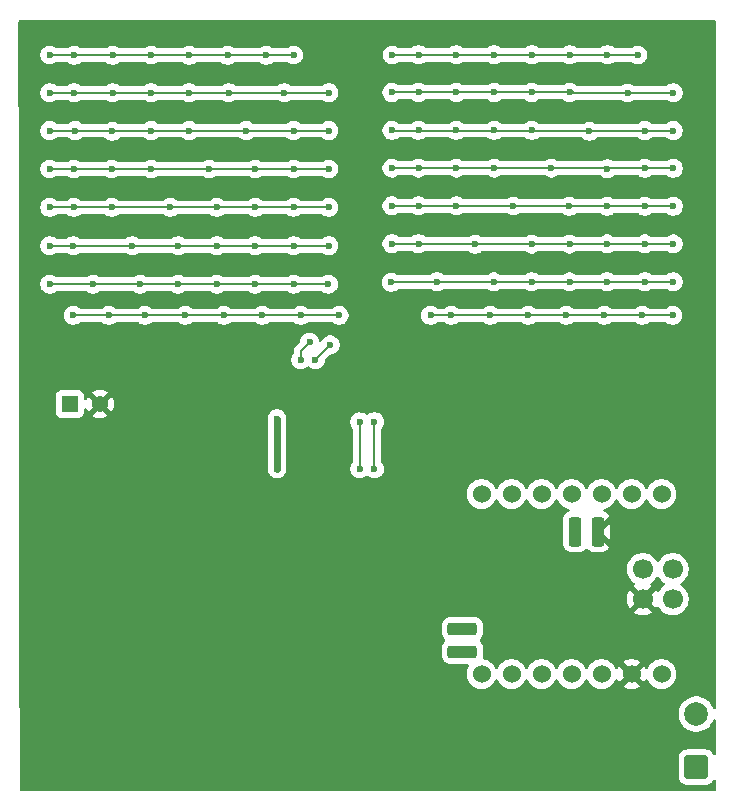
<source format=gbl>
G04 #@! TF.GenerationSoftware,KiCad,Pcbnew,9.0.3*
G04 #@! TF.CreationDate,2025-09-22T20:46:44+01:00*
G04 #@! TF.ProjectId,led_matrix,6c65645f-6d61-4747-9269-782e6b696361,rev?*
G04 #@! TF.SameCoordinates,Original*
G04 #@! TF.FileFunction,Copper,L2,Bot*
G04 #@! TF.FilePolarity,Positive*
%FSLAX46Y46*%
G04 Gerber Fmt 4.6, Leading zero omitted, Abs format (unit mm)*
G04 Created by KiCad (PCBNEW 9.0.3) date 2025-09-22 20:46:44*
%MOMM*%
%LPD*%
G01*
G04 APERTURE LIST*
G04 Aperture macros list*
%AMRoundRect*
0 Rectangle with rounded corners*
0 $1 Rounding radius*
0 $2 $3 $4 $5 $6 $7 $8 $9 X,Y pos of 4 corners*
0 Add a 4 corners polygon primitive as box body*
4,1,4,$2,$3,$4,$5,$6,$7,$8,$9,$2,$3,0*
0 Add four circle primitives for the rounded corners*
1,1,$1+$1,$2,$3*
1,1,$1+$1,$4,$5*
1,1,$1+$1,$6,$7*
1,1,$1+$1,$8,$9*
0 Add four rect primitives between the rounded corners*
20,1,$1+$1,$2,$3,$4,$5,0*
20,1,$1+$1,$4,$5,$6,$7,0*
20,1,$1+$1,$6,$7,$8,$9,0*
20,1,$1+$1,$8,$9,$2,$3,0*%
G04 Aperture macros list end*
G04 #@! TA.AperFunction,ComponentPad*
%ADD10RoundRect,0.250000X0.750000X-0.750000X0.750000X0.750000X-0.750000X0.750000X-0.750000X-0.750000X0*%
G04 #@! TD*
G04 #@! TA.AperFunction,ComponentPad*
%ADD11C,2.000000*%
G04 #@! TD*
G04 #@! TA.AperFunction,ComponentPad*
%ADD12C,1.524000*%
G04 #@! TD*
G04 #@! TA.AperFunction,ComponentPad*
%ADD13RoundRect,0.275000X0.275000X-0.975000X0.275000X0.975000X-0.275000X0.975000X-0.275000X-0.975000X0*%
G04 #@! TD*
G04 #@! TA.AperFunction,ComponentPad*
%ADD14RoundRect,0.275000X0.975000X0.275000X-0.975000X0.275000X-0.975000X-0.275000X0.975000X-0.275000X0*%
G04 #@! TD*
G04 #@! TA.AperFunction,ComponentPad*
%ADD15C,1.700000*%
G04 #@! TD*
G04 #@! TA.AperFunction,ComponentPad*
%ADD16R,1.378000X1.378000*%
G04 #@! TD*
G04 #@! TA.AperFunction,ComponentPad*
%ADD17C,1.378000*%
G04 #@! TD*
G04 #@! TA.AperFunction,ViaPad*
%ADD18C,0.600000*%
G04 #@! TD*
G04 #@! TA.AperFunction,Conductor*
%ADD19C,0.150000*%
G04 #@! TD*
G04 #@! TA.AperFunction,Conductor*
%ADD20C,0.600000*%
G04 #@! TD*
G04 APERTURE END LIST*
D10*
X84750000Y-145500000D03*
D11*
X84750000Y-141000000D03*
D12*
X81804200Y-122380000D03*
X79264200Y-122380000D03*
X76724200Y-122380000D03*
X74184200Y-122380000D03*
X71644200Y-122380000D03*
X69104200Y-122380000D03*
X66564200Y-122380000D03*
X66564200Y-137620000D03*
X69104200Y-137620000D03*
X71644200Y-137620000D03*
X74184200Y-137620000D03*
X76724200Y-137620000D03*
X79264200Y-137620000D03*
X81804200Y-137620000D03*
D13*
X74501700Y-125555000D03*
X76406700Y-125555000D03*
D14*
X64951300Y-133810000D03*
X64951300Y-135715000D03*
D15*
X82756700Y-128730000D03*
X82756700Y-131270000D03*
X80216700Y-128730000D03*
X80216700Y-131270000D03*
D16*
X31710000Y-114750000D03*
D17*
X34250000Y-114750000D03*
D18*
X59750000Y-131750000D03*
X67627900Y-85175000D03*
X64427900Y-85175000D03*
X59000000Y-85200000D03*
X70827900Y-85175000D03*
X79800000Y-85200000D03*
X74027900Y-85175000D03*
X77227900Y-85175000D03*
X61227900Y-85175000D03*
X73734200Y-107250000D03*
X76954200Y-107250000D03*
X82750000Y-107250000D03*
X80174200Y-107250000D03*
X70514200Y-107250000D03*
X62250000Y-107250000D03*
X67294200Y-107250000D03*
X64000000Y-107250000D03*
X67627900Y-88375000D03*
X64427900Y-88375000D03*
X82800000Y-88400000D03*
X74027900Y-88375000D03*
X61227900Y-88375000D03*
X78927900Y-88419500D03*
X70827900Y-88375000D03*
X58977900Y-88375000D03*
X67627900Y-91575000D03*
X70827900Y-91575000D03*
X75702900Y-91647400D03*
X61227900Y-91575000D03*
X82800000Y-91600000D03*
X58977900Y-91575000D03*
X64427900Y-91575000D03*
X80400000Y-91600000D03*
X61227900Y-94775000D03*
X80400000Y-94800000D03*
X82800000Y-94800000D03*
X58977900Y-94775000D03*
X64427900Y-94775000D03*
X72477900Y-94775000D03*
X67627900Y-94775000D03*
X77227900Y-94825000D03*
X77200000Y-98000000D03*
X69252900Y-97984318D03*
X64427900Y-97975000D03*
X61227900Y-97975000D03*
X74000000Y-98000000D03*
X82800000Y-98000000D03*
X80400000Y-98000000D03*
X58977900Y-97975000D03*
X70813950Y-101213950D03*
X66027900Y-101238097D03*
X82800000Y-101200000D03*
X74013950Y-101213950D03*
X58977900Y-101175000D03*
X77200000Y-101200000D03*
X80400000Y-101200000D03*
X61227900Y-101175000D03*
X74013950Y-104413950D03*
X77200000Y-104400000D03*
X58915250Y-104437650D03*
X67613950Y-104413950D03*
X80400000Y-104400000D03*
X82800000Y-104400000D03*
X62802900Y-104401460D03*
X70807705Y-104407705D03*
X32077334Y-85226460D03*
X38599434Y-85201460D03*
X45077334Y-85226460D03*
X30000000Y-85201460D03*
X41827334Y-85226460D03*
X35327334Y-85226460D03*
X50649434Y-85201460D03*
X48327334Y-85226460D03*
X41799434Y-88401460D03*
X38599434Y-88401460D03*
X32077334Y-88401460D03*
X45152334Y-88401460D03*
X53629334Y-88401460D03*
X35327334Y-88401460D03*
X30000000Y-88401460D03*
X49877334Y-88401460D03*
X53629334Y-91601460D03*
X50649434Y-91601460D03*
X38599434Y-91601460D03*
X35299434Y-91651460D03*
X41799434Y-91601460D03*
X30000000Y-91601460D03*
X32149434Y-91601460D03*
X46649434Y-91601460D03*
X32049434Y-94851460D03*
X43499434Y-94851460D03*
X50649434Y-94851460D03*
X38599434Y-94851460D03*
X53629334Y-94851460D03*
X47399434Y-94851460D03*
X35249434Y-94851460D03*
X30000000Y-94851460D03*
X35249434Y-98101460D03*
X32049434Y-98101460D03*
X30000000Y-98101460D03*
X44149434Y-98101460D03*
X53629334Y-98101460D03*
X40199434Y-98101460D03*
X50649434Y-98101460D03*
X47399434Y-98101460D03*
X31999434Y-101351460D03*
X44149434Y-101351460D03*
X47399434Y-101351460D03*
X30000000Y-101351460D03*
X50649434Y-101351460D03*
X36999434Y-101351460D03*
X53629334Y-101351460D03*
X40899434Y-101351460D03*
X38065222Y-107250000D03*
X54500000Y-107250000D03*
X48000000Y-107250000D03*
X44750000Y-107250000D03*
X41471534Y-107250000D03*
X32000000Y-107250000D03*
X51250000Y-107250000D03*
X35000000Y-107250000D03*
X50649434Y-104601460D03*
X33699434Y-104601460D03*
X30000000Y-104601460D03*
X40899434Y-104601460D03*
X44149434Y-104601460D03*
X47399434Y-104601460D03*
X53604334Y-104601460D03*
X37649434Y-104601460D03*
X85735100Y-114003904D03*
X62000000Y-139000000D03*
X44000000Y-147000000D03*
X46000000Y-138000000D03*
X45000000Y-122000000D03*
X35000000Y-136000000D03*
X28000000Y-136000000D03*
X51000000Y-140000000D03*
X28500000Y-98000000D03*
X34000000Y-147000000D03*
X85735100Y-122003904D03*
X61000000Y-125000000D03*
X54000000Y-140000000D03*
X74000000Y-147000000D03*
X34000000Y-117000000D03*
X78250000Y-114500000D03*
X38000000Y-133000000D03*
X56250000Y-135000000D03*
X79000000Y-147000000D03*
X85735100Y-118003904D03*
X78300000Y-141950000D03*
X63000000Y-123000000D03*
X68000000Y-147000000D03*
X85735100Y-110003904D03*
X35000000Y-138000000D03*
X36500000Y-128550000D03*
X36000000Y-117000000D03*
X51000000Y-146000000D03*
X49250000Y-114000000D03*
X31550000Y-128500000D03*
X40000000Y-124000000D03*
X54000000Y-123000000D03*
X53550000Y-119100000D03*
X58950000Y-145650000D03*
X28500000Y-94750000D03*
X78000000Y-132000000D03*
X28000000Y-125000000D03*
X41000000Y-139000000D03*
X73000000Y-132000000D03*
X42950000Y-132550000D03*
X38000000Y-129000000D03*
X56500000Y-115250000D03*
X39000000Y-138000000D03*
X85735100Y-126003904D03*
X54000000Y-127000000D03*
X68000000Y-132000000D03*
X28500000Y-85000000D03*
X39000000Y-142000000D03*
X58350000Y-124050000D03*
X55000000Y-146000000D03*
X45000000Y-124000000D03*
X33000000Y-130000000D03*
X43200000Y-140850000D03*
X39000000Y-147000000D03*
X51850000Y-119100000D03*
X46000000Y-131000000D03*
X43000000Y-131000000D03*
X36500000Y-131550000D03*
X40000000Y-131000000D03*
X49000000Y-147000000D03*
X28500000Y-101250000D03*
X28000000Y-112000000D03*
X29000000Y-147000000D03*
X49250000Y-136000000D03*
X28000000Y-127000000D03*
X46000000Y-132500000D03*
X39000000Y-136000000D03*
X55750000Y-111625000D03*
X53550000Y-117500000D03*
X82000000Y-126000000D03*
X28500000Y-104500000D03*
X41300000Y-141500000D03*
X46512500Y-122750000D03*
X36700000Y-121850000D03*
X28500000Y-91500000D03*
X85735100Y-134003904D03*
X33000000Y-127000000D03*
X28000000Y-117000000D03*
X79000000Y-126000000D03*
X55750000Y-114000000D03*
X28000000Y-131000000D03*
X85735100Y-130003904D03*
X40000000Y-132500000D03*
X48775453Y-143000000D03*
X28000000Y-121000000D03*
X36050000Y-142250000D03*
X51900000Y-117450000D03*
X28500000Y-88250000D03*
X62000000Y-145000000D03*
X40000000Y-122000000D03*
X46000000Y-144600000D03*
X49250000Y-116000000D03*
X49250000Y-120252000D03*
X57500000Y-120255000D03*
X52000000Y-109500000D03*
X57500000Y-116248000D03*
X51250000Y-111000000D03*
X52500000Y-111000000D03*
X53750000Y-109750000D03*
X56250000Y-120255000D03*
X56250000Y-116248000D03*
X59250000Y-138250000D03*
D19*
X79800000Y-85200000D02*
X59000000Y-85200000D01*
X70514200Y-107250000D02*
X67294200Y-107250000D01*
X76954200Y-107250000D02*
X73734200Y-107250000D01*
X64000000Y-107250000D02*
X62250000Y-107250000D01*
X80174200Y-107250000D02*
X76954200Y-107250000D01*
X73734200Y-107250000D02*
X70514200Y-107250000D01*
X82750000Y-107250000D02*
X80174200Y-107250000D01*
X67294200Y-107250000D02*
X64000000Y-107250000D01*
X59002900Y-88350000D02*
X58977900Y-88375000D01*
X74350000Y-88350000D02*
X59002900Y-88350000D01*
X74400000Y-88400000D02*
X74350000Y-88350000D01*
X74200000Y-88400000D02*
X79800000Y-88400000D01*
X79800000Y-88400000D02*
X82800000Y-88400000D01*
X82800000Y-91600000D02*
X59000000Y-91600000D01*
X82800000Y-94800000D02*
X82775000Y-94775000D01*
X82775000Y-94775000D02*
X58977900Y-94775000D01*
X77175000Y-97975000D02*
X59025000Y-97975000D01*
X82800000Y-98000000D02*
X77200000Y-98000000D01*
X59025000Y-97975000D02*
X59000000Y-98000000D01*
X77200000Y-98000000D02*
X77175000Y-97975000D01*
X59028917Y-101226017D02*
X58977900Y-101175000D01*
X70801883Y-101226017D02*
X59028917Y-101226017D01*
X70827900Y-101200000D02*
X70813950Y-101213950D01*
X70813950Y-101213950D02*
X70801883Y-101226017D01*
X77200000Y-101200000D02*
X70827900Y-101200000D01*
X82800000Y-101200000D02*
X77200000Y-101200000D01*
X58915250Y-104437650D02*
X58940358Y-104412542D01*
X58940358Y-104412542D02*
X82787458Y-104412542D01*
X82787458Y-104412542D02*
X82800000Y-104400000D01*
X67613950Y-104413950D02*
X67575000Y-104375000D01*
X30000000Y-85201460D02*
X50649434Y-85201460D01*
X53629334Y-88401460D02*
X49877334Y-88401460D01*
X38577334Y-88401460D02*
X41799434Y-88401460D01*
X32077334Y-88401460D02*
X35327334Y-88401460D01*
X45152334Y-88401460D02*
X49877334Y-88401460D01*
X41799434Y-88401460D02*
X45152334Y-88401460D01*
X30000000Y-88401460D02*
X32077334Y-88401460D01*
X35327334Y-88401460D02*
X38577334Y-88401460D01*
X41799434Y-91601460D02*
X30000000Y-91601460D01*
X50649434Y-91601460D02*
X46649434Y-91601460D01*
X50599434Y-91551460D02*
X50649434Y-91601460D01*
X41799434Y-91601460D02*
X46649434Y-91601460D01*
X53629334Y-91601460D02*
X50649434Y-91601460D01*
X50649434Y-94851460D02*
X47399434Y-94851460D01*
X47399434Y-94851460D02*
X30000000Y-94851460D01*
X53629334Y-94851460D02*
X50649434Y-94851460D01*
X40227334Y-98129360D02*
X40199434Y-98101460D01*
X40299434Y-98101460D02*
X40271534Y-98129360D01*
X40299434Y-98101460D02*
X44149434Y-98101460D01*
X40271534Y-98129360D02*
X40227334Y-98129360D01*
X47399434Y-98101460D02*
X44149434Y-98101460D01*
X30000000Y-98101460D02*
X40199434Y-98101460D01*
X50649434Y-98101460D02*
X47399434Y-98101460D01*
X53629334Y-98101460D02*
X50649434Y-98101460D01*
X53629334Y-101351460D02*
X50649434Y-101351460D01*
X44149434Y-101351460D02*
X40899434Y-101351460D01*
X47399434Y-101351460D02*
X44149434Y-101351460D01*
X40899434Y-101351460D02*
X36999434Y-101351460D01*
X30000000Y-101351460D02*
X36999434Y-101351460D01*
X50649434Y-101351460D02*
X47399434Y-101351460D01*
X41443068Y-107250000D02*
X38065222Y-107250000D01*
X44750000Y-107250000D02*
X41471534Y-107250000D01*
X54500000Y-107250000D02*
X51250000Y-107250000D01*
X38065222Y-107250000D02*
X35000000Y-107250000D01*
X41471534Y-107278466D02*
X41443068Y-107250000D01*
X41471534Y-107250000D02*
X41471534Y-107278466D01*
X48000000Y-107250000D02*
X44750000Y-107250000D01*
X51250000Y-107250000D02*
X48000000Y-107250000D01*
X32000000Y-107250000D02*
X35000000Y-107250000D01*
X40899434Y-104601460D02*
X37649434Y-104601460D01*
X33699434Y-104601460D02*
X33799434Y-104601460D01*
X47399434Y-104601460D02*
X44149434Y-104601460D01*
X50649434Y-104601460D02*
X47399434Y-104601460D01*
X44149434Y-104601460D02*
X40899434Y-104601460D01*
X33699434Y-104601460D02*
X37649434Y-104601460D01*
X30000000Y-104601460D02*
X33699434Y-104601460D01*
X53604334Y-104601460D02*
X50649434Y-104601460D01*
D20*
X49250000Y-120252000D02*
X49250000Y-116000000D01*
D19*
X51250000Y-110250000D02*
X52000000Y-109500000D01*
X57500000Y-116248000D02*
X57500000Y-120255000D01*
X51250000Y-111000000D02*
X51250000Y-110250000D01*
X52500000Y-111000000D02*
X53750000Y-109750000D01*
X56250000Y-116248000D02*
X56250000Y-120255000D01*
G04 #@! TA.AperFunction,Conductor*
G36*
X81558144Y-129383999D02*
G01*
X81597186Y-129429056D01*
X81601651Y-129437820D01*
X81726590Y-129609786D01*
X81876913Y-129760109D01*
X82048882Y-129885050D01*
X82057646Y-129889516D01*
X82108442Y-129937491D01*
X82125236Y-130005312D01*
X82102698Y-130071447D01*
X82057646Y-130110484D01*
X82048882Y-130114949D01*
X81876913Y-130239890D01*
X81726590Y-130390213D01*
X81601649Y-130562182D01*
X81596902Y-130571499D01*
X81548927Y-130622293D01*
X81481105Y-130639087D01*
X81414971Y-130616548D01*
X81375934Y-130571495D01*
X81371326Y-130562452D01*
X81331970Y-130508282D01*
X81331969Y-130508282D01*
X80616700Y-131223552D01*
X80616700Y-131217339D01*
X80589441Y-131115606D01*
X80536780Y-131024394D01*
X80462306Y-130949920D01*
X80371094Y-130897259D01*
X80269361Y-130870000D01*
X80263147Y-130870000D01*
X80978416Y-130154728D01*
X80924247Y-130115373D01*
X80924247Y-130115372D01*
X80915200Y-130110763D01*
X80864406Y-130062788D01*
X80847612Y-129994966D01*
X80870151Y-129928832D01*
X80915208Y-129889793D01*
X80924516Y-129885051D01*
X81003707Y-129827515D01*
X81096486Y-129760109D01*
X81096488Y-129760106D01*
X81096492Y-129760104D01*
X81246804Y-129609792D01*
X81246806Y-129609788D01*
X81246809Y-129609786D01*
X81371748Y-129437820D01*
X81371747Y-129437820D01*
X81371751Y-129437816D01*
X81376214Y-129429054D01*
X81424188Y-129378259D01*
X81492008Y-129361463D01*
X81558144Y-129383999D01*
G37*
G04 #@! TD.AperFunction*
G04 #@! TA.AperFunction,Conductor*
G36*
X86342538Y-82270185D02*
G01*
X86388293Y-82322989D01*
X86399499Y-82374500D01*
X86399499Y-140438013D01*
X86379814Y-140505052D01*
X86327010Y-140550807D01*
X86257852Y-140560751D01*
X86194296Y-140531726D01*
X86157568Y-140476331D01*
X86140568Y-140424008D01*
X86033343Y-140213567D01*
X85894517Y-140022490D01*
X85727510Y-139855483D01*
X85536433Y-139716657D01*
X85325996Y-139609433D01*
X85101368Y-139536446D01*
X84868097Y-139499500D01*
X84868092Y-139499500D01*
X84631908Y-139499500D01*
X84631903Y-139499500D01*
X84398631Y-139536446D01*
X84174003Y-139609433D01*
X83963566Y-139716657D01*
X83854550Y-139795862D01*
X83772490Y-139855483D01*
X83772488Y-139855485D01*
X83772487Y-139855485D01*
X83605485Y-140022487D01*
X83605485Y-140022488D01*
X83605483Y-140022490D01*
X83545862Y-140104550D01*
X83466657Y-140213566D01*
X83359433Y-140424003D01*
X83286446Y-140648631D01*
X83249500Y-140881902D01*
X83249500Y-141118097D01*
X83286446Y-141351368D01*
X83359433Y-141575996D01*
X83466657Y-141786433D01*
X83605483Y-141977510D01*
X83772490Y-142144517D01*
X83963567Y-142283343D01*
X84062991Y-142334002D01*
X84174003Y-142390566D01*
X84174005Y-142390566D01*
X84174008Y-142390568D01*
X84294412Y-142429689D01*
X84398631Y-142463553D01*
X84631903Y-142500500D01*
X84631908Y-142500500D01*
X84868097Y-142500500D01*
X85101368Y-142463553D01*
X85325992Y-142390568D01*
X85536433Y-142283343D01*
X85727510Y-142144517D01*
X85894517Y-141977510D01*
X86033343Y-141786433D01*
X86140568Y-141575992D01*
X86157569Y-141523666D01*
X86197004Y-141465993D01*
X86261363Y-141438794D01*
X86330209Y-141450708D01*
X86381685Y-141497951D01*
X86399499Y-141561986D01*
X86399499Y-144341489D01*
X86379814Y-144408528D01*
X86327010Y-144454283D01*
X86257852Y-144464227D01*
X86194296Y-144435202D01*
X86169962Y-144406588D01*
X86092712Y-144281344D01*
X85968656Y-144157288D01*
X85819334Y-144065186D01*
X85652797Y-144010001D01*
X85652795Y-144010000D01*
X85550010Y-143999500D01*
X83949998Y-143999500D01*
X83949981Y-143999501D01*
X83847203Y-144010000D01*
X83847200Y-144010001D01*
X83680668Y-144065185D01*
X83680663Y-144065187D01*
X83531342Y-144157289D01*
X83407289Y-144281342D01*
X83315187Y-144430663D01*
X83315186Y-144430666D01*
X83260001Y-144597203D01*
X83260001Y-144597204D01*
X83260000Y-144597204D01*
X83249500Y-144699983D01*
X83249500Y-146300001D01*
X83249501Y-146300018D01*
X83260000Y-146402796D01*
X83260001Y-146402799D01*
X83315185Y-146569331D01*
X83315187Y-146569336D01*
X83347286Y-146621377D01*
X83407288Y-146718656D01*
X83531344Y-146842712D01*
X83680666Y-146934814D01*
X83847203Y-146989999D01*
X83949991Y-147000500D01*
X85550008Y-147000499D01*
X85652797Y-146989999D01*
X85819334Y-146934814D01*
X85968656Y-146842712D01*
X86092712Y-146718656D01*
X86169963Y-146593411D01*
X86221907Y-146546689D01*
X86290869Y-146535466D01*
X86354952Y-146563309D01*
X86393809Y-146621377D01*
X86399499Y-146658510D01*
X86399500Y-147375500D01*
X86379816Y-147442539D01*
X86327012Y-147488294D01*
X86275500Y-147499500D01*
X27576606Y-147499500D01*
X27509567Y-147479815D01*
X27463812Y-147427011D01*
X27452606Y-147375696D01*
X27430624Y-133491441D01*
X63200800Y-133491441D01*
X63200800Y-134128558D01*
X63215457Y-134258648D01*
X63215459Y-134258658D01*
X63273177Y-134423604D01*
X63366153Y-134571576D01*
X63469396Y-134674819D01*
X63502881Y-134736142D01*
X63497897Y-134805834D01*
X63469396Y-134850181D01*
X63366153Y-134953423D01*
X63273177Y-135101395D01*
X63215459Y-135266341D01*
X63215457Y-135266351D01*
X63200800Y-135396441D01*
X63200800Y-136033558D01*
X63215457Y-136163648D01*
X63215459Y-136163657D01*
X63273178Y-136328606D01*
X63366153Y-136476576D01*
X63489724Y-136600147D01*
X63637694Y-136693122D01*
X63802643Y-136750841D01*
X63802649Y-136750841D01*
X63802651Y-136750842D01*
X63844050Y-136755506D01*
X63932742Y-136765499D01*
X63932745Y-136765500D01*
X63932748Y-136765500D01*
X65381146Y-136765500D01*
X65448185Y-136785185D01*
X65493940Y-136837989D01*
X65503884Y-136907147D01*
X65486877Y-136954284D01*
X65484415Y-136958300D01*
X65394194Y-137135367D01*
X65394193Y-137135370D01*
X65332787Y-137324362D01*
X65301700Y-137520639D01*
X65301700Y-137719360D01*
X65332787Y-137915637D01*
X65394193Y-138104629D01*
X65394194Y-138104632D01*
X65484274Y-138281422D01*
X65484413Y-138281694D01*
X65601219Y-138442464D01*
X65741736Y-138582981D01*
X65902506Y-138699787D01*
X65989349Y-138744035D01*
X66079567Y-138790005D01*
X66079570Y-138790006D01*
X66174066Y-138820709D01*
X66268564Y-138851413D01*
X66464839Y-138882500D01*
X66464840Y-138882500D01*
X66663560Y-138882500D01*
X66663561Y-138882500D01*
X66859836Y-138851413D01*
X67048832Y-138790005D01*
X67225894Y-138699787D01*
X67386664Y-138582981D01*
X67527181Y-138442464D01*
X67643987Y-138281694D01*
X67723715Y-138125218D01*
X67771690Y-138074423D01*
X67839511Y-138057628D01*
X67905646Y-138080165D01*
X67944684Y-138125218D01*
X68024413Y-138281694D01*
X68141219Y-138442464D01*
X68281736Y-138582981D01*
X68442506Y-138699787D01*
X68529349Y-138744035D01*
X68619567Y-138790005D01*
X68619570Y-138790006D01*
X68714066Y-138820709D01*
X68808564Y-138851413D01*
X69004839Y-138882500D01*
X69004840Y-138882500D01*
X69203560Y-138882500D01*
X69203561Y-138882500D01*
X69399836Y-138851413D01*
X69588832Y-138790005D01*
X69765894Y-138699787D01*
X69926664Y-138582981D01*
X70067181Y-138442464D01*
X70183987Y-138281694D01*
X70263715Y-138125218D01*
X70311690Y-138074423D01*
X70379511Y-138057628D01*
X70445646Y-138080165D01*
X70484684Y-138125218D01*
X70564413Y-138281694D01*
X70681219Y-138442464D01*
X70821736Y-138582981D01*
X70982506Y-138699787D01*
X71069349Y-138744035D01*
X71159567Y-138790005D01*
X71159570Y-138790006D01*
X71254066Y-138820709D01*
X71348564Y-138851413D01*
X71544839Y-138882500D01*
X71544840Y-138882500D01*
X71743560Y-138882500D01*
X71743561Y-138882500D01*
X71939836Y-138851413D01*
X72128832Y-138790005D01*
X72305894Y-138699787D01*
X72466664Y-138582981D01*
X72607181Y-138442464D01*
X72723987Y-138281694D01*
X72803715Y-138125218D01*
X72851690Y-138074423D01*
X72919511Y-138057628D01*
X72985646Y-138080165D01*
X73024684Y-138125218D01*
X73104413Y-138281694D01*
X73221219Y-138442464D01*
X73361736Y-138582981D01*
X73522506Y-138699787D01*
X73609349Y-138744035D01*
X73699567Y-138790005D01*
X73699570Y-138790006D01*
X73794066Y-138820709D01*
X73888564Y-138851413D01*
X74084839Y-138882500D01*
X74084840Y-138882500D01*
X74283560Y-138882500D01*
X74283561Y-138882500D01*
X74479836Y-138851413D01*
X74668832Y-138790005D01*
X74845894Y-138699787D01*
X75006664Y-138582981D01*
X75147181Y-138442464D01*
X75263987Y-138281694D01*
X75343715Y-138125218D01*
X75391690Y-138074423D01*
X75459511Y-138057628D01*
X75525646Y-138080165D01*
X75564684Y-138125218D01*
X75644413Y-138281694D01*
X75761219Y-138442464D01*
X75901736Y-138582981D01*
X76062506Y-138699787D01*
X76149349Y-138744035D01*
X76239567Y-138790005D01*
X76239570Y-138790006D01*
X76334066Y-138820709D01*
X76428564Y-138851413D01*
X76624839Y-138882500D01*
X76624840Y-138882500D01*
X76823560Y-138882500D01*
X76823561Y-138882500D01*
X77019836Y-138851413D01*
X77208832Y-138790005D01*
X77385894Y-138699787D01*
X77546664Y-138582981D01*
X77687181Y-138442464D01*
X77803987Y-138281694D01*
X77883996Y-138124667D01*
X77931969Y-138073872D01*
X77999790Y-138057077D01*
X78065925Y-138079614D01*
X78104965Y-138124668D01*
X78184841Y-138281432D01*
X78211930Y-138318715D01*
X78211931Y-138318716D01*
X78826552Y-137704094D01*
X78849992Y-137791571D01*
X78908511Y-137892930D01*
X78991270Y-137975689D01*
X79092629Y-138034208D01*
X79180105Y-138057647D01*
X78565483Y-138672268D01*
X78565483Y-138672269D01*
X78602767Y-138699358D01*
X78779762Y-138789542D01*
X78968677Y-138850924D01*
X79164879Y-138882000D01*
X79363521Y-138882000D01*
X79559720Y-138850924D01*
X79559723Y-138850924D01*
X79748637Y-138789542D01*
X79925625Y-138699362D01*
X79962916Y-138672268D01*
X79348295Y-138057647D01*
X79435771Y-138034208D01*
X79537130Y-137975689D01*
X79619889Y-137892930D01*
X79678408Y-137791571D01*
X79701847Y-137704094D01*
X80316468Y-138318715D01*
X80343564Y-138281422D01*
X80423434Y-138124669D01*
X80471408Y-138073872D01*
X80539229Y-138057077D01*
X80605364Y-138079614D01*
X80644403Y-138124667D01*
X80724413Y-138281694D01*
X80841219Y-138442464D01*
X80981736Y-138582981D01*
X81142506Y-138699787D01*
X81229349Y-138744035D01*
X81319567Y-138790005D01*
X81319570Y-138790006D01*
X81414066Y-138820709D01*
X81508564Y-138851413D01*
X81704839Y-138882500D01*
X81704840Y-138882500D01*
X81903560Y-138882500D01*
X81903561Y-138882500D01*
X82099836Y-138851413D01*
X82288832Y-138790005D01*
X82465894Y-138699787D01*
X82626664Y-138582981D01*
X82767181Y-138442464D01*
X82883987Y-138281694D01*
X82974205Y-138104632D01*
X83035613Y-137915636D01*
X83066700Y-137719361D01*
X83066700Y-137520639D01*
X83035613Y-137324364D01*
X82974205Y-137135368D01*
X82974205Y-137135367D01*
X82928235Y-137045149D01*
X82883987Y-136958306D01*
X82767181Y-136797536D01*
X82626664Y-136657019D01*
X82465894Y-136540213D01*
X82288832Y-136449994D01*
X82288829Y-136449993D01*
X82099837Y-136388587D01*
X82001698Y-136373043D01*
X81903561Y-136357500D01*
X81704839Y-136357500D01*
X81639414Y-136367862D01*
X81508562Y-136388587D01*
X81319570Y-136449993D01*
X81319567Y-136449994D01*
X81142505Y-136540213D01*
X80981733Y-136657021D01*
X80841221Y-136797533D01*
X80724413Y-136958305D01*
X80644404Y-137115331D01*
X80596429Y-137166127D01*
X80528608Y-137182922D01*
X80462473Y-137160384D01*
X80423434Y-137115331D01*
X80343558Y-136958567D01*
X80316468Y-136921283D01*
X79701847Y-137535904D01*
X79678408Y-137448429D01*
X79619889Y-137347070D01*
X79537130Y-137264311D01*
X79435771Y-137205792D01*
X79348294Y-137182352D01*
X79962916Y-136567731D01*
X79962915Y-136567730D01*
X79925632Y-136540641D01*
X79748637Y-136450457D01*
X79559722Y-136389075D01*
X79363521Y-136358000D01*
X79164879Y-136358000D01*
X78968679Y-136389075D01*
X78968676Y-136389075D01*
X78779762Y-136450457D01*
X78602764Y-136540643D01*
X78565483Y-136567729D01*
X78565482Y-136567730D01*
X79180106Y-137182352D01*
X79092629Y-137205792D01*
X78991270Y-137264311D01*
X78908511Y-137347070D01*
X78849992Y-137448429D01*
X78826552Y-137535905D01*
X78211930Y-136921282D01*
X78211929Y-136921283D01*
X78184841Y-136958566D01*
X78104964Y-137115332D01*
X78056990Y-137166127D01*
X77989169Y-137182922D01*
X77923034Y-137160384D01*
X77883996Y-137115332D01*
X77803987Y-136958306D01*
X77687181Y-136797536D01*
X77546664Y-136657019D01*
X77385894Y-136540213D01*
X77208832Y-136449994D01*
X77208829Y-136449993D01*
X77019837Y-136388587D01*
X76921698Y-136373043D01*
X76823561Y-136357500D01*
X76624839Y-136357500D01*
X76559414Y-136367862D01*
X76428562Y-136388587D01*
X76239570Y-136449993D01*
X76239567Y-136449994D01*
X76062505Y-136540213D01*
X75901733Y-136657021D01*
X75761221Y-136797533D01*
X75644413Y-136958305D01*
X75564685Y-137114780D01*
X75516710Y-137165576D01*
X75448889Y-137182371D01*
X75382754Y-137159833D01*
X75343715Y-137114780D01*
X75324379Y-137076832D01*
X75263987Y-136958306D01*
X75147181Y-136797536D01*
X75006664Y-136657019D01*
X74845894Y-136540213D01*
X74668832Y-136449994D01*
X74668829Y-136449993D01*
X74479837Y-136388587D01*
X74381698Y-136373043D01*
X74283561Y-136357500D01*
X74084839Y-136357500D01*
X74019414Y-136367862D01*
X73888562Y-136388587D01*
X73699570Y-136449993D01*
X73699567Y-136449994D01*
X73522505Y-136540213D01*
X73361733Y-136657021D01*
X73221221Y-136797533D01*
X73104413Y-136958305D01*
X73024685Y-137114780D01*
X72976710Y-137165576D01*
X72908889Y-137182371D01*
X72842754Y-137159833D01*
X72803715Y-137114780D01*
X72784379Y-137076832D01*
X72723987Y-136958306D01*
X72607181Y-136797536D01*
X72466664Y-136657019D01*
X72305894Y-136540213D01*
X72128832Y-136449994D01*
X72128829Y-136449993D01*
X71939837Y-136388587D01*
X71841698Y-136373043D01*
X71743561Y-136357500D01*
X71544839Y-136357500D01*
X71479414Y-136367862D01*
X71348562Y-136388587D01*
X71159570Y-136449993D01*
X71159567Y-136449994D01*
X70982505Y-136540213D01*
X70821733Y-136657021D01*
X70681221Y-136797533D01*
X70564413Y-136958305D01*
X70484685Y-137114780D01*
X70436710Y-137165576D01*
X70368889Y-137182371D01*
X70302754Y-137159833D01*
X70263715Y-137114780D01*
X70244379Y-137076832D01*
X70183987Y-136958306D01*
X70067181Y-136797536D01*
X69926664Y-136657019D01*
X69765894Y-136540213D01*
X69588832Y-136449994D01*
X69588829Y-136449993D01*
X69399837Y-136388587D01*
X69301698Y-136373043D01*
X69203561Y-136357500D01*
X69004839Y-136357500D01*
X68939414Y-136367862D01*
X68808562Y-136388587D01*
X68619570Y-136449993D01*
X68619567Y-136449994D01*
X68442505Y-136540213D01*
X68281733Y-136657021D01*
X68141221Y-136797533D01*
X68024413Y-136958305D01*
X67944685Y-137114780D01*
X67896710Y-137165576D01*
X67828889Y-137182371D01*
X67762754Y-137159833D01*
X67723715Y-137114780D01*
X67704379Y-137076832D01*
X67643987Y-136958306D01*
X67527181Y-136797536D01*
X67386664Y-136657019D01*
X67225894Y-136540213D01*
X67048832Y-136449994D01*
X67048829Y-136449993D01*
X66859837Y-136388586D01*
X66768334Y-136374094D01*
X66705199Y-136344165D01*
X66668268Y-136284853D01*
X66669266Y-136214990D01*
X66670675Y-136210711D01*
X66687141Y-136163657D01*
X66701800Y-136033552D01*
X66701800Y-135396448D01*
X66687141Y-135266343D01*
X66629422Y-135101394D01*
X66536447Y-134953424D01*
X66433204Y-134850181D01*
X66399719Y-134788858D01*
X66404703Y-134719166D01*
X66433204Y-134674819D01*
X66536447Y-134571576D01*
X66629422Y-134423606D01*
X66687141Y-134258657D01*
X66701800Y-134128552D01*
X66701800Y-133491448D01*
X66687141Y-133361343D01*
X66629422Y-133196394D01*
X66536447Y-133048424D01*
X66412876Y-132924853D01*
X66264906Y-132831878D01*
X66264905Y-132831877D01*
X66264904Y-132831877D01*
X66099958Y-132774159D01*
X66099948Y-132774157D01*
X65969858Y-132759500D01*
X65969852Y-132759500D01*
X63932748Y-132759500D01*
X63932741Y-132759500D01*
X63802651Y-132774157D01*
X63802641Y-132774159D01*
X63637695Y-132831877D01*
X63489723Y-132924853D01*
X63366153Y-133048423D01*
X63273177Y-133196395D01*
X63215459Y-133361341D01*
X63215457Y-133361351D01*
X63200800Y-133491441D01*
X27430624Y-133491441D01*
X27430619Y-133488165D01*
X27428798Y-132338207D01*
X27426931Y-131159077D01*
X27422917Y-128623713D01*
X78866200Y-128623713D01*
X78866200Y-128836286D01*
X78899453Y-129046239D01*
X78965144Y-129248414D01*
X79061651Y-129437820D01*
X79186590Y-129609786D01*
X79336913Y-129760109D01*
X79508879Y-129885048D01*
X79508881Y-129885049D01*
X79508884Y-129885051D01*
X79518193Y-129889794D01*
X79568990Y-129937766D01*
X79585787Y-130005587D01*
X79563252Y-130071722D01*
X79518205Y-130110760D01*
X79509146Y-130115376D01*
X79509140Y-130115380D01*
X79454982Y-130154727D01*
X79454982Y-130154728D01*
X80170254Y-130870000D01*
X80164039Y-130870000D01*
X80062306Y-130897259D01*
X79971094Y-130949920D01*
X79896620Y-131024394D01*
X79843959Y-131115606D01*
X79816700Y-131217339D01*
X79816700Y-131223554D01*
X79101428Y-130508282D01*
X79101427Y-130508282D01*
X79062080Y-130562439D01*
X78965604Y-130751782D01*
X78899942Y-130953869D01*
X78899942Y-130953872D01*
X78866700Y-131163753D01*
X78866700Y-131376246D01*
X78899942Y-131586127D01*
X78899942Y-131586130D01*
X78965604Y-131788217D01*
X79062075Y-131977550D01*
X79101428Y-132031716D01*
X79816700Y-131316445D01*
X79816700Y-131322661D01*
X79843959Y-131424394D01*
X79896620Y-131515606D01*
X79971094Y-131590080D01*
X80062306Y-131642741D01*
X80164039Y-131670000D01*
X80170254Y-131670000D01*
X79454982Y-132385269D01*
X79454982Y-132385270D01*
X79509149Y-132424624D01*
X79698482Y-132521095D01*
X79900570Y-132586757D01*
X80110454Y-132620000D01*
X80322946Y-132620000D01*
X80532827Y-132586757D01*
X80532830Y-132586757D01*
X80734917Y-132521095D01*
X80924254Y-132424622D01*
X80978416Y-132385270D01*
X80978417Y-132385270D01*
X80263146Y-131670000D01*
X80269361Y-131670000D01*
X80371094Y-131642741D01*
X80462306Y-131590080D01*
X80536780Y-131515606D01*
X80589441Y-131424394D01*
X80616700Y-131322661D01*
X80616700Y-131316446D01*
X81331970Y-132031717D01*
X81331970Y-132031716D01*
X81371322Y-131977555D01*
X81375932Y-131968507D01*
X81423905Y-131917709D01*
X81491725Y-131900912D01*
X81557861Y-131923447D01*
X81596904Y-131968504D01*
X81601649Y-131977817D01*
X81726590Y-132149786D01*
X81876913Y-132300109D01*
X82048879Y-132425048D01*
X82048881Y-132425049D01*
X82048884Y-132425051D01*
X82238288Y-132521557D01*
X82440457Y-132587246D01*
X82650413Y-132620500D01*
X82650414Y-132620500D01*
X82862986Y-132620500D01*
X82862987Y-132620500D01*
X83072943Y-132587246D01*
X83275112Y-132521557D01*
X83464516Y-132425051D01*
X83519272Y-132385269D01*
X83636486Y-132300109D01*
X83636488Y-132300106D01*
X83636492Y-132300104D01*
X83786804Y-132149792D01*
X83786806Y-132149788D01*
X83786809Y-132149786D01*
X83911748Y-131977820D01*
X83911750Y-131977817D01*
X83911751Y-131977816D01*
X84008257Y-131788412D01*
X84073946Y-131586243D01*
X84107200Y-131376287D01*
X84107200Y-131163713D01*
X84073946Y-130953757D01*
X84008257Y-130751588D01*
X83911751Y-130562184D01*
X83911749Y-130562181D01*
X83911748Y-130562179D01*
X83786809Y-130390213D01*
X83636486Y-130239890D01*
X83464520Y-130114951D01*
X83456300Y-130110763D01*
X83455754Y-130110485D01*
X83404959Y-130062512D01*
X83388163Y-129994692D01*
X83410699Y-129928556D01*
X83455754Y-129889515D01*
X83464516Y-129885051D01*
X83486489Y-129869086D01*
X83636486Y-129760109D01*
X83636488Y-129760106D01*
X83636492Y-129760104D01*
X83786804Y-129609792D01*
X83786806Y-129609788D01*
X83786809Y-129609786D01*
X83911748Y-129437820D01*
X83911747Y-129437820D01*
X83911751Y-129437816D01*
X84008257Y-129248412D01*
X84073946Y-129046243D01*
X84107200Y-128836287D01*
X84107200Y-128623713D01*
X84073946Y-128413757D01*
X84008257Y-128211588D01*
X83911751Y-128022184D01*
X83911749Y-128022181D01*
X83911748Y-128022179D01*
X83786809Y-127850213D01*
X83636486Y-127699890D01*
X83464520Y-127574951D01*
X83275114Y-127478444D01*
X83275113Y-127478443D01*
X83275112Y-127478443D01*
X83072943Y-127412754D01*
X83072941Y-127412753D01*
X83072940Y-127412753D01*
X82911657Y-127387208D01*
X82862987Y-127379500D01*
X82650413Y-127379500D01*
X82601742Y-127387208D01*
X82440460Y-127412753D01*
X82238285Y-127478444D01*
X82048879Y-127574951D01*
X81876913Y-127699890D01*
X81726590Y-127850213D01*
X81601649Y-128022182D01*
X81597184Y-128030946D01*
X81549209Y-128081742D01*
X81481388Y-128098536D01*
X81415253Y-128075998D01*
X81376216Y-128030946D01*
X81371750Y-128022182D01*
X81246809Y-127850213D01*
X81096486Y-127699890D01*
X80924520Y-127574951D01*
X80735114Y-127478444D01*
X80735113Y-127478443D01*
X80735112Y-127478443D01*
X80532943Y-127412754D01*
X80532941Y-127412753D01*
X80532940Y-127412753D01*
X80371657Y-127387208D01*
X80322987Y-127379500D01*
X80110413Y-127379500D01*
X80061742Y-127387208D01*
X79900460Y-127412753D01*
X79698285Y-127478444D01*
X79508879Y-127574951D01*
X79336913Y-127699890D01*
X79186590Y-127850213D01*
X79061651Y-128022179D01*
X78965144Y-128211585D01*
X78899453Y-128413760D01*
X78866200Y-128623713D01*
X27422917Y-128623713D01*
X27422910Y-128619037D01*
X27412874Y-122280639D01*
X65301700Y-122280639D01*
X65301700Y-122479360D01*
X65332787Y-122675637D01*
X65394193Y-122864629D01*
X65394194Y-122864632D01*
X65484413Y-123041694D01*
X65601219Y-123202464D01*
X65741736Y-123342981D01*
X65902506Y-123459787D01*
X65989349Y-123504035D01*
X66079567Y-123550005D01*
X66079570Y-123550006D01*
X66118236Y-123562569D01*
X66268564Y-123611413D01*
X66464839Y-123642500D01*
X66464840Y-123642500D01*
X66663560Y-123642500D01*
X66663561Y-123642500D01*
X66859836Y-123611413D01*
X67048832Y-123550005D01*
X67225894Y-123459787D01*
X67386664Y-123342981D01*
X67527181Y-123202464D01*
X67643987Y-123041694D01*
X67723715Y-122885218D01*
X67771690Y-122834423D01*
X67839511Y-122817628D01*
X67905646Y-122840165D01*
X67944684Y-122885218D01*
X68024413Y-123041694D01*
X68141219Y-123202464D01*
X68281736Y-123342981D01*
X68442506Y-123459787D01*
X68529349Y-123504035D01*
X68619567Y-123550005D01*
X68619570Y-123550006D01*
X68658236Y-123562569D01*
X68808564Y-123611413D01*
X69004839Y-123642500D01*
X69004840Y-123642500D01*
X69203560Y-123642500D01*
X69203561Y-123642500D01*
X69399836Y-123611413D01*
X69588832Y-123550005D01*
X69765894Y-123459787D01*
X69926664Y-123342981D01*
X70067181Y-123202464D01*
X70183987Y-123041694D01*
X70263715Y-122885218D01*
X70311690Y-122834423D01*
X70379511Y-122817628D01*
X70445646Y-122840165D01*
X70484684Y-122885218D01*
X70564413Y-123041694D01*
X70681219Y-123202464D01*
X70821736Y-123342981D01*
X70982506Y-123459787D01*
X71069349Y-123504035D01*
X71159567Y-123550005D01*
X71159570Y-123550006D01*
X71198236Y-123562569D01*
X71348564Y-123611413D01*
X71544839Y-123642500D01*
X71544840Y-123642500D01*
X71743560Y-123642500D01*
X71743561Y-123642500D01*
X71939836Y-123611413D01*
X72128832Y-123550005D01*
X72305894Y-123459787D01*
X72466664Y-123342981D01*
X72607181Y-123202464D01*
X72723987Y-123041694D01*
X72803715Y-122885218D01*
X72851690Y-122834423D01*
X72919511Y-122817628D01*
X72985646Y-122840165D01*
X73024684Y-122885218D01*
X73104413Y-123041694D01*
X73221219Y-123202464D01*
X73361736Y-123342981D01*
X73522506Y-123459787D01*
X73609349Y-123504035D01*
X73699567Y-123550005D01*
X73699570Y-123550006D01*
X73851274Y-123599297D01*
X73888564Y-123611413D01*
X73924455Y-123617097D01*
X73987587Y-123647025D01*
X74024519Y-123706336D01*
X74023523Y-123776199D01*
X73984914Y-123834432D01*
X73946012Y-123856611D01*
X73888094Y-123876878D01*
X73740123Y-123969853D01*
X73616553Y-124093423D01*
X73523577Y-124241395D01*
X73465859Y-124406341D01*
X73465857Y-124406351D01*
X73451200Y-124536441D01*
X73451200Y-126573558D01*
X73465857Y-126703648D01*
X73465859Y-126703657D01*
X73523578Y-126868606D01*
X73616553Y-127016576D01*
X73740124Y-127140147D01*
X73888094Y-127233122D01*
X74053043Y-127290841D01*
X74053049Y-127290841D01*
X74053051Y-127290842D01*
X74094450Y-127295506D01*
X74183142Y-127305499D01*
X74183145Y-127305500D01*
X74183148Y-127305500D01*
X74820255Y-127305500D01*
X74820256Y-127305499D01*
X74950357Y-127290841D01*
X75115306Y-127233122D01*
X75263276Y-127140147D01*
X75366875Y-127036547D01*
X75428194Y-127003065D01*
X75497886Y-127008049D01*
X75542234Y-127036550D01*
X75645437Y-127139753D01*
X75793313Y-127232669D01*
X75958160Y-127290351D01*
X76088169Y-127304999D01*
X76088173Y-127305000D01*
X76725227Y-127305000D01*
X76725230Y-127304999D01*
X76855239Y-127290351D01*
X77020086Y-127232669D01*
X77167962Y-127139753D01*
X77291453Y-127016262D01*
X77291455Y-127016259D01*
X77377486Y-126879338D01*
X76317605Y-125819457D01*
X76284120Y-125758134D01*
X76289104Y-125688442D01*
X76317605Y-125644095D01*
X76406700Y-125555000D01*
X76406699Y-125554999D01*
X76760252Y-125554999D01*
X76760252Y-125555000D01*
X77456699Y-126251448D01*
X77456700Y-126251447D01*
X77456700Y-124858552D01*
X77456699Y-124858551D01*
X76760252Y-125554999D01*
X76406699Y-125554999D01*
X76317604Y-125465904D01*
X76284119Y-125404581D01*
X76289103Y-125334889D01*
X76317604Y-125290542D01*
X76353334Y-125254811D01*
X76354039Y-125255000D01*
X76459361Y-125255000D01*
X76561094Y-125227741D01*
X76652306Y-125175080D01*
X76726780Y-125100606D01*
X76779441Y-125009394D01*
X76806700Y-124907661D01*
X76806700Y-124802339D01*
X76806511Y-124801634D01*
X77377487Y-124230659D01*
X77291456Y-124093740D01*
X77167962Y-123970246D01*
X77020088Y-123877331D01*
X76961347Y-123856777D01*
X76904571Y-123816055D01*
X76878824Y-123751102D01*
X76892280Y-123682541D01*
X76940667Y-123632138D01*
X76982900Y-123617263D01*
X77019836Y-123611413D01*
X77208832Y-123550005D01*
X77385894Y-123459787D01*
X77546664Y-123342981D01*
X77687181Y-123202464D01*
X77803987Y-123041694D01*
X77883715Y-122885218D01*
X77931690Y-122834423D01*
X77999511Y-122817628D01*
X78065646Y-122840165D01*
X78104684Y-122885218D01*
X78184413Y-123041694D01*
X78301219Y-123202464D01*
X78441736Y-123342981D01*
X78602506Y-123459787D01*
X78689349Y-123504035D01*
X78779567Y-123550005D01*
X78779570Y-123550006D01*
X78818236Y-123562569D01*
X78968564Y-123611413D01*
X79164839Y-123642500D01*
X79164840Y-123642500D01*
X79363560Y-123642500D01*
X79363561Y-123642500D01*
X79559836Y-123611413D01*
X79748832Y-123550005D01*
X79925894Y-123459787D01*
X80086664Y-123342981D01*
X80227181Y-123202464D01*
X80343987Y-123041694D01*
X80423715Y-122885218D01*
X80471690Y-122834423D01*
X80539511Y-122817628D01*
X80605646Y-122840165D01*
X80644684Y-122885218D01*
X80724413Y-123041694D01*
X80841219Y-123202464D01*
X80981736Y-123342981D01*
X81142506Y-123459787D01*
X81229349Y-123504035D01*
X81319567Y-123550005D01*
X81319570Y-123550006D01*
X81358236Y-123562569D01*
X81508564Y-123611413D01*
X81704839Y-123642500D01*
X81704840Y-123642500D01*
X81903560Y-123642500D01*
X81903561Y-123642500D01*
X82099836Y-123611413D01*
X82288832Y-123550005D01*
X82465894Y-123459787D01*
X82626664Y-123342981D01*
X82767181Y-123202464D01*
X82883987Y-123041694D01*
X82974205Y-122864632D01*
X83035613Y-122675636D01*
X83066700Y-122479361D01*
X83066700Y-122280639D01*
X83035613Y-122084364D01*
X82974205Y-121895368D01*
X82974205Y-121895367D01*
X82883986Y-121718305D01*
X82767181Y-121557536D01*
X82626664Y-121417019D01*
X82465894Y-121300213D01*
X82288832Y-121209994D01*
X82288829Y-121209993D01*
X82099837Y-121148587D01*
X82001698Y-121133043D01*
X81903561Y-121117500D01*
X81704839Y-121117500D01*
X81639414Y-121127862D01*
X81508562Y-121148587D01*
X81319570Y-121209993D01*
X81319567Y-121209994D01*
X81142505Y-121300213D01*
X80981733Y-121417021D01*
X80841221Y-121557533D01*
X80724413Y-121718305D01*
X80644685Y-121874780D01*
X80596710Y-121925576D01*
X80528889Y-121942371D01*
X80462754Y-121919833D01*
X80423715Y-121874780D01*
X80343986Y-121718305D01*
X80227181Y-121557536D01*
X80086664Y-121417019D01*
X79925894Y-121300213D01*
X79748832Y-121209994D01*
X79748829Y-121209993D01*
X79559837Y-121148587D01*
X79461698Y-121133043D01*
X79363561Y-121117500D01*
X79164839Y-121117500D01*
X79099414Y-121127862D01*
X78968562Y-121148587D01*
X78779570Y-121209993D01*
X78779567Y-121209994D01*
X78602505Y-121300213D01*
X78441733Y-121417021D01*
X78301221Y-121557533D01*
X78184413Y-121718305D01*
X78104685Y-121874780D01*
X78056710Y-121925576D01*
X77988889Y-121942371D01*
X77922754Y-121919833D01*
X77883715Y-121874780D01*
X77803986Y-121718305D01*
X77687181Y-121557536D01*
X77546664Y-121417019D01*
X77385894Y-121300213D01*
X77208832Y-121209994D01*
X77208829Y-121209993D01*
X77019837Y-121148587D01*
X76921698Y-121133043D01*
X76823561Y-121117500D01*
X76624839Y-121117500D01*
X76559414Y-121127862D01*
X76428562Y-121148587D01*
X76239570Y-121209993D01*
X76239567Y-121209994D01*
X76062505Y-121300213D01*
X75901733Y-121417021D01*
X75761221Y-121557533D01*
X75644413Y-121718305D01*
X75564685Y-121874780D01*
X75516710Y-121925576D01*
X75448889Y-121942371D01*
X75382754Y-121919833D01*
X75343715Y-121874780D01*
X75263986Y-121718305D01*
X75147181Y-121557536D01*
X75006664Y-121417019D01*
X74845894Y-121300213D01*
X74668832Y-121209994D01*
X74668829Y-121209993D01*
X74479837Y-121148587D01*
X74381698Y-121133043D01*
X74283561Y-121117500D01*
X74084839Y-121117500D01*
X74019414Y-121127862D01*
X73888562Y-121148587D01*
X73699570Y-121209993D01*
X73699567Y-121209994D01*
X73522505Y-121300213D01*
X73361733Y-121417021D01*
X73221221Y-121557533D01*
X73104413Y-121718305D01*
X73024685Y-121874780D01*
X72976710Y-121925576D01*
X72908889Y-121942371D01*
X72842754Y-121919833D01*
X72803715Y-121874780D01*
X72723986Y-121718305D01*
X72607181Y-121557536D01*
X72466664Y-121417019D01*
X72305894Y-121300213D01*
X72128832Y-121209994D01*
X72128829Y-121209993D01*
X71939837Y-121148587D01*
X71841698Y-121133043D01*
X71743561Y-121117500D01*
X71544839Y-121117500D01*
X71479414Y-121127862D01*
X71348562Y-121148587D01*
X71159570Y-121209993D01*
X71159567Y-121209994D01*
X70982505Y-121300213D01*
X70821733Y-121417021D01*
X70681221Y-121557533D01*
X70564413Y-121718305D01*
X70484685Y-121874780D01*
X70436710Y-121925576D01*
X70368889Y-121942371D01*
X70302754Y-121919833D01*
X70263715Y-121874780D01*
X70183986Y-121718305D01*
X70067181Y-121557536D01*
X69926664Y-121417019D01*
X69765894Y-121300213D01*
X69588832Y-121209994D01*
X69588829Y-121209993D01*
X69399837Y-121148587D01*
X69301698Y-121133043D01*
X69203561Y-121117500D01*
X69004839Y-121117500D01*
X68939414Y-121127862D01*
X68808562Y-121148587D01*
X68619570Y-121209993D01*
X68619567Y-121209994D01*
X68442505Y-121300213D01*
X68281733Y-121417021D01*
X68141221Y-121557533D01*
X68024413Y-121718305D01*
X67944685Y-121874780D01*
X67896710Y-121925576D01*
X67828889Y-121942371D01*
X67762754Y-121919833D01*
X67723715Y-121874780D01*
X67643986Y-121718305D01*
X67527181Y-121557536D01*
X67386664Y-121417019D01*
X67225894Y-121300213D01*
X67048832Y-121209994D01*
X67048829Y-121209993D01*
X66859837Y-121148587D01*
X66761698Y-121133043D01*
X66663561Y-121117500D01*
X66464839Y-121117500D01*
X66399414Y-121127862D01*
X66268562Y-121148587D01*
X66079570Y-121209993D01*
X66079567Y-121209994D01*
X65902505Y-121300213D01*
X65741733Y-121417021D01*
X65601221Y-121557533D01*
X65484413Y-121718305D01*
X65394194Y-121895367D01*
X65394193Y-121895370D01*
X65332787Y-122084362D01*
X65301700Y-122280639D01*
X27412874Y-122280639D01*
X27412867Y-122275963D01*
X27399785Y-114013135D01*
X30520500Y-114013135D01*
X30520500Y-115486870D01*
X30520501Y-115486876D01*
X30526908Y-115546483D01*
X30577202Y-115681328D01*
X30577206Y-115681335D01*
X30663452Y-115796544D01*
X30663455Y-115796547D01*
X30778664Y-115882793D01*
X30778671Y-115882797D01*
X30913517Y-115933091D01*
X30913516Y-115933091D01*
X30920444Y-115933835D01*
X30973127Y-115939500D01*
X32446872Y-115939499D01*
X32506483Y-115933091D01*
X32641331Y-115882796D01*
X32756546Y-115796546D01*
X32842796Y-115681331D01*
X32842798Y-115681326D01*
X32850972Y-115659413D01*
X32850972Y-115659412D01*
X32893090Y-115546485D01*
X32893091Y-115546483D01*
X32899500Y-115486873D01*
X32899499Y-115224178D01*
X32919183Y-115157142D01*
X32971987Y-115111387D01*
X33041146Y-115101443D01*
X33104701Y-115130468D01*
X33141429Y-115185860D01*
X33148107Y-115206414D01*
X33233074Y-115373168D01*
X33249991Y-115396453D01*
X33820109Y-114826336D01*
X33844644Y-114917904D01*
X33901913Y-115017097D01*
X33982903Y-115098087D01*
X34082096Y-115155356D01*
X34173662Y-115179890D01*
X33603544Y-115750007D01*
X33603545Y-115750008D01*
X33626824Y-115766921D01*
X33793584Y-115851891D01*
X33971573Y-115909722D01*
X34156419Y-115939000D01*
X34343581Y-115939000D01*
X34456257Y-115921153D01*
X48449500Y-115921153D01*
X48449500Y-120330846D01*
X48480261Y-120485489D01*
X48480264Y-120485501D01*
X48540602Y-120631172D01*
X48540609Y-120631185D01*
X48628210Y-120762288D01*
X48628213Y-120762292D01*
X48739707Y-120873786D01*
X48739711Y-120873789D01*
X48870814Y-120961390D01*
X48870827Y-120961397D01*
X49016498Y-121021735D01*
X49016503Y-121021737D01*
X49171153Y-121052499D01*
X49171156Y-121052500D01*
X49171158Y-121052500D01*
X49328844Y-121052500D01*
X49328845Y-121052499D01*
X49483497Y-121021737D01*
X49629179Y-120961394D01*
X49760289Y-120873789D01*
X49871789Y-120762289D01*
X49959394Y-120631179D01*
X50019737Y-120485497D01*
X50050500Y-120330842D01*
X50050500Y-116169153D01*
X55449500Y-116169153D01*
X55449500Y-116326846D01*
X55480261Y-116481489D01*
X55480264Y-116481501D01*
X55540602Y-116627172D01*
X55540609Y-116627185D01*
X55628210Y-116758288D01*
X55628212Y-116758291D01*
X55638178Y-116768256D01*
X55671665Y-116829578D01*
X55674500Y-116855940D01*
X55674500Y-119647059D01*
X55654815Y-119714098D01*
X55638181Y-119734740D01*
X55628213Y-119744707D01*
X55628210Y-119744711D01*
X55540609Y-119875814D01*
X55540602Y-119875827D01*
X55480264Y-120021498D01*
X55480261Y-120021510D01*
X55449500Y-120176153D01*
X55449500Y-120333846D01*
X55480261Y-120488489D01*
X55480264Y-120488501D01*
X55540602Y-120634172D01*
X55540609Y-120634185D01*
X55628210Y-120765288D01*
X55628213Y-120765292D01*
X55739707Y-120876786D01*
X55739711Y-120876789D01*
X55870814Y-120964390D01*
X55870827Y-120964397D01*
X56016498Y-121024735D01*
X56016503Y-121024737D01*
X56156071Y-121052499D01*
X56171153Y-121055499D01*
X56171156Y-121055500D01*
X56171158Y-121055500D01*
X56328844Y-121055500D01*
X56328845Y-121055499D01*
X56483497Y-121024737D01*
X56629179Y-120964394D01*
X56760289Y-120876789D01*
X56763292Y-120873786D01*
X56787319Y-120849760D01*
X56848642Y-120816275D01*
X56918334Y-120821259D01*
X56962681Y-120849760D01*
X56989707Y-120876786D01*
X56989711Y-120876789D01*
X57120814Y-120964390D01*
X57120827Y-120964397D01*
X57266498Y-121024735D01*
X57266503Y-121024737D01*
X57406071Y-121052499D01*
X57421153Y-121055499D01*
X57421156Y-121055500D01*
X57421158Y-121055500D01*
X57578844Y-121055500D01*
X57578845Y-121055499D01*
X57733497Y-121024737D01*
X57879179Y-120964394D01*
X58010289Y-120876789D01*
X58121789Y-120765289D01*
X58209394Y-120634179D01*
X58269737Y-120488497D01*
X58300500Y-120333842D01*
X58300500Y-120176158D01*
X58300500Y-120176155D01*
X58300499Y-120176153D01*
X58269738Y-120021510D01*
X58269737Y-120021503D01*
X58269735Y-120021498D01*
X58209397Y-119875827D01*
X58209390Y-119875814D01*
X58121789Y-119744711D01*
X58121786Y-119744707D01*
X58111819Y-119734740D01*
X58078334Y-119673417D01*
X58075500Y-119647059D01*
X58075500Y-116855940D01*
X58095185Y-116788901D01*
X58111822Y-116768256D01*
X58121787Y-116758291D01*
X58121789Y-116758289D01*
X58209394Y-116627179D01*
X58269737Y-116481497D01*
X58300500Y-116326842D01*
X58300500Y-116169158D01*
X58300500Y-116169155D01*
X58300499Y-116169153D01*
X58269738Y-116014510D01*
X58269737Y-116014503D01*
X58238463Y-115939000D01*
X58209397Y-115868827D01*
X58209390Y-115868814D01*
X58121789Y-115737711D01*
X58121786Y-115737707D01*
X58010292Y-115626213D01*
X58010288Y-115626210D01*
X57879185Y-115538609D01*
X57879172Y-115538602D01*
X57733501Y-115478264D01*
X57733489Y-115478261D01*
X57578845Y-115447500D01*
X57578842Y-115447500D01*
X57421158Y-115447500D01*
X57421155Y-115447500D01*
X57266510Y-115478261D01*
X57266498Y-115478264D01*
X57120827Y-115538602D01*
X57120814Y-115538609D01*
X56989711Y-115626210D01*
X56989707Y-115626213D01*
X56962681Y-115653240D01*
X56901358Y-115686725D01*
X56831666Y-115681741D01*
X56787319Y-115653240D01*
X56760292Y-115626213D01*
X56760288Y-115626210D01*
X56629185Y-115538609D01*
X56629172Y-115538602D01*
X56483501Y-115478264D01*
X56483489Y-115478261D01*
X56328845Y-115447500D01*
X56328842Y-115447500D01*
X56171158Y-115447500D01*
X56171155Y-115447500D01*
X56016510Y-115478261D01*
X56016498Y-115478264D01*
X55870827Y-115538602D01*
X55870814Y-115538609D01*
X55739711Y-115626210D01*
X55739707Y-115626213D01*
X55628213Y-115737707D01*
X55628210Y-115737711D01*
X55540609Y-115868814D01*
X55540602Y-115868827D01*
X55480264Y-116014498D01*
X55480261Y-116014510D01*
X55449500Y-116169153D01*
X50050500Y-116169153D01*
X50050500Y-115921158D01*
X50050500Y-115921155D01*
X50050499Y-115921153D01*
X50025713Y-115796546D01*
X50019737Y-115766503D01*
X50007811Y-115737711D01*
X49959397Y-115620827D01*
X49959390Y-115620814D01*
X49871789Y-115489711D01*
X49871786Y-115489707D01*
X49760292Y-115378213D01*
X49760288Y-115378210D01*
X49629185Y-115290609D01*
X49629172Y-115290602D01*
X49483501Y-115230264D01*
X49483489Y-115230261D01*
X49328845Y-115199500D01*
X49328842Y-115199500D01*
X49171158Y-115199500D01*
X49171155Y-115199500D01*
X49016510Y-115230261D01*
X49016498Y-115230264D01*
X48870827Y-115290602D01*
X48870814Y-115290609D01*
X48739711Y-115378210D01*
X48739707Y-115378213D01*
X48628213Y-115489707D01*
X48628210Y-115489711D01*
X48540609Y-115620814D01*
X48540602Y-115620827D01*
X48480264Y-115766498D01*
X48480261Y-115766510D01*
X48449500Y-115921153D01*
X34456257Y-115921153D01*
X34528426Y-115909722D01*
X34706415Y-115851891D01*
X34799267Y-115804581D01*
X34873165Y-115766927D01*
X34873173Y-115766922D01*
X34896453Y-115750008D01*
X34896453Y-115750007D01*
X34326337Y-115179890D01*
X34417904Y-115155356D01*
X34517097Y-115098087D01*
X34598087Y-115017097D01*
X34655356Y-114917904D01*
X34679890Y-114826336D01*
X35250007Y-115396453D01*
X35250008Y-115396453D01*
X35266922Y-115373173D01*
X35266927Y-115373165D01*
X35351891Y-115206415D01*
X35409722Y-115028426D01*
X35439000Y-114843581D01*
X35439000Y-114656418D01*
X35409722Y-114471573D01*
X35351891Y-114293584D01*
X35266921Y-114126824D01*
X35250008Y-114103545D01*
X35250007Y-114103544D01*
X34679890Y-114673662D01*
X34655356Y-114582096D01*
X34598087Y-114482903D01*
X34517097Y-114401913D01*
X34417904Y-114344644D01*
X34326337Y-114320109D01*
X34896453Y-113749991D01*
X34873168Y-113733074D01*
X34706415Y-113648108D01*
X34528426Y-113590277D01*
X34343581Y-113561000D01*
X34156419Y-113561000D01*
X33971573Y-113590277D01*
X33793582Y-113648109D01*
X33626825Y-113733077D01*
X33626824Y-113733078D01*
X33603545Y-113749990D01*
X33603544Y-113749991D01*
X34173663Y-114320109D01*
X34082096Y-114344644D01*
X33982903Y-114401913D01*
X33901913Y-114482903D01*
X33844644Y-114582096D01*
X33820109Y-114673662D01*
X33249991Y-114103544D01*
X33249990Y-114103545D01*
X33233078Y-114126824D01*
X33233077Y-114126825D01*
X33148109Y-114293580D01*
X33141430Y-114314139D01*
X33101992Y-114371814D01*
X33037633Y-114399012D01*
X32968786Y-114387097D01*
X32917311Y-114339852D01*
X32899499Y-114275820D01*
X32899499Y-114013129D01*
X32899498Y-114013123D01*
X32899497Y-114013116D01*
X32893091Y-113953517D01*
X32893091Y-113953516D01*
X32850970Y-113840583D01*
X32842796Y-113818669D01*
X32842793Y-113818664D01*
X32756547Y-113703455D01*
X32756544Y-113703452D01*
X32641335Y-113617206D01*
X32641328Y-113617202D01*
X32506482Y-113566908D01*
X32506483Y-113566908D01*
X32446883Y-113560501D01*
X32446881Y-113560500D01*
X32446873Y-113560500D01*
X32446864Y-113560500D01*
X30973129Y-113560500D01*
X30973123Y-113560501D01*
X30913516Y-113566908D01*
X30778671Y-113617202D01*
X30778664Y-113617206D01*
X30663455Y-113703452D01*
X30663452Y-113703455D01*
X30577206Y-113818664D01*
X30577202Y-113818671D01*
X30526908Y-113953517D01*
X30520836Y-114010002D01*
X30520501Y-114013123D01*
X30520500Y-114013135D01*
X27399785Y-114013135D01*
X27399780Y-114010002D01*
X27394889Y-110921153D01*
X50449500Y-110921153D01*
X50449500Y-111078846D01*
X50480261Y-111233489D01*
X50480264Y-111233501D01*
X50540602Y-111379172D01*
X50540609Y-111379185D01*
X50628210Y-111510288D01*
X50628213Y-111510292D01*
X50739707Y-111621786D01*
X50739711Y-111621789D01*
X50870814Y-111709390D01*
X50870827Y-111709397D01*
X51016498Y-111769735D01*
X51016503Y-111769737D01*
X51171153Y-111800499D01*
X51171156Y-111800500D01*
X51171158Y-111800500D01*
X51328844Y-111800500D01*
X51328845Y-111800499D01*
X51483497Y-111769737D01*
X51629179Y-111709394D01*
X51760289Y-111621789D01*
X51760292Y-111621786D01*
X51787319Y-111594760D01*
X51848642Y-111561275D01*
X51918334Y-111566259D01*
X51962681Y-111594760D01*
X51989707Y-111621786D01*
X51989711Y-111621789D01*
X52120814Y-111709390D01*
X52120827Y-111709397D01*
X52266498Y-111769735D01*
X52266503Y-111769737D01*
X52421153Y-111800499D01*
X52421156Y-111800500D01*
X52421158Y-111800500D01*
X52578844Y-111800500D01*
X52578845Y-111800499D01*
X52733497Y-111769737D01*
X52879179Y-111709394D01*
X53010289Y-111621789D01*
X53121789Y-111510289D01*
X53209394Y-111379179D01*
X53269737Y-111233497D01*
X53300500Y-111078842D01*
X53300500Y-111064742D01*
X53320185Y-110997703D01*
X53336819Y-110977061D01*
X53727061Y-110586819D01*
X53788384Y-110553334D01*
X53814742Y-110550500D01*
X53828844Y-110550500D01*
X53828845Y-110550499D01*
X53983497Y-110519737D01*
X54129179Y-110459394D01*
X54260289Y-110371789D01*
X54371789Y-110260289D01*
X54459394Y-110129179D01*
X54519737Y-109983497D01*
X54550500Y-109828842D01*
X54550500Y-109671158D01*
X54550500Y-109671155D01*
X54550499Y-109671153D01*
X54519738Y-109516510D01*
X54519737Y-109516503D01*
X54503611Y-109477571D01*
X54459397Y-109370827D01*
X54459390Y-109370814D01*
X54371789Y-109239711D01*
X54371786Y-109239707D01*
X54260292Y-109128213D01*
X54260288Y-109128210D01*
X54129185Y-109040609D01*
X54129172Y-109040602D01*
X53983501Y-108980264D01*
X53983489Y-108980261D01*
X53828845Y-108949500D01*
X53828842Y-108949500D01*
X53671158Y-108949500D01*
X53671155Y-108949500D01*
X53516510Y-108980261D01*
X53516498Y-108980264D01*
X53370827Y-109040602D01*
X53370814Y-109040609D01*
X53239711Y-109128210D01*
X53239707Y-109128213D01*
X53128213Y-109239707D01*
X53128210Y-109239711D01*
X53040609Y-109370814D01*
X53040601Y-109370829D01*
X53028061Y-109401104D01*
X52984220Y-109455507D01*
X52917925Y-109477571D01*
X52850226Y-109460291D01*
X52802616Y-109409153D01*
X52791884Y-109377841D01*
X52769738Y-109266510D01*
X52769737Y-109266503D01*
X52769735Y-109266498D01*
X52709397Y-109120827D01*
X52709390Y-109120814D01*
X52621789Y-108989711D01*
X52621786Y-108989707D01*
X52510292Y-108878213D01*
X52510288Y-108878210D01*
X52379185Y-108790609D01*
X52379172Y-108790602D01*
X52233501Y-108730264D01*
X52233489Y-108730261D01*
X52078845Y-108699500D01*
X52078842Y-108699500D01*
X51921158Y-108699500D01*
X51921155Y-108699500D01*
X51766510Y-108730261D01*
X51766498Y-108730264D01*
X51620827Y-108790602D01*
X51620814Y-108790609D01*
X51489711Y-108878210D01*
X51489707Y-108878213D01*
X51378213Y-108989707D01*
X51378210Y-108989711D01*
X51290609Y-109120814D01*
X51290602Y-109120827D01*
X51230264Y-109266498D01*
X51230261Y-109266510D01*
X51199500Y-109421153D01*
X51199500Y-109435257D01*
X51179815Y-109502296D01*
X51163181Y-109522938D01*
X50879193Y-109806925D01*
X50879194Y-109806926D01*
X50789485Y-109896635D01*
X50713719Y-110027863D01*
X50674500Y-110174234D01*
X50674500Y-110392059D01*
X50654815Y-110459098D01*
X50638181Y-110479740D01*
X50628213Y-110489707D01*
X50628210Y-110489711D01*
X50540609Y-110620814D01*
X50540602Y-110620827D01*
X50480264Y-110766498D01*
X50480261Y-110766510D01*
X50449500Y-110921153D01*
X27394889Y-110921153D01*
X27394880Y-110915262D01*
X27388952Y-107171153D01*
X31199500Y-107171153D01*
X31199500Y-107328846D01*
X31230261Y-107483489D01*
X31230264Y-107483501D01*
X31290602Y-107629172D01*
X31290609Y-107629185D01*
X31378210Y-107760288D01*
X31378213Y-107760292D01*
X31489707Y-107871786D01*
X31489711Y-107871789D01*
X31620814Y-107959390D01*
X31620827Y-107959397D01*
X31766498Y-108019735D01*
X31766503Y-108019737D01*
X31921153Y-108050499D01*
X31921156Y-108050500D01*
X31921158Y-108050500D01*
X32078844Y-108050500D01*
X32078845Y-108050499D01*
X32233497Y-108019737D01*
X32379179Y-107959394D01*
X32510289Y-107871789D01*
X32510292Y-107871786D01*
X32520260Y-107861819D01*
X32581583Y-107828334D01*
X32607941Y-107825500D01*
X34392059Y-107825500D01*
X34459098Y-107845185D01*
X34479740Y-107861819D01*
X34489707Y-107871786D01*
X34489711Y-107871789D01*
X34620814Y-107959390D01*
X34620827Y-107959397D01*
X34766498Y-108019735D01*
X34766503Y-108019737D01*
X34921153Y-108050499D01*
X34921156Y-108050500D01*
X34921158Y-108050500D01*
X35078844Y-108050500D01*
X35078845Y-108050499D01*
X35233497Y-108019737D01*
X35379179Y-107959394D01*
X35510289Y-107871789D01*
X35510292Y-107871786D01*
X35520260Y-107861819D01*
X35581583Y-107828334D01*
X35607941Y-107825500D01*
X37457281Y-107825500D01*
X37524320Y-107845185D01*
X37544962Y-107861819D01*
X37554929Y-107871786D01*
X37554933Y-107871789D01*
X37686036Y-107959390D01*
X37686049Y-107959397D01*
X37831720Y-108019735D01*
X37831725Y-108019737D01*
X37986375Y-108050499D01*
X37986378Y-108050500D01*
X37986380Y-108050500D01*
X38144066Y-108050500D01*
X38144067Y-108050499D01*
X38298719Y-108019737D01*
X38444401Y-107959394D01*
X38575511Y-107871789D01*
X38575514Y-107871786D01*
X38585482Y-107861819D01*
X38646805Y-107828334D01*
X38673163Y-107825500D01*
X40863593Y-107825500D01*
X40930632Y-107845185D01*
X40951274Y-107861819D01*
X40961241Y-107871786D01*
X40961245Y-107871789D01*
X41092348Y-107959390D01*
X41092361Y-107959397D01*
X41238032Y-108019735D01*
X41238037Y-108019737D01*
X41392687Y-108050499D01*
X41392690Y-108050500D01*
X41392692Y-108050500D01*
X41550378Y-108050500D01*
X41550379Y-108050499D01*
X41705031Y-108019737D01*
X41850713Y-107959394D01*
X41981823Y-107871789D01*
X41981826Y-107871786D01*
X41991794Y-107861819D01*
X42053117Y-107828334D01*
X42079475Y-107825500D01*
X44142059Y-107825500D01*
X44209098Y-107845185D01*
X44229740Y-107861819D01*
X44239707Y-107871786D01*
X44239711Y-107871789D01*
X44370814Y-107959390D01*
X44370827Y-107959397D01*
X44516498Y-108019735D01*
X44516503Y-108019737D01*
X44671153Y-108050499D01*
X44671156Y-108050500D01*
X44671158Y-108050500D01*
X44828844Y-108050500D01*
X44828845Y-108050499D01*
X44983497Y-108019737D01*
X45129179Y-107959394D01*
X45260289Y-107871789D01*
X45260292Y-107871786D01*
X45270260Y-107861819D01*
X45331583Y-107828334D01*
X45357941Y-107825500D01*
X47392059Y-107825500D01*
X47459098Y-107845185D01*
X47479740Y-107861819D01*
X47489707Y-107871786D01*
X47489711Y-107871789D01*
X47620814Y-107959390D01*
X47620827Y-107959397D01*
X47766498Y-108019735D01*
X47766503Y-108019737D01*
X47921153Y-108050499D01*
X47921156Y-108050500D01*
X47921158Y-108050500D01*
X48078844Y-108050500D01*
X48078845Y-108050499D01*
X48233497Y-108019737D01*
X48379179Y-107959394D01*
X48510289Y-107871789D01*
X48510292Y-107871786D01*
X48520260Y-107861819D01*
X48581583Y-107828334D01*
X48607941Y-107825500D01*
X50642059Y-107825500D01*
X50709098Y-107845185D01*
X50729740Y-107861819D01*
X50739707Y-107871786D01*
X50739711Y-107871789D01*
X50870814Y-107959390D01*
X50870827Y-107959397D01*
X51016498Y-108019735D01*
X51016503Y-108019737D01*
X51171153Y-108050499D01*
X51171156Y-108050500D01*
X51171158Y-108050500D01*
X51328844Y-108050500D01*
X51328845Y-108050499D01*
X51483497Y-108019737D01*
X51629179Y-107959394D01*
X51760289Y-107871789D01*
X51760292Y-107871786D01*
X51770260Y-107861819D01*
X51831583Y-107828334D01*
X51857941Y-107825500D01*
X53892059Y-107825500D01*
X53959098Y-107845185D01*
X53979740Y-107861819D01*
X53989707Y-107871786D01*
X53989711Y-107871789D01*
X54120814Y-107959390D01*
X54120827Y-107959397D01*
X54266498Y-108019735D01*
X54266503Y-108019737D01*
X54421153Y-108050499D01*
X54421156Y-108050500D01*
X54421158Y-108050500D01*
X54578844Y-108050500D01*
X54578845Y-108050499D01*
X54733497Y-108019737D01*
X54879179Y-107959394D01*
X55010289Y-107871789D01*
X55121789Y-107760289D01*
X55209394Y-107629179D01*
X55269737Y-107483497D01*
X55300500Y-107328842D01*
X55300500Y-107171158D01*
X55300500Y-107171155D01*
X55300499Y-107171153D01*
X61449500Y-107171153D01*
X61449500Y-107328846D01*
X61480261Y-107483489D01*
X61480264Y-107483501D01*
X61540602Y-107629172D01*
X61540609Y-107629185D01*
X61628210Y-107760288D01*
X61628213Y-107760292D01*
X61739707Y-107871786D01*
X61739711Y-107871789D01*
X61870814Y-107959390D01*
X61870827Y-107959397D01*
X62016498Y-108019735D01*
X62016503Y-108019737D01*
X62171153Y-108050499D01*
X62171156Y-108050500D01*
X62171158Y-108050500D01*
X62328844Y-108050500D01*
X62328845Y-108050499D01*
X62483497Y-108019737D01*
X62629179Y-107959394D01*
X62760289Y-107871789D01*
X62760292Y-107871786D01*
X62770260Y-107861819D01*
X62831583Y-107828334D01*
X62857941Y-107825500D01*
X63392059Y-107825500D01*
X63459098Y-107845185D01*
X63479740Y-107861819D01*
X63489707Y-107871786D01*
X63489711Y-107871789D01*
X63620814Y-107959390D01*
X63620827Y-107959397D01*
X63766498Y-108019735D01*
X63766503Y-108019737D01*
X63921153Y-108050499D01*
X63921156Y-108050500D01*
X63921158Y-108050500D01*
X64078844Y-108050500D01*
X64078845Y-108050499D01*
X64233497Y-108019737D01*
X64379179Y-107959394D01*
X64510289Y-107871789D01*
X64510292Y-107871786D01*
X64520260Y-107861819D01*
X64581583Y-107828334D01*
X64607941Y-107825500D01*
X66686259Y-107825500D01*
X66753298Y-107845185D01*
X66773940Y-107861819D01*
X66783907Y-107871786D01*
X66783911Y-107871789D01*
X66915014Y-107959390D01*
X66915027Y-107959397D01*
X67060698Y-108019735D01*
X67060703Y-108019737D01*
X67215353Y-108050499D01*
X67215356Y-108050500D01*
X67215358Y-108050500D01*
X67373044Y-108050500D01*
X67373045Y-108050499D01*
X67527697Y-108019737D01*
X67673379Y-107959394D01*
X67804489Y-107871789D01*
X67804492Y-107871786D01*
X67814460Y-107861819D01*
X67875783Y-107828334D01*
X67902141Y-107825500D01*
X69906259Y-107825500D01*
X69973298Y-107845185D01*
X69993940Y-107861819D01*
X70003907Y-107871786D01*
X70003911Y-107871789D01*
X70135014Y-107959390D01*
X70135027Y-107959397D01*
X70280698Y-108019735D01*
X70280703Y-108019737D01*
X70435353Y-108050499D01*
X70435356Y-108050500D01*
X70435358Y-108050500D01*
X70593044Y-108050500D01*
X70593045Y-108050499D01*
X70747697Y-108019737D01*
X70893379Y-107959394D01*
X71024489Y-107871789D01*
X71024492Y-107871786D01*
X71034460Y-107861819D01*
X71095783Y-107828334D01*
X71122141Y-107825500D01*
X73126259Y-107825500D01*
X73193298Y-107845185D01*
X73213940Y-107861819D01*
X73223907Y-107871786D01*
X73223911Y-107871789D01*
X73355014Y-107959390D01*
X73355027Y-107959397D01*
X73500698Y-108019735D01*
X73500703Y-108019737D01*
X73655353Y-108050499D01*
X73655356Y-108050500D01*
X73655358Y-108050500D01*
X73813044Y-108050500D01*
X73813045Y-108050499D01*
X73967697Y-108019737D01*
X74113379Y-107959394D01*
X74244489Y-107871789D01*
X74244492Y-107871786D01*
X74254460Y-107861819D01*
X74315783Y-107828334D01*
X74342141Y-107825500D01*
X76346259Y-107825500D01*
X76413298Y-107845185D01*
X76433940Y-107861819D01*
X76443907Y-107871786D01*
X76443911Y-107871789D01*
X76575014Y-107959390D01*
X76575027Y-107959397D01*
X76720698Y-108019735D01*
X76720703Y-108019737D01*
X76875353Y-108050499D01*
X76875356Y-108050500D01*
X76875358Y-108050500D01*
X77033044Y-108050500D01*
X77033045Y-108050499D01*
X77187697Y-108019737D01*
X77333379Y-107959394D01*
X77464489Y-107871789D01*
X77464492Y-107871786D01*
X77474460Y-107861819D01*
X77535783Y-107828334D01*
X77562141Y-107825500D01*
X79566259Y-107825500D01*
X79633298Y-107845185D01*
X79653940Y-107861819D01*
X79663907Y-107871786D01*
X79663911Y-107871789D01*
X79795014Y-107959390D01*
X79795027Y-107959397D01*
X79940698Y-108019735D01*
X79940703Y-108019737D01*
X80095353Y-108050499D01*
X80095356Y-108050500D01*
X80095358Y-108050500D01*
X80253044Y-108050500D01*
X80253045Y-108050499D01*
X80407697Y-108019737D01*
X80553379Y-107959394D01*
X80684489Y-107871789D01*
X80684492Y-107871786D01*
X80694460Y-107861819D01*
X80755783Y-107828334D01*
X80782141Y-107825500D01*
X82142059Y-107825500D01*
X82209098Y-107845185D01*
X82229740Y-107861819D01*
X82239707Y-107871786D01*
X82239711Y-107871789D01*
X82370814Y-107959390D01*
X82370827Y-107959397D01*
X82516498Y-108019735D01*
X82516503Y-108019737D01*
X82671153Y-108050499D01*
X82671156Y-108050500D01*
X82671158Y-108050500D01*
X82828844Y-108050500D01*
X82828845Y-108050499D01*
X82983497Y-108019737D01*
X83129179Y-107959394D01*
X83260289Y-107871789D01*
X83371789Y-107760289D01*
X83459394Y-107629179D01*
X83519737Y-107483497D01*
X83550500Y-107328842D01*
X83550500Y-107171158D01*
X83550500Y-107171155D01*
X83550499Y-107171153D01*
X83519738Y-107016510D01*
X83519737Y-107016503D01*
X83519735Y-107016498D01*
X83459397Y-106870827D01*
X83459390Y-106870814D01*
X83371789Y-106739711D01*
X83371786Y-106739707D01*
X83260292Y-106628213D01*
X83260288Y-106628210D01*
X83129185Y-106540609D01*
X83129172Y-106540602D01*
X82983501Y-106480264D01*
X82983489Y-106480261D01*
X82828845Y-106449500D01*
X82828842Y-106449500D01*
X82671158Y-106449500D01*
X82671155Y-106449500D01*
X82516510Y-106480261D01*
X82516498Y-106480264D01*
X82370827Y-106540602D01*
X82370814Y-106540609D01*
X82239711Y-106628210D01*
X82239707Y-106628213D01*
X82229740Y-106638181D01*
X82168417Y-106671666D01*
X82142059Y-106674500D01*
X80782141Y-106674500D01*
X80715102Y-106654815D01*
X80694460Y-106638181D01*
X80684492Y-106628213D01*
X80684488Y-106628210D01*
X80553385Y-106540609D01*
X80553372Y-106540602D01*
X80407701Y-106480264D01*
X80407689Y-106480261D01*
X80253045Y-106449500D01*
X80253042Y-106449500D01*
X80095358Y-106449500D01*
X80095355Y-106449500D01*
X79940710Y-106480261D01*
X79940698Y-106480264D01*
X79795027Y-106540602D01*
X79795014Y-106540609D01*
X79663911Y-106628210D01*
X79663907Y-106628213D01*
X79653940Y-106638181D01*
X79592617Y-106671666D01*
X79566259Y-106674500D01*
X77562141Y-106674500D01*
X77495102Y-106654815D01*
X77474460Y-106638181D01*
X77464492Y-106628213D01*
X77464488Y-106628210D01*
X77333385Y-106540609D01*
X77333372Y-106540602D01*
X77187701Y-106480264D01*
X77187689Y-106480261D01*
X77033045Y-106449500D01*
X77033042Y-106449500D01*
X76875358Y-106449500D01*
X76875355Y-106449500D01*
X76720710Y-106480261D01*
X76720698Y-106480264D01*
X76575027Y-106540602D01*
X76575014Y-106540609D01*
X76443911Y-106628210D01*
X76443907Y-106628213D01*
X76433940Y-106638181D01*
X76372617Y-106671666D01*
X76346259Y-106674500D01*
X74342141Y-106674500D01*
X74275102Y-106654815D01*
X74254460Y-106638181D01*
X74244492Y-106628213D01*
X74244488Y-106628210D01*
X74113385Y-106540609D01*
X74113372Y-106540602D01*
X73967701Y-106480264D01*
X73967689Y-106480261D01*
X73813045Y-106449500D01*
X73813042Y-106449500D01*
X73655358Y-106449500D01*
X73655355Y-106449500D01*
X73500710Y-106480261D01*
X73500698Y-106480264D01*
X73355027Y-106540602D01*
X73355014Y-106540609D01*
X73223911Y-106628210D01*
X73223907Y-106628213D01*
X73213940Y-106638181D01*
X73152617Y-106671666D01*
X73126259Y-106674500D01*
X71122141Y-106674500D01*
X71055102Y-106654815D01*
X71034460Y-106638181D01*
X71024492Y-106628213D01*
X71024488Y-106628210D01*
X70893385Y-106540609D01*
X70893372Y-106540602D01*
X70747701Y-106480264D01*
X70747689Y-106480261D01*
X70593045Y-106449500D01*
X70593042Y-106449500D01*
X70435358Y-106449500D01*
X70435355Y-106449500D01*
X70280710Y-106480261D01*
X70280698Y-106480264D01*
X70135027Y-106540602D01*
X70135014Y-106540609D01*
X70003911Y-106628210D01*
X70003907Y-106628213D01*
X69993940Y-106638181D01*
X69932617Y-106671666D01*
X69906259Y-106674500D01*
X67902141Y-106674500D01*
X67835102Y-106654815D01*
X67814460Y-106638181D01*
X67804492Y-106628213D01*
X67804488Y-106628210D01*
X67673385Y-106540609D01*
X67673372Y-106540602D01*
X67527701Y-106480264D01*
X67527689Y-106480261D01*
X67373045Y-106449500D01*
X67373042Y-106449500D01*
X67215358Y-106449500D01*
X67215355Y-106449500D01*
X67060710Y-106480261D01*
X67060698Y-106480264D01*
X66915027Y-106540602D01*
X66915014Y-106540609D01*
X66783911Y-106628210D01*
X66783907Y-106628213D01*
X66773940Y-106638181D01*
X66712617Y-106671666D01*
X66686259Y-106674500D01*
X64607941Y-106674500D01*
X64540902Y-106654815D01*
X64520260Y-106638181D01*
X64510292Y-106628213D01*
X64510288Y-106628210D01*
X64379185Y-106540609D01*
X64379172Y-106540602D01*
X64233501Y-106480264D01*
X64233489Y-106480261D01*
X64078845Y-106449500D01*
X64078842Y-106449500D01*
X63921158Y-106449500D01*
X63921155Y-106449500D01*
X63766510Y-106480261D01*
X63766498Y-106480264D01*
X63620827Y-106540602D01*
X63620814Y-106540609D01*
X63489711Y-106628210D01*
X63489707Y-106628213D01*
X63479740Y-106638181D01*
X63418417Y-106671666D01*
X63392059Y-106674500D01*
X62857941Y-106674500D01*
X62790902Y-106654815D01*
X62770260Y-106638181D01*
X62760292Y-106628213D01*
X62760288Y-106628210D01*
X62629185Y-106540609D01*
X62629172Y-106540602D01*
X62483501Y-106480264D01*
X62483489Y-106480261D01*
X62328845Y-106449500D01*
X62328842Y-106449500D01*
X62171158Y-106449500D01*
X62171155Y-106449500D01*
X62016510Y-106480261D01*
X62016498Y-106480264D01*
X61870827Y-106540602D01*
X61870814Y-106540609D01*
X61739711Y-106628210D01*
X61739707Y-106628213D01*
X61628213Y-106739707D01*
X61628210Y-106739711D01*
X61540609Y-106870814D01*
X61540602Y-106870827D01*
X61480264Y-107016498D01*
X61480261Y-107016510D01*
X61449500Y-107171153D01*
X55300499Y-107171153D01*
X55269738Y-107016510D01*
X55269737Y-107016503D01*
X55269735Y-107016498D01*
X55209397Y-106870827D01*
X55209390Y-106870814D01*
X55121789Y-106739711D01*
X55121786Y-106739707D01*
X55010292Y-106628213D01*
X55010288Y-106628210D01*
X54879185Y-106540609D01*
X54879172Y-106540602D01*
X54733501Y-106480264D01*
X54733489Y-106480261D01*
X54578845Y-106449500D01*
X54578842Y-106449500D01*
X54421158Y-106449500D01*
X54421155Y-106449500D01*
X54266510Y-106480261D01*
X54266498Y-106480264D01*
X54120827Y-106540602D01*
X54120814Y-106540609D01*
X53989711Y-106628210D01*
X53989707Y-106628213D01*
X53979740Y-106638181D01*
X53918417Y-106671666D01*
X53892059Y-106674500D01*
X51857941Y-106674500D01*
X51790902Y-106654815D01*
X51770260Y-106638181D01*
X51760292Y-106628213D01*
X51760288Y-106628210D01*
X51629185Y-106540609D01*
X51629172Y-106540602D01*
X51483501Y-106480264D01*
X51483489Y-106480261D01*
X51328845Y-106449500D01*
X51328842Y-106449500D01*
X51171158Y-106449500D01*
X51171155Y-106449500D01*
X51016510Y-106480261D01*
X51016498Y-106480264D01*
X50870827Y-106540602D01*
X50870814Y-106540609D01*
X50739711Y-106628210D01*
X50739707Y-106628213D01*
X50729740Y-106638181D01*
X50668417Y-106671666D01*
X50642059Y-106674500D01*
X48607941Y-106674500D01*
X48540902Y-106654815D01*
X48520260Y-106638181D01*
X48510292Y-106628213D01*
X48510288Y-106628210D01*
X48379185Y-106540609D01*
X48379172Y-106540602D01*
X48233501Y-106480264D01*
X48233489Y-106480261D01*
X48078845Y-106449500D01*
X48078842Y-106449500D01*
X47921158Y-106449500D01*
X47921155Y-106449500D01*
X47766510Y-106480261D01*
X47766498Y-106480264D01*
X47620827Y-106540602D01*
X47620814Y-106540609D01*
X47489711Y-106628210D01*
X47489707Y-106628213D01*
X47479740Y-106638181D01*
X47418417Y-106671666D01*
X47392059Y-106674500D01*
X45357941Y-106674500D01*
X45290902Y-106654815D01*
X45270260Y-106638181D01*
X45260292Y-106628213D01*
X45260288Y-106628210D01*
X45129185Y-106540609D01*
X45129172Y-106540602D01*
X44983501Y-106480264D01*
X44983489Y-106480261D01*
X44828845Y-106449500D01*
X44828842Y-106449500D01*
X44671158Y-106449500D01*
X44671155Y-106449500D01*
X44516510Y-106480261D01*
X44516498Y-106480264D01*
X44370827Y-106540602D01*
X44370814Y-106540609D01*
X44239711Y-106628210D01*
X44239707Y-106628213D01*
X44229740Y-106638181D01*
X44168417Y-106671666D01*
X44142059Y-106674500D01*
X42079475Y-106674500D01*
X42012436Y-106654815D01*
X41991794Y-106638181D01*
X41981826Y-106628213D01*
X41981822Y-106628210D01*
X41850719Y-106540609D01*
X41850706Y-106540602D01*
X41705035Y-106480264D01*
X41705023Y-106480261D01*
X41550379Y-106449500D01*
X41550376Y-106449500D01*
X41392692Y-106449500D01*
X41392689Y-106449500D01*
X41238044Y-106480261D01*
X41238032Y-106480264D01*
X41092361Y-106540602D01*
X41092348Y-106540609D01*
X40961245Y-106628210D01*
X40961241Y-106628213D01*
X40951274Y-106638181D01*
X40889951Y-106671666D01*
X40863593Y-106674500D01*
X38673163Y-106674500D01*
X38606124Y-106654815D01*
X38585482Y-106638181D01*
X38575514Y-106628213D01*
X38575510Y-106628210D01*
X38444407Y-106540609D01*
X38444394Y-106540602D01*
X38298723Y-106480264D01*
X38298711Y-106480261D01*
X38144067Y-106449500D01*
X38144064Y-106449500D01*
X37986380Y-106449500D01*
X37986377Y-106449500D01*
X37831732Y-106480261D01*
X37831720Y-106480264D01*
X37686049Y-106540602D01*
X37686036Y-106540609D01*
X37554933Y-106628210D01*
X37554929Y-106628213D01*
X37544962Y-106638181D01*
X37483639Y-106671666D01*
X37457281Y-106674500D01*
X35607941Y-106674500D01*
X35540902Y-106654815D01*
X35520260Y-106638181D01*
X35510292Y-106628213D01*
X35510288Y-106628210D01*
X35379185Y-106540609D01*
X35379172Y-106540602D01*
X35233501Y-106480264D01*
X35233489Y-106480261D01*
X35078845Y-106449500D01*
X35078842Y-106449500D01*
X34921158Y-106449500D01*
X34921155Y-106449500D01*
X34766510Y-106480261D01*
X34766498Y-106480264D01*
X34620827Y-106540602D01*
X34620814Y-106540609D01*
X34489711Y-106628210D01*
X34489707Y-106628213D01*
X34479740Y-106638181D01*
X34418417Y-106671666D01*
X34392059Y-106674500D01*
X32607941Y-106674500D01*
X32540902Y-106654815D01*
X32520260Y-106638181D01*
X32510292Y-106628213D01*
X32510288Y-106628210D01*
X32379185Y-106540609D01*
X32379172Y-106540602D01*
X32233501Y-106480264D01*
X32233489Y-106480261D01*
X32078845Y-106449500D01*
X32078842Y-106449500D01*
X31921158Y-106449500D01*
X31921155Y-106449500D01*
X31766510Y-106480261D01*
X31766498Y-106480264D01*
X31620827Y-106540602D01*
X31620814Y-106540609D01*
X31489711Y-106628210D01*
X31489707Y-106628213D01*
X31378213Y-106739707D01*
X31378210Y-106739711D01*
X31290609Y-106870814D01*
X31290602Y-106870827D01*
X31230264Y-107016498D01*
X31230261Y-107016510D01*
X31199500Y-107171153D01*
X27388952Y-107171153D01*
X27388943Y-107165262D01*
X27384759Y-104522613D01*
X29199500Y-104522613D01*
X29199500Y-104680306D01*
X29230261Y-104834949D01*
X29230264Y-104834961D01*
X29290602Y-104980632D01*
X29290609Y-104980645D01*
X29378210Y-105111748D01*
X29378213Y-105111752D01*
X29489707Y-105223246D01*
X29489711Y-105223249D01*
X29620814Y-105310850D01*
X29620827Y-105310857D01*
X29766498Y-105371195D01*
X29766503Y-105371197D01*
X29921153Y-105401959D01*
X29921156Y-105401960D01*
X29921158Y-105401960D01*
X30078844Y-105401960D01*
X30078845Y-105401959D01*
X30233497Y-105371197D01*
X30379179Y-105310854D01*
X30510289Y-105223249D01*
X30510292Y-105223246D01*
X30520260Y-105213279D01*
X30581583Y-105179794D01*
X30607941Y-105176960D01*
X33091493Y-105176960D01*
X33158532Y-105196645D01*
X33179174Y-105213279D01*
X33189141Y-105223246D01*
X33189145Y-105223249D01*
X33320248Y-105310850D01*
X33320261Y-105310857D01*
X33465932Y-105371195D01*
X33465937Y-105371197D01*
X33620587Y-105401959D01*
X33620590Y-105401960D01*
X33620592Y-105401960D01*
X33778278Y-105401960D01*
X33778279Y-105401959D01*
X33932931Y-105371197D01*
X34078613Y-105310854D01*
X34209723Y-105223249D01*
X34209726Y-105223246D01*
X34219694Y-105213279D01*
X34281017Y-105179794D01*
X34307375Y-105176960D01*
X37041493Y-105176960D01*
X37108532Y-105196645D01*
X37129174Y-105213279D01*
X37139141Y-105223246D01*
X37139145Y-105223249D01*
X37270248Y-105310850D01*
X37270261Y-105310857D01*
X37415932Y-105371195D01*
X37415937Y-105371197D01*
X37570587Y-105401959D01*
X37570590Y-105401960D01*
X37570592Y-105401960D01*
X37728278Y-105401960D01*
X37728279Y-105401959D01*
X37882931Y-105371197D01*
X38028613Y-105310854D01*
X38159723Y-105223249D01*
X38159726Y-105223246D01*
X38169694Y-105213279D01*
X38231017Y-105179794D01*
X38257375Y-105176960D01*
X40291493Y-105176960D01*
X40358532Y-105196645D01*
X40379174Y-105213279D01*
X40389141Y-105223246D01*
X40389145Y-105223249D01*
X40520248Y-105310850D01*
X40520261Y-105310857D01*
X40665932Y-105371195D01*
X40665937Y-105371197D01*
X40820587Y-105401959D01*
X40820590Y-105401960D01*
X40820592Y-105401960D01*
X40978278Y-105401960D01*
X40978279Y-105401959D01*
X41132931Y-105371197D01*
X41278613Y-105310854D01*
X41409723Y-105223249D01*
X41409726Y-105223246D01*
X41419694Y-105213279D01*
X41481017Y-105179794D01*
X41507375Y-105176960D01*
X43541493Y-105176960D01*
X43608532Y-105196645D01*
X43629174Y-105213279D01*
X43639141Y-105223246D01*
X43639145Y-105223249D01*
X43770248Y-105310850D01*
X43770261Y-105310857D01*
X43915932Y-105371195D01*
X43915937Y-105371197D01*
X44070587Y-105401959D01*
X44070590Y-105401960D01*
X44070592Y-105401960D01*
X44228278Y-105401960D01*
X44228279Y-105401959D01*
X44382931Y-105371197D01*
X44528613Y-105310854D01*
X44659723Y-105223249D01*
X44659726Y-105223246D01*
X44669694Y-105213279D01*
X44731017Y-105179794D01*
X44757375Y-105176960D01*
X46791493Y-105176960D01*
X46858532Y-105196645D01*
X46879174Y-105213279D01*
X46889141Y-105223246D01*
X46889145Y-105223249D01*
X47020248Y-105310850D01*
X47020261Y-105310857D01*
X47165932Y-105371195D01*
X47165937Y-105371197D01*
X47320587Y-105401959D01*
X47320590Y-105401960D01*
X47320592Y-105401960D01*
X47478278Y-105401960D01*
X47478279Y-105401959D01*
X47632931Y-105371197D01*
X47778613Y-105310854D01*
X47909723Y-105223249D01*
X47909726Y-105223246D01*
X47919694Y-105213279D01*
X47981017Y-105179794D01*
X48007375Y-105176960D01*
X50041493Y-105176960D01*
X50108532Y-105196645D01*
X50129174Y-105213279D01*
X50139141Y-105223246D01*
X50139145Y-105223249D01*
X50270248Y-105310850D01*
X50270261Y-105310857D01*
X50415932Y-105371195D01*
X50415937Y-105371197D01*
X50570587Y-105401959D01*
X50570590Y-105401960D01*
X50570592Y-105401960D01*
X50728278Y-105401960D01*
X50728279Y-105401959D01*
X50882931Y-105371197D01*
X51028613Y-105310854D01*
X51159723Y-105223249D01*
X51159726Y-105223246D01*
X51169694Y-105213279D01*
X51231017Y-105179794D01*
X51257375Y-105176960D01*
X52996393Y-105176960D01*
X53063432Y-105196645D01*
X53084074Y-105213279D01*
X53094041Y-105223246D01*
X53094045Y-105223249D01*
X53225148Y-105310850D01*
X53225161Y-105310857D01*
X53370832Y-105371195D01*
X53370837Y-105371197D01*
X53525487Y-105401959D01*
X53525490Y-105401960D01*
X53525492Y-105401960D01*
X53683178Y-105401960D01*
X53683179Y-105401959D01*
X53837831Y-105371197D01*
X53983513Y-105310854D01*
X54114623Y-105223249D01*
X54226123Y-105111749D01*
X54313728Y-104980639D01*
X54374071Y-104834957D01*
X54404834Y-104680302D01*
X54404834Y-104522618D01*
X54404834Y-104522615D01*
X54404833Y-104522613D01*
X54375853Y-104376917D01*
X54375851Y-104376911D01*
X54374071Y-104367964D01*
X54374069Y-104367958D01*
X54370277Y-104358803D01*
X58114750Y-104358803D01*
X58114750Y-104516496D01*
X58145511Y-104671139D01*
X58145514Y-104671151D01*
X58205852Y-104816822D01*
X58205859Y-104816835D01*
X58293460Y-104947938D01*
X58293463Y-104947942D01*
X58404957Y-105059436D01*
X58404961Y-105059439D01*
X58536064Y-105147040D01*
X58536077Y-105147047D01*
X58668651Y-105201960D01*
X58681753Y-105207387D01*
X58836403Y-105238149D01*
X58836406Y-105238150D01*
X58836408Y-105238150D01*
X58994094Y-105238150D01*
X58994095Y-105238149D01*
X59148747Y-105207387D01*
X59294429Y-105147044D01*
X59425539Y-105059439D01*
X59460616Y-105024362D01*
X59521938Y-104990876D01*
X59548298Y-104988042D01*
X62206041Y-104988042D01*
X62273080Y-105007727D01*
X62287759Y-105019556D01*
X62287901Y-105019384D01*
X62292611Y-105023249D01*
X62423714Y-105110850D01*
X62423727Y-105110857D01*
X62569398Y-105171195D01*
X62569403Y-105171197D01*
X62697338Y-105196645D01*
X62724053Y-105201959D01*
X62724056Y-105201960D01*
X62724058Y-105201960D01*
X62881744Y-105201960D01*
X62881745Y-105201959D01*
X63036397Y-105171197D01*
X63182079Y-105110854D01*
X63313189Y-105023249D01*
X63313193Y-105023244D01*
X63317899Y-105019384D01*
X63318918Y-105020625D01*
X63373401Y-104990876D01*
X63399759Y-104988042D01*
X67004601Y-104988042D01*
X67071640Y-105007727D01*
X67092282Y-105024361D01*
X67103657Y-105035736D01*
X67103661Y-105035739D01*
X67234764Y-105123340D01*
X67234777Y-105123347D01*
X67371054Y-105179794D01*
X67380453Y-105183687D01*
X67529221Y-105213279D01*
X67535103Y-105214449D01*
X67535106Y-105214450D01*
X67535108Y-105214450D01*
X67692794Y-105214450D01*
X67692795Y-105214449D01*
X67847447Y-105183687D01*
X67993129Y-105123344D01*
X68124239Y-105035739D01*
X68124242Y-105035736D01*
X68135618Y-105024361D01*
X68196941Y-104990876D01*
X68223299Y-104988042D01*
X70204601Y-104988042D01*
X70271640Y-105007727D01*
X70292282Y-105024361D01*
X70297412Y-105029491D01*
X70297416Y-105029494D01*
X70428519Y-105117095D01*
X70428532Y-105117102D01*
X70573044Y-105176960D01*
X70574208Y-105177442D01*
X70724741Y-105207385D01*
X70728858Y-105208204D01*
X70728861Y-105208205D01*
X70728863Y-105208205D01*
X70886549Y-105208205D01*
X70886550Y-105208204D01*
X71041202Y-105177442D01*
X71186884Y-105117099D01*
X71317994Y-105029494D01*
X71317997Y-105029491D01*
X71323128Y-105024361D01*
X71384451Y-104990876D01*
X71410809Y-104988042D01*
X73404601Y-104988042D01*
X73471640Y-105007727D01*
X73492282Y-105024361D01*
X73503657Y-105035736D01*
X73503661Y-105035739D01*
X73634764Y-105123340D01*
X73634777Y-105123347D01*
X73771054Y-105179794D01*
X73780453Y-105183687D01*
X73929221Y-105213279D01*
X73935103Y-105214449D01*
X73935106Y-105214450D01*
X73935108Y-105214450D01*
X74092794Y-105214450D01*
X74092795Y-105214449D01*
X74247447Y-105183687D01*
X74393129Y-105123344D01*
X74524239Y-105035739D01*
X74524242Y-105035736D01*
X74535618Y-105024361D01*
X74596941Y-104990876D01*
X74623299Y-104988042D01*
X76604601Y-104988042D01*
X76671640Y-105007727D01*
X76684719Y-105018266D01*
X76685001Y-105017924D01*
X76689711Y-105021789D01*
X76820814Y-105109390D01*
X76820827Y-105109397D01*
X76911724Y-105147047D01*
X76966503Y-105169737D01*
X77101778Y-105196645D01*
X77121153Y-105200499D01*
X77121156Y-105200500D01*
X77121158Y-105200500D01*
X77278844Y-105200500D01*
X77278845Y-105200499D01*
X77433497Y-105169737D01*
X77573486Y-105111752D01*
X77579172Y-105109397D01*
X77579172Y-105109396D01*
X77579179Y-105109394D01*
X77710289Y-105021789D01*
X77710293Y-105021784D01*
X77714999Y-105017924D01*
X77716393Y-105019623D01*
X77769041Y-104990876D01*
X77795399Y-104988042D01*
X79804601Y-104988042D01*
X79871640Y-105007727D01*
X79884719Y-105018266D01*
X79885001Y-105017924D01*
X79889711Y-105021789D01*
X80020814Y-105109390D01*
X80020827Y-105109397D01*
X80111724Y-105147047D01*
X80166503Y-105169737D01*
X80301778Y-105196645D01*
X80321153Y-105200499D01*
X80321156Y-105200500D01*
X80321158Y-105200500D01*
X80478844Y-105200500D01*
X80478845Y-105200499D01*
X80633497Y-105169737D01*
X80773486Y-105111752D01*
X80779172Y-105109397D01*
X80779172Y-105109396D01*
X80779179Y-105109394D01*
X80910289Y-105021789D01*
X80910293Y-105021784D01*
X80914999Y-105017924D01*
X80916393Y-105019623D01*
X80969041Y-104990876D01*
X80995399Y-104988042D01*
X82204601Y-104988042D01*
X82271640Y-105007727D01*
X82284719Y-105018266D01*
X82285001Y-105017924D01*
X82289711Y-105021789D01*
X82420814Y-105109390D01*
X82420827Y-105109397D01*
X82511724Y-105147047D01*
X82566503Y-105169737D01*
X82701778Y-105196645D01*
X82721153Y-105200499D01*
X82721156Y-105200500D01*
X82721158Y-105200500D01*
X82878844Y-105200500D01*
X82878845Y-105200499D01*
X83033497Y-105169737D01*
X83173486Y-105111752D01*
X83179172Y-105109397D01*
X83179172Y-105109396D01*
X83179179Y-105109394D01*
X83310289Y-105021789D01*
X83421789Y-104910289D01*
X83509394Y-104779179D01*
X83569737Y-104633497D01*
X83600500Y-104478842D01*
X83600500Y-104321158D01*
X83600500Y-104321155D01*
X83600499Y-104321153D01*
X83580832Y-104222281D01*
X83569737Y-104166503D01*
X83524989Y-104058471D01*
X83509397Y-104020827D01*
X83509390Y-104020814D01*
X83421789Y-103889711D01*
X83421786Y-103889707D01*
X83310292Y-103778213D01*
X83310288Y-103778210D01*
X83179185Y-103690609D01*
X83179172Y-103690602D01*
X83033501Y-103630264D01*
X83033489Y-103630261D01*
X82878845Y-103599500D01*
X82878842Y-103599500D01*
X82721158Y-103599500D01*
X82721155Y-103599500D01*
X82566510Y-103630261D01*
X82566498Y-103630264D01*
X82420827Y-103690602D01*
X82420814Y-103690609D01*
X82289711Y-103778210D01*
X82289707Y-103778213D01*
X82267198Y-103800723D01*
X82205875Y-103834208D01*
X82179517Y-103837042D01*
X81020483Y-103837042D01*
X80953444Y-103817357D01*
X80932802Y-103800723D01*
X80910292Y-103778213D01*
X80910288Y-103778210D01*
X80779185Y-103690609D01*
X80779172Y-103690602D01*
X80633501Y-103630264D01*
X80633489Y-103630261D01*
X80478845Y-103599500D01*
X80478842Y-103599500D01*
X80321158Y-103599500D01*
X80321155Y-103599500D01*
X80166510Y-103630261D01*
X80166498Y-103630264D01*
X80020827Y-103690602D01*
X80020814Y-103690609D01*
X79889711Y-103778210D01*
X79889707Y-103778213D01*
X79867198Y-103800723D01*
X79805875Y-103834208D01*
X79779517Y-103837042D01*
X77820483Y-103837042D01*
X77753444Y-103817357D01*
X77732802Y-103800723D01*
X77710292Y-103778213D01*
X77710288Y-103778210D01*
X77579185Y-103690609D01*
X77579172Y-103690602D01*
X77433501Y-103630264D01*
X77433489Y-103630261D01*
X77278845Y-103599500D01*
X77278842Y-103599500D01*
X77121158Y-103599500D01*
X77121155Y-103599500D01*
X76966510Y-103630261D01*
X76966498Y-103630264D01*
X76820827Y-103690602D01*
X76820814Y-103690609D01*
X76689711Y-103778210D01*
X76689707Y-103778213D01*
X76667198Y-103800723D01*
X76605875Y-103834208D01*
X76579517Y-103837042D01*
X74620483Y-103837042D01*
X74553444Y-103817357D01*
X74532802Y-103800723D01*
X74524242Y-103792163D01*
X74524238Y-103792160D01*
X74393135Y-103704559D01*
X74393122Y-103704552D01*
X74247451Y-103644214D01*
X74247439Y-103644211D01*
X74092795Y-103613450D01*
X74092792Y-103613450D01*
X73935108Y-103613450D01*
X73935105Y-103613450D01*
X73780460Y-103644211D01*
X73780448Y-103644214D01*
X73634777Y-103704552D01*
X73634764Y-103704559D01*
X73503661Y-103792160D01*
X73503657Y-103792163D01*
X73495098Y-103800723D01*
X73433775Y-103834208D01*
X73407417Y-103837042D01*
X71420483Y-103837042D01*
X71353444Y-103817357D01*
X71332802Y-103800723D01*
X71317997Y-103785918D01*
X71317993Y-103785915D01*
X71186890Y-103698314D01*
X71186877Y-103698307D01*
X71041206Y-103637969D01*
X71041194Y-103637966D01*
X70886550Y-103607205D01*
X70886547Y-103607205D01*
X70728863Y-103607205D01*
X70728860Y-103607205D01*
X70574215Y-103637966D01*
X70574203Y-103637969D01*
X70428532Y-103698307D01*
X70428519Y-103698314D01*
X70297416Y-103785915D01*
X70297412Y-103785918D01*
X70282608Y-103800723D01*
X70221285Y-103834208D01*
X70194927Y-103837042D01*
X68220483Y-103837042D01*
X68153444Y-103817357D01*
X68132802Y-103800723D01*
X68124242Y-103792163D01*
X68124238Y-103792160D01*
X67993135Y-103704559D01*
X67993122Y-103704552D01*
X67847451Y-103644214D01*
X67847439Y-103644211D01*
X67692795Y-103613450D01*
X67692792Y-103613450D01*
X67535108Y-103613450D01*
X67535105Y-103613450D01*
X67380460Y-103644211D01*
X67380448Y-103644214D01*
X67234777Y-103704552D01*
X67234764Y-103704559D01*
X67103661Y-103792160D01*
X67103657Y-103792163D01*
X67095098Y-103800723D01*
X67033775Y-103834208D01*
X67007417Y-103837042D01*
X63421923Y-103837042D01*
X63354884Y-103817357D01*
X63334242Y-103800723D01*
X63313192Y-103779673D01*
X63313188Y-103779670D01*
X63182085Y-103692069D01*
X63182072Y-103692062D01*
X63036401Y-103631724D01*
X63036389Y-103631721D01*
X62881745Y-103600960D01*
X62881742Y-103600960D01*
X62724058Y-103600960D01*
X62724055Y-103600960D01*
X62569410Y-103631721D01*
X62569398Y-103631724D01*
X62423727Y-103692062D01*
X62423714Y-103692069D01*
X62292611Y-103779670D01*
X62292607Y-103779673D01*
X62271558Y-103800723D01*
X62210235Y-103834208D01*
X62183877Y-103837042D01*
X59494854Y-103837042D01*
X59427815Y-103817357D01*
X59425963Y-103816144D01*
X59294435Y-103728259D01*
X59294422Y-103728252D01*
X59148751Y-103667914D01*
X59148739Y-103667911D01*
X58994095Y-103637150D01*
X58994092Y-103637150D01*
X58836408Y-103637150D01*
X58836405Y-103637150D01*
X58681760Y-103667911D01*
X58681748Y-103667914D01*
X58536077Y-103728252D01*
X58536064Y-103728259D01*
X58404961Y-103815860D01*
X58404957Y-103815863D01*
X58293463Y-103927357D01*
X58293460Y-103927361D01*
X58205859Y-104058464D01*
X58205852Y-104058477D01*
X58145514Y-104204148D01*
X58145511Y-104204160D01*
X58114750Y-104358803D01*
X54370277Y-104358803D01*
X54313731Y-104222287D01*
X54313724Y-104222274D01*
X54226123Y-104091171D01*
X54226120Y-104091167D01*
X54114626Y-103979673D01*
X54114622Y-103979670D01*
X53983519Y-103892069D01*
X53983506Y-103892062D01*
X53837835Y-103831724D01*
X53837823Y-103831721D01*
X53683179Y-103800960D01*
X53683176Y-103800960D01*
X53525492Y-103800960D01*
X53525489Y-103800960D01*
X53370844Y-103831721D01*
X53370832Y-103831724D01*
X53225161Y-103892062D01*
X53225148Y-103892069D01*
X53094045Y-103979670D01*
X53094041Y-103979673D01*
X53084074Y-103989641D01*
X53022751Y-104023126D01*
X52996393Y-104025960D01*
X51257375Y-104025960D01*
X51190336Y-104006275D01*
X51169694Y-103989641D01*
X51159726Y-103979673D01*
X51159722Y-103979670D01*
X51028619Y-103892069D01*
X51028606Y-103892062D01*
X50882935Y-103831724D01*
X50882923Y-103831721D01*
X50728279Y-103800960D01*
X50728276Y-103800960D01*
X50570592Y-103800960D01*
X50570589Y-103800960D01*
X50415944Y-103831721D01*
X50415932Y-103831724D01*
X50270261Y-103892062D01*
X50270248Y-103892069D01*
X50139145Y-103979670D01*
X50139141Y-103979673D01*
X50129174Y-103989641D01*
X50067851Y-104023126D01*
X50041493Y-104025960D01*
X48007375Y-104025960D01*
X47940336Y-104006275D01*
X47919694Y-103989641D01*
X47909726Y-103979673D01*
X47909722Y-103979670D01*
X47778619Y-103892069D01*
X47778606Y-103892062D01*
X47632935Y-103831724D01*
X47632923Y-103831721D01*
X47478279Y-103800960D01*
X47478276Y-103800960D01*
X47320592Y-103800960D01*
X47320589Y-103800960D01*
X47165944Y-103831721D01*
X47165932Y-103831724D01*
X47020261Y-103892062D01*
X47020248Y-103892069D01*
X46889145Y-103979670D01*
X46889141Y-103979673D01*
X46879174Y-103989641D01*
X46817851Y-104023126D01*
X46791493Y-104025960D01*
X44757375Y-104025960D01*
X44690336Y-104006275D01*
X44669694Y-103989641D01*
X44659726Y-103979673D01*
X44659722Y-103979670D01*
X44528619Y-103892069D01*
X44528606Y-103892062D01*
X44382935Y-103831724D01*
X44382923Y-103831721D01*
X44228279Y-103800960D01*
X44228276Y-103800960D01*
X44070592Y-103800960D01*
X44070589Y-103800960D01*
X43915944Y-103831721D01*
X43915932Y-103831724D01*
X43770261Y-103892062D01*
X43770248Y-103892069D01*
X43639145Y-103979670D01*
X43639141Y-103979673D01*
X43629174Y-103989641D01*
X43567851Y-104023126D01*
X43541493Y-104025960D01*
X41507375Y-104025960D01*
X41440336Y-104006275D01*
X41419694Y-103989641D01*
X41409726Y-103979673D01*
X41409722Y-103979670D01*
X41278619Y-103892069D01*
X41278606Y-103892062D01*
X41132935Y-103831724D01*
X41132923Y-103831721D01*
X40978279Y-103800960D01*
X40978276Y-103800960D01*
X40820592Y-103800960D01*
X40820589Y-103800960D01*
X40665944Y-103831721D01*
X40665932Y-103831724D01*
X40520261Y-103892062D01*
X40520248Y-103892069D01*
X40389145Y-103979670D01*
X40389141Y-103979673D01*
X40379174Y-103989641D01*
X40317851Y-104023126D01*
X40291493Y-104025960D01*
X38257375Y-104025960D01*
X38190336Y-104006275D01*
X38169694Y-103989641D01*
X38159726Y-103979673D01*
X38159722Y-103979670D01*
X38028619Y-103892069D01*
X38028606Y-103892062D01*
X37882935Y-103831724D01*
X37882923Y-103831721D01*
X37728279Y-103800960D01*
X37728276Y-103800960D01*
X37570592Y-103800960D01*
X37570589Y-103800960D01*
X37415944Y-103831721D01*
X37415932Y-103831724D01*
X37270261Y-103892062D01*
X37270248Y-103892069D01*
X37139145Y-103979670D01*
X37139141Y-103979673D01*
X37129174Y-103989641D01*
X37067851Y-104023126D01*
X37041493Y-104025960D01*
X34307375Y-104025960D01*
X34240336Y-104006275D01*
X34219694Y-103989641D01*
X34209726Y-103979673D01*
X34209722Y-103979670D01*
X34078619Y-103892069D01*
X34078606Y-103892062D01*
X33932935Y-103831724D01*
X33932923Y-103831721D01*
X33778279Y-103800960D01*
X33778276Y-103800960D01*
X33620592Y-103800960D01*
X33620589Y-103800960D01*
X33465944Y-103831721D01*
X33465932Y-103831724D01*
X33320261Y-103892062D01*
X33320248Y-103892069D01*
X33189145Y-103979670D01*
X33189141Y-103979673D01*
X33179174Y-103989641D01*
X33117851Y-104023126D01*
X33091493Y-104025960D01*
X30607941Y-104025960D01*
X30540902Y-104006275D01*
X30520260Y-103989641D01*
X30510292Y-103979673D01*
X30510288Y-103979670D01*
X30379185Y-103892069D01*
X30379172Y-103892062D01*
X30233501Y-103831724D01*
X30233489Y-103831721D01*
X30078845Y-103800960D01*
X30078842Y-103800960D01*
X29921158Y-103800960D01*
X29921155Y-103800960D01*
X29766510Y-103831721D01*
X29766498Y-103831724D01*
X29620827Y-103892062D01*
X29620814Y-103892069D01*
X29489711Y-103979670D01*
X29489707Y-103979673D01*
X29378213Y-104091167D01*
X29378210Y-104091171D01*
X29290609Y-104222274D01*
X29290602Y-104222287D01*
X29230264Y-104367958D01*
X29230261Y-104367970D01*
X29199500Y-104522613D01*
X27384759Y-104522613D01*
X27384750Y-104516722D01*
X27379613Y-101272613D01*
X29199500Y-101272613D01*
X29199500Y-101430306D01*
X29230261Y-101584949D01*
X29230264Y-101584961D01*
X29290602Y-101730632D01*
X29290609Y-101730645D01*
X29378210Y-101861748D01*
X29378213Y-101861752D01*
X29489707Y-101973246D01*
X29489711Y-101973249D01*
X29620814Y-102060850D01*
X29620827Y-102060857D01*
X29766498Y-102121195D01*
X29766503Y-102121197D01*
X29921153Y-102151959D01*
X29921156Y-102151960D01*
X29921158Y-102151960D01*
X30078844Y-102151960D01*
X30078845Y-102151959D01*
X30233497Y-102121197D01*
X30379179Y-102060854D01*
X30510289Y-101973249D01*
X30513803Y-101969735D01*
X30520260Y-101963279D01*
X30581583Y-101929794D01*
X30607941Y-101926960D01*
X31391493Y-101926960D01*
X31458532Y-101946645D01*
X31479174Y-101963279D01*
X31489141Y-101973246D01*
X31489145Y-101973249D01*
X31620248Y-102060850D01*
X31620261Y-102060857D01*
X31765932Y-102121195D01*
X31765937Y-102121197D01*
X31920587Y-102151959D01*
X31920590Y-102151960D01*
X31920592Y-102151960D01*
X32078278Y-102151960D01*
X32078279Y-102151959D01*
X32232931Y-102121197D01*
X32378613Y-102060854D01*
X32509723Y-101973249D01*
X32513237Y-101969735D01*
X32519694Y-101963279D01*
X32581017Y-101929794D01*
X32607375Y-101926960D01*
X36391493Y-101926960D01*
X36458532Y-101946645D01*
X36479174Y-101963279D01*
X36489141Y-101973246D01*
X36489145Y-101973249D01*
X36620248Y-102060850D01*
X36620261Y-102060857D01*
X36765932Y-102121195D01*
X36765937Y-102121197D01*
X36920587Y-102151959D01*
X36920590Y-102151960D01*
X36920592Y-102151960D01*
X37078278Y-102151960D01*
X37078279Y-102151959D01*
X37232931Y-102121197D01*
X37378613Y-102060854D01*
X37509723Y-101973249D01*
X37513237Y-101969735D01*
X37519694Y-101963279D01*
X37581017Y-101929794D01*
X37607375Y-101926960D01*
X40291493Y-101926960D01*
X40358532Y-101946645D01*
X40379174Y-101963279D01*
X40389141Y-101973246D01*
X40389145Y-101973249D01*
X40520248Y-102060850D01*
X40520261Y-102060857D01*
X40665932Y-102121195D01*
X40665937Y-102121197D01*
X40820587Y-102151959D01*
X40820590Y-102151960D01*
X40820592Y-102151960D01*
X40978278Y-102151960D01*
X40978279Y-102151959D01*
X41132931Y-102121197D01*
X41278613Y-102060854D01*
X41409723Y-101973249D01*
X41413237Y-101969735D01*
X41419694Y-101963279D01*
X41481017Y-101929794D01*
X41507375Y-101926960D01*
X43541493Y-101926960D01*
X43608532Y-101946645D01*
X43629174Y-101963279D01*
X43639141Y-101973246D01*
X43639145Y-101973249D01*
X43770248Y-102060850D01*
X43770261Y-102060857D01*
X43915932Y-102121195D01*
X43915937Y-102121197D01*
X44070587Y-102151959D01*
X44070590Y-102151960D01*
X44070592Y-102151960D01*
X44228278Y-102151960D01*
X44228279Y-102151959D01*
X44382931Y-102121197D01*
X44528613Y-102060854D01*
X44659723Y-101973249D01*
X44663237Y-101969735D01*
X44669694Y-101963279D01*
X44731017Y-101929794D01*
X44757375Y-101926960D01*
X46791493Y-101926960D01*
X46858532Y-101946645D01*
X46879174Y-101963279D01*
X46889141Y-101973246D01*
X46889145Y-101973249D01*
X47020248Y-102060850D01*
X47020261Y-102060857D01*
X47165932Y-102121195D01*
X47165937Y-102121197D01*
X47320587Y-102151959D01*
X47320590Y-102151960D01*
X47320592Y-102151960D01*
X47478278Y-102151960D01*
X47478279Y-102151959D01*
X47632931Y-102121197D01*
X47778613Y-102060854D01*
X47909723Y-101973249D01*
X47913237Y-101969735D01*
X47919694Y-101963279D01*
X47981017Y-101929794D01*
X48007375Y-101926960D01*
X50041493Y-101926960D01*
X50108532Y-101946645D01*
X50129174Y-101963279D01*
X50139141Y-101973246D01*
X50139145Y-101973249D01*
X50270248Y-102060850D01*
X50270261Y-102060857D01*
X50415932Y-102121195D01*
X50415937Y-102121197D01*
X50570587Y-102151959D01*
X50570590Y-102151960D01*
X50570592Y-102151960D01*
X50728278Y-102151960D01*
X50728279Y-102151959D01*
X50882931Y-102121197D01*
X51028613Y-102060854D01*
X51159723Y-101973249D01*
X51163237Y-101969735D01*
X51169694Y-101963279D01*
X51231017Y-101929794D01*
X51257375Y-101926960D01*
X53021393Y-101926960D01*
X53088432Y-101946645D01*
X53109074Y-101963279D01*
X53119041Y-101973246D01*
X53119045Y-101973249D01*
X53250148Y-102060850D01*
X53250161Y-102060857D01*
X53395832Y-102121195D01*
X53395837Y-102121197D01*
X53550487Y-102151959D01*
X53550490Y-102151960D01*
X53550492Y-102151960D01*
X53708178Y-102151960D01*
X53708179Y-102151959D01*
X53862831Y-102121197D01*
X54008513Y-102060854D01*
X54139623Y-101973249D01*
X54251123Y-101861749D01*
X54338728Y-101730639D01*
X54399071Y-101584957D01*
X54429834Y-101430302D01*
X54429834Y-101272618D01*
X54429834Y-101272615D01*
X54411376Y-101179825D01*
X54399071Y-101117963D01*
X54390037Y-101096153D01*
X58177400Y-101096153D01*
X58177400Y-101253846D01*
X58208161Y-101408489D01*
X58208164Y-101408501D01*
X58268502Y-101554172D01*
X58268509Y-101554185D01*
X58356110Y-101685288D01*
X58356113Y-101685292D01*
X58467607Y-101796786D01*
X58467611Y-101796789D01*
X58598714Y-101884390D01*
X58598727Y-101884397D01*
X58701485Y-101926960D01*
X58744403Y-101944737D01*
X58887742Y-101973249D01*
X58899053Y-101975499D01*
X58899056Y-101975500D01*
X58899058Y-101975500D01*
X59056744Y-101975500D01*
X59056745Y-101975499D01*
X59211397Y-101944737D01*
X59357079Y-101884394D01*
X59449837Y-101822415D01*
X59516514Y-101801537D01*
X59518728Y-101801517D01*
X60687072Y-101801517D01*
X60754111Y-101821202D01*
X60755963Y-101822415D01*
X60848721Y-101884394D01*
X60848723Y-101884395D01*
X60848727Y-101884397D01*
X60951485Y-101926960D01*
X60994403Y-101944737D01*
X61137742Y-101973249D01*
X61149053Y-101975499D01*
X61149056Y-101975500D01*
X61149058Y-101975500D01*
X61306744Y-101975500D01*
X61306745Y-101975499D01*
X61461397Y-101944737D01*
X61607079Y-101884394D01*
X61699837Y-101822415D01*
X61766514Y-101801537D01*
X61768728Y-101801517D01*
X65407879Y-101801517D01*
X65474918Y-101821202D01*
X65495560Y-101837836D01*
X65517607Y-101859883D01*
X65517611Y-101859886D01*
X65648714Y-101947487D01*
X65648727Y-101947494D01*
X65776697Y-102000500D01*
X65794403Y-102007834D01*
X65949053Y-102038596D01*
X65949056Y-102038597D01*
X65949058Y-102038597D01*
X66106744Y-102038597D01*
X66106745Y-102038596D01*
X66261397Y-102007834D01*
X66407079Y-101947491D01*
X66538189Y-101859886D01*
X66538192Y-101859883D01*
X66560240Y-101837836D01*
X66621563Y-101804351D01*
X66647921Y-101801517D01*
X70218076Y-101801517D01*
X70285115Y-101821202D01*
X70298715Y-101832161D01*
X70298951Y-101831874D01*
X70303661Y-101835739D01*
X70434764Y-101923340D01*
X70434777Y-101923347D01*
X70580448Y-101983685D01*
X70580453Y-101983687D01*
X70735103Y-102014449D01*
X70735106Y-102014450D01*
X70735108Y-102014450D01*
X70892794Y-102014450D01*
X70892795Y-102014449D01*
X71047447Y-101983687D01*
X71193129Y-101923344D01*
X71324239Y-101835739D01*
X71328104Y-101831874D01*
X71348160Y-101811819D01*
X71409483Y-101778334D01*
X71435841Y-101775500D01*
X73392059Y-101775500D01*
X73459098Y-101795185D01*
X73479740Y-101811819D01*
X73503657Y-101835736D01*
X73503661Y-101835739D01*
X73634764Y-101923340D01*
X73634777Y-101923347D01*
X73780448Y-101983685D01*
X73780453Y-101983687D01*
X73935103Y-102014449D01*
X73935106Y-102014450D01*
X73935108Y-102014450D01*
X74092794Y-102014450D01*
X74092795Y-102014449D01*
X74247447Y-101983687D01*
X74393129Y-101923344D01*
X74524239Y-101835739D01*
X74528104Y-101831874D01*
X74548160Y-101811819D01*
X74609483Y-101778334D01*
X74635841Y-101775500D01*
X76592059Y-101775500D01*
X76659098Y-101795185D01*
X76679740Y-101811819D01*
X76689707Y-101821786D01*
X76689711Y-101821789D01*
X76820814Y-101909390D01*
X76820827Y-101909397D01*
X76912803Y-101947494D01*
X76966503Y-101969737D01*
X77121153Y-102000499D01*
X77121156Y-102000500D01*
X77121158Y-102000500D01*
X77278844Y-102000500D01*
X77278845Y-102000499D01*
X77433497Y-101969737D01*
X77579179Y-101909394D01*
X77710289Y-101821789D01*
X77710876Y-101821202D01*
X77720260Y-101811819D01*
X77781583Y-101778334D01*
X77807941Y-101775500D01*
X79792059Y-101775500D01*
X79859098Y-101795185D01*
X79879740Y-101811819D01*
X79889707Y-101821786D01*
X79889711Y-101821789D01*
X80020814Y-101909390D01*
X80020827Y-101909397D01*
X80112803Y-101947494D01*
X80166503Y-101969737D01*
X80321153Y-102000499D01*
X80321156Y-102000500D01*
X80321158Y-102000500D01*
X80478844Y-102000500D01*
X80478845Y-102000499D01*
X80633497Y-101969737D01*
X80779179Y-101909394D01*
X80910289Y-101821789D01*
X80910876Y-101821202D01*
X80920260Y-101811819D01*
X80981583Y-101778334D01*
X81007941Y-101775500D01*
X82192059Y-101775500D01*
X82259098Y-101795185D01*
X82279740Y-101811819D01*
X82289707Y-101821786D01*
X82289711Y-101821789D01*
X82420814Y-101909390D01*
X82420827Y-101909397D01*
X82512803Y-101947494D01*
X82566503Y-101969737D01*
X82721153Y-102000499D01*
X82721156Y-102000500D01*
X82721158Y-102000500D01*
X82878844Y-102000500D01*
X82878845Y-102000499D01*
X83033497Y-101969737D01*
X83179179Y-101909394D01*
X83310289Y-101821789D01*
X83421789Y-101710289D01*
X83509394Y-101579179D01*
X83569737Y-101433497D01*
X83600500Y-101278842D01*
X83600500Y-101121158D01*
X83600500Y-101121155D01*
X83600499Y-101121153D01*
X83595526Y-101096153D01*
X83569737Y-100966503D01*
X83559380Y-100941498D01*
X83509397Y-100820827D01*
X83509390Y-100820814D01*
X83421789Y-100689711D01*
X83421786Y-100689707D01*
X83310292Y-100578213D01*
X83310288Y-100578210D01*
X83179185Y-100490609D01*
X83179172Y-100490602D01*
X83033501Y-100430264D01*
X83033489Y-100430261D01*
X82878845Y-100399500D01*
X82878842Y-100399500D01*
X82721158Y-100399500D01*
X82721155Y-100399500D01*
X82566510Y-100430261D01*
X82566498Y-100430264D01*
X82420827Y-100490602D01*
X82420814Y-100490609D01*
X82289711Y-100578210D01*
X82289707Y-100578213D01*
X82279740Y-100588181D01*
X82218417Y-100621666D01*
X82192059Y-100624500D01*
X81007941Y-100624500D01*
X80940902Y-100604815D01*
X80920260Y-100588181D01*
X80910292Y-100578213D01*
X80910288Y-100578210D01*
X80779185Y-100490609D01*
X80779172Y-100490602D01*
X80633501Y-100430264D01*
X80633489Y-100430261D01*
X80478845Y-100399500D01*
X80478842Y-100399500D01*
X80321158Y-100399500D01*
X80321155Y-100399500D01*
X80166510Y-100430261D01*
X80166498Y-100430264D01*
X80020827Y-100490602D01*
X80020814Y-100490609D01*
X79889711Y-100578210D01*
X79889707Y-100578213D01*
X79879740Y-100588181D01*
X79818417Y-100621666D01*
X79792059Y-100624500D01*
X77807941Y-100624500D01*
X77740902Y-100604815D01*
X77720260Y-100588181D01*
X77710292Y-100578213D01*
X77710288Y-100578210D01*
X77579185Y-100490609D01*
X77579172Y-100490602D01*
X77433501Y-100430264D01*
X77433489Y-100430261D01*
X77278845Y-100399500D01*
X77278842Y-100399500D01*
X77121158Y-100399500D01*
X77121155Y-100399500D01*
X76966510Y-100430261D01*
X76966498Y-100430264D01*
X76820827Y-100490602D01*
X76820814Y-100490609D01*
X76689711Y-100578210D01*
X76689707Y-100578213D01*
X76679740Y-100588181D01*
X76618417Y-100621666D01*
X76592059Y-100624500D01*
X74607941Y-100624500D01*
X74540902Y-100604815D01*
X74529365Y-100595518D01*
X74528949Y-100596026D01*
X74524238Y-100592160D01*
X74393135Y-100504559D01*
X74393122Y-100504552D01*
X74247451Y-100444214D01*
X74247439Y-100444211D01*
X74092795Y-100413450D01*
X74092792Y-100413450D01*
X73935108Y-100413450D01*
X73935105Y-100413450D01*
X73780460Y-100444211D01*
X73780448Y-100444214D01*
X73634777Y-100504552D01*
X73634764Y-100504559D01*
X73503661Y-100592160D01*
X73498951Y-100596026D01*
X73497193Y-100593884D01*
X73446317Y-100621666D01*
X73419959Y-100624500D01*
X71407941Y-100624500D01*
X71340902Y-100604815D01*
X71329365Y-100595518D01*
X71328949Y-100596026D01*
X71324238Y-100592160D01*
X71193135Y-100504559D01*
X71193122Y-100504552D01*
X71047451Y-100444214D01*
X71047439Y-100444211D01*
X70892795Y-100413450D01*
X70892792Y-100413450D01*
X70735108Y-100413450D01*
X70735105Y-100413450D01*
X70580460Y-100444211D01*
X70580448Y-100444214D01*
X70434777Y-100504552D01*
X70434764Y-100504559D01*
X70303661Y-100592160D01*
X70303657Y-100592163D01*
X70281623Y-100614198D01*
X70220300Y-100647683D01*
X70193942Y-100650517D01*
X66623761Y-100650517D01*
X66556722Y-100630832D01*
X66543136Y-100619884D01*
X66542899Y-100620173D01*
X66538188Y-100616307D01*
X66407085Y-100528706D01*
X66407072Y-100528699D01*
X66261401Y-100468361D01*
X66261389Y-100468358D01*
X66106745Y-100437597D01*
X66106742Y-100437597D01*
X65949058Y-100437597D01*
X65949055Y-100437597D01*
X65794410Y-100468358D01*
X65794398Y-100468361D01*
X65648727Y-100528699D01*
X65648714Y-100528706D01*
X65517611Y-100616307D01*
X65512901Y-100620173D01*
X65511625Y-100618618D01*
X65458397Y-100647683D01*
X65432039Y-100650517D01*
X61886857Y-100650517D01*
X61819818Y-100630832D01*
X61799180Y-100614202D01*
X61738189Y-100553211D01*
X61738188Y-100553210D01*
X61738187Y-100553209D01*
X61607085Y-100465609D01*
X61607072Y-100465602D01*
X61461401Y-100405264D01*
X61461389Y-100405261D01*
X61306745Y-100374500D01*
X61306742Y-100374500D01*
X61149058Y-100374500D01*
X61149055Y-100374500D01*
X60994410Y-100405261D01*
X60994398Y-100405264D01*
X60848727Y-100465602D01*
X60848714Y-100465609D01*
X60717612Y-100553209D01*
X60692612Y-100578210D01*
X60656622Y-100614199D01*
X60595302Y-100647683D01*
X60568943Y-100650517D01*
X59636857Y-100650517D01*
X59569818Y-100630832D01*
X59549180Y-100614202D01*
X59488189Y-100553211D01*
X59488188Y-100553210D01*
X59488187Y-100553209D01*
X59357085Y-100465609D01*
X59357072Y-100465602D01*
X59211401Y-100405264D01*
X59211389Y-100405261D01*
X59056745Y-100374500D01*
X59056742Y-100374500D01*
X58899058Y-100374500D01*
X58899055Y-100374500D01*
X58744410Y-100405261D01*
X58744398Y-100405264D01*
X58598727Y-100465602D01*
X58598714Y-100465609D01*
X58467611Y-100553210D01*
X58467607Y-100553213D01*
X58356113Y-100664707D01*
X58356110Y-100664711D01*
X58268509Y-100795814D01*
X58268502Y-100795827D01*
X58208164Y-100941498D01*
X58208161Y-100941510D01*
X58177400Y-101096153D01*
X54390037Y-101096153D01*
X54338731Y-100972287D01*
X54338724Y-100972274D01*
X54251123Y-100841171D01*
X54251120Y-100841167D01*
X54139626Y-100729673D01*
X54139622Y-100729670D01*
X54008519Y-100642069D01*
X54008506Y-100642062D01*
X53862835Y-100581724D01*
X53862823Y-100581721D01*
X53708179Y-100550960D01*
X53708176Y-100550960D01*
X53550492Y-100550960D01*
X53550489Y-100550960D01*
X53395844Y-100581721D01*
X53395832Y-100581724D01*
X53250161Y-100642062D01*
X53250148Y-100642069D01*
X53119045Y-100729670D01*
X53119041Y-100729673D01*
X53109074Y-100739641D01*
X53047751Y-100773126D01*
X53021393Y-100775960D01*
X51257375Y-100775960D01*
X51190336Y-100756275D01*
X51169694Y-100739641D01*
X51159726Y-100729673D01*
X51159722Y-100729670D01*
X51028619Y-100642069D01*
X51028606Y-100642062D01*
X50882935Y-100581724D01*
X50882923Y-100581721D01*
X50728279Y-100550960D01*
X50728276Y-100550960D01*
X50570592Y-100550960D01*
X50570589Y-100550960D01*
X50415944Y-100581721D01*
X50415932Y-100581724D01*
X50270261Y-100642062D01*
X50270248Y-100642069D01*
X50139145Y-100729670D01*
X50139141Y-100729673D01*
X50129174Y-100739641D01*
X50067851Y-100773126D01*
X50041493Y-100775960D01*
X48007375Y-100775960D01*
X47940336Y-100756275D01*
X47919694Y-100739641D01*
X47909726Y-100729673D01*
X47909722Y-100729670D01*
X47778619Y-100642069D01*
X47778606Y-100642062D01*
X47632935Y-100581724D01*
X47632923Y-100581721D01*
X47478279Y-100550960D01*
X47478276Y-100550960D01*
X47320592Y-100550960D01*
X47320589Y-100550960D01*
X47165944Y-100581721D01*
X47165932Y-100581724D01*
X47020261Y-100642062D01*
X47020248Y-100642069D01*
X46889145Y-100729670D01*
X46889141Y-100729673D01*
X46879174Y-100739641D01*
X46817851Y-100773126D01*
X46791493Y-100775960D01*
X44757375Y-100775960D01*
X44690336Y-100756275D01*
X44669694Y-100739641D01*
X44659726Y-100729673D01*
X44659722Y-100729670D01*
X44528619Y-100642069D01*
X44528606Y-100642062D01*
X44382935Y-100581724D01*
X44382923Y-100581721D01*
X44228279Y-100550960D01*
X44228276Y-100550960D01*
X44070592Y-100550960D01*
X44070589Y-100550960D01*
X43915944Y-100581721D01*
X43915932Y-100581724D01*
X43770261Y-100642062D01*
X43770248Y-100642069D01*
X43639145Y-100729670D01*
X43639141Y-100729673D01*
X43629174Y-100739641D01*
X43567851Y-100773126D01*
X43541493Y-100775960D01*
X41507375Y-100775960D01*
X41440336Y-100756275D01*
X41419694Y-100739641D01*
X41409726Y-100729673D01*
X41409722Y-100729670D01*
X41278619Y-100642069D01*
X41278606Y-100642062D01*
X41132935Y-100581724D01*
X41132923Y-100581721D01*
X40978279Y-100550960D01*
X40978276Y-100550960D01*
X40820592Y-100550960D01*
X40820589Y-100550960D01*
X40665944Y-100581721D01*
X40665932Y-100581724D01*
X40520261Y-100642062D01*
X40520248Y-100642069D01*
X40389145Y-100729670D01*
X40389141Y-100729673D01*
X40379174Y-100739641D01*
X40317851Y-100773126D01*
X40291493Y-100775960D01*
X37607375Y-100775960D01*
X37540336Y-100756275D01*
X37519694Y-100739641D01*
X37509726Y-100729673D01*
X37509722Y-100729670D01*
X37378619Y-100642069D01*
X37378606Y-100642062D01*
X37232935Y-100581724D01*
X37232923Y-100581721D01*
X37078279Y-100550960D01*
X37078276Y-100550960D01*
X36920592Y-100550960D01*
X36920589Y-100550960D01*
X36765944Y-100581721D01*
X36765932Y-100581724D01*
X36620261Y-100642062D01*
X36620248Y-100642069D01*
X36489145Y-100729670D01*
X36489141Y-100729673D01*
X36479174Y-100739641D01*
X36417851Y-100773126D01*
X36391493Y-100775960D01*
X32607375Y-100775960D01*
X32540336Y-100756275D01*
X32519694Y-100739641D01*
X32509726Y-100729673D01*
X32509722Y-100729670D01*
X32378619Y-100642069D01*
X32378606Y-100642062D01*
X32232935Y-100581724D01*
X32232923Y-100581721D01*
X32078279Y-100550960D01*
X32078276Y-100550960D01*
X31920592Y-100550960D01*
X31920589Y-100550960D01*
X31765944Y-100581721D01*
X31765932Y-100581724D01*
X31620261Y-100642062D01*
X31620248Y-100642069D01*
X31489145Y-100729670D01*
X31489141Y-100729673D01*
X31479174Y-100739641D01*
X31417851Y-100773126D01*
X31391493Y-100775960D01*
X30607941Y-100775960D01*
X30540902Y-100756275D01*
X30520260Y-100739641D01*
X30510292Y-100729673D01*
X30510288Y-100729670D01*
X30379185Y-100642069D01*
X30379172Y-100642062D01*
X30233501Y-100581724D01*
X30233489Y-100581721D01*
X30078845Y-100550960D01*
X30078842Y-100550960D01*
X29921158Y-100550960D01*
X29921155Y-100550960D01*
X29766510Y-100581721D01*
X29766498Y-100581724D01*
X29620827Y-100642062D01*
X29620814Y-100642069D01*
X29489711Y-100729670D01*
X29489707Y-100729673D01*
X29378213Y-100841167D01*
X29378210Y-100841171D01*
X29290609Y-100972274D01*
X29290602Y-100972287D01*
X29230264Y-101117958D01*
X29230261Y-101117970D01*
X29199500Y-101272613D01*
X27379613Y-101272613D01*
X27374467Y-98022613D01*
X29199500Y-98022613D01*
X29199500Y-98180306D01*
X29230261Y-98334949D01*
X29230264Y-98334961D01*
X29290602Y-98480632D01*
X29290609Y-98480645D01*
X29378210Y-98611748D01*
X29378213Y-98611752D01*
X29489707Y-98723246D01*
X29489711Y-98723249D01*
X29620814Y-98810850D01*
X29620827Y-98810857D01*
X29766498Y-98871195D01*
X29766503Y-98871197D01*
X29921153Y-98901959D01*
X29921156Y-98901960D01*
X29921158Y-98901960D01*
X30078844Y-98901960D01*
X30078845Y-98901959D01*
X30233497Y-98871197D01*
X30379179Y-98810854D01*
X30510289Y-98723249D01*
X30510292Y-98723246D01*
X30520260Y-98713279D01*
X30581583Y-98679794D01*
X30607941Y-98676960D01*
X31441493Y-98676960D01*
X31508532Y-98696645D01*
X31529174Y-98713279D01*
X31539141Y-98723246D01*
X31539145Y-98723249D01*
X31670248Y-98810850D01*
X31670261Y-98810857D01*
X31815932Y-98871195D01*
X31815937Y-98871197D01*
X31970587Y-98901959D01*
X31970590Y-98901960D01*
X31970592Y-98901960D01*
X32128278Y-98901960D01*
X32128279Y-98901959D01*
X32282931Y-98871197D01*
X32428613Y-98810854D01*
X32559723Y-98723249D01*
X32559726Y-98723246D01*
X32569694Y-98713279D01*
X32631017Y-98679794D01*
X32657375Y-98676960D01*
X34641493Y-98676960D01*
X34708532Y-98696645D01*
X34729174Y-98713279D01*
X34739141Y-98723246D01*
X34739145Y-98723249D01*
X34870248Y-98810850D01*
X34870261Y-98810857D01*
X35015932Y-98871195D01*
X35015937Y-98871197D01*
X35170587Y-98901959D01*
X35170590Y-98901960D01*
X35170592Y-98901960D01*
X35328278Y-98901960D01*
X35328279Y-98901959D01*
X35482931Y-98871197D01*
X35628613Y-98810854D01*
X35759723Y-98723249D01*
X35759726Y-98723246D01*
X35769694Y-98713279D01*
X35831017Y-98679794D01*
X35857375Y-98676960D01*
X39591493Y-98676960D01*
X39658532Y-98696645D01*
X39679174Y-98713279D01*
X39689141Y-98723246D01*
X39689145Y-98723249D01*
X39820248Y-98810850D01*
X39820261Y-98810857D01*
X39965932Y-98871195D01*
X39965937Y-98871197D01*
X40120587Y-98901959D01*
X40120590Y-98901960D01*
X40120592Y-98901960D01*
X40278278Y-98901960D01*
X40278279Y-98901959D01*
X40432931Y-98871197D01*
X40578613Y-98810854D01*
X40709723Y-98723249D01*
X40709726Y-98723246D01*
X40719694Y-98713279D01*
X40781017Y-98679794D01*
X40807375Y-98676960D01*
X43541493Y-98676960D01*
X43608532Y-98696645D01*
X43629174Y-98713279D01*
X43639141Y-98723246D01*
X43639145Y-98723249D01*
X43770248Y-98810850D01*
X43770261Y-98810857D01*
X43915932Y-98871195D01*
X43915937Y-98871197D01*
X44070587Y-98901959D01*
X44070590Y-98901960D01*
X44070592Y-98901960D01*
X44228278Y-98901960D01*
X44228279Y-98901959D01*
X44382931Y-98871197D01*
X44528613Y-98810854D01*
X44659723Y-98723249D01*
X44659726Y-98723246D01*
X44669694Y-98713279D01*
X44731017Y-98679794D01*
X44757375Y-98676960D01*
X46791493Y-98676960D01*
X46858532Y-98696645D01*
X46879174Y-98713279D01*
X46889141Y-98723246D01*
X46889145Y-98723249D01*
X47020248Y-98810850D01*
X47020261Y-98810857D01*
X47165932Y-98871195D01*
X47165937Y-98871197D01*
X47320587Y-98901959D01*
X47320590Y-98901960D01*
X47320592Y-98901960D01*
X47478278Y-98901960D01*
X47478279Y-98901959D01*
X47632931Y-98871197D01*
X47778613Y-98810854D01*
X47909723Y-98723249D01*
X47909726Y-98723246D01*
X47919694Y-98713279D01*
X47981017Y-98679794D01*
X48007375Y-98676960D01*
X50041493Y-98676960D01*
X50108532Y-98696645D01*
X50129174Y-98713279D01*
X50139141Y-98723246D01*
X50139145Y-98723249D01*
X50270248Y-98810850D01*
X50270261Y-98810857D01*
X50415932Y-98871195D01*
X50415937Y-98871197D01*
X50570587Y-98901959D01*
X50570590Y-98901960D01*
X50570592Y-98901960D01*
X50728278Y-98901960D01*
X50728279Y-98901959D01*
X50882931Y-98871197D01*
X51028613Y-98810854D01*
X51159723Y-98723249D01*
X51159726Y-98723246D01*
X51169694Y-98713279D01*
X51231017Y-98679794D01*
X51257375Y-98676960D01*
X53021393Y-98676960D01*
X53088432Y-98696645D01*
X53109074Y-98713279D01*
X53119041Y-98723246D01*
X53119045Y-98723249D01*
X53250148Y-98810850D01*
X53250161Y-98810857D01*
X53395832Y-98871195D01*
X53395837Y-98871197D01*
X53550487Y-98901959D01*
X53550490Y-98901960D01*
X53550492Y-98901960D01*
X53708178Y-98901960D01*
X53708179Y-98901959D01*
X53862831Y-98871197D01*
X54008513Y-98810854D01*
X54139623Y-98723249D01*
X54251123Y-98611749D01*
X54338728Y-98480639D01*
X54399071Y-98334957D01*
X54429834Y-98180302D01*
X54429834Y-98022618D01*
X54429834Y-98022615D01*
X54408280Y-97914258D01*
X54408280Y-97914257D01*
X54404679Y-97896153D01*
X58177400Y-97896153D01*
X58177400Y-98053846D01*
X58208161Y-98208489D01*
X58208164Y-98208501D01*
X58268502Y-98354172D01*
X58268509Y-98354185D01*
X58356110Y-98485288D01*
X58356113Y-98485292D01*
X58467607Y-98596786D01*
X58467611Y-98596789D01*
X58598714Y-98684390D01*
X58598727Y-98684397D01*
X58744398Y-98744735D01*
X58744403Y-98744737D01*
X58870076Y-98769735D01*
X58899053Y-98775499D01*
X58899056Y-98775500D01*
X58899058Y-98775500D01*
X59056744Y-98775500D01*
X59056745Y-98775499D01*
X59211397Y-98744737D01*
X59357079Y-98684394D01*
X59488189Y-98596789D01*
X59489793Y-98595185D01*
X59498160Y-98586819D01*
X59559483Y-98553334D01*
X59585841Y-98550500D01*
X60619959Y-98550500D01*
X60686998Y-98570185D01*
X60707640Y-98586819D01*
X60717607Y-98596786D01*
X60717611Y-98596789D01*
X60848714Y-98684390D01*
X60848727Y-98684397D01*
X60994398Y-98744735D01*
X60994403Y-98744737D01*
X61120076Y-98769735D01*
X61149053Y-98775499D01*
X61149056Y-98775500D01*
X61149058Y-98775500D01*
X61306744Y-98775500D01*
X61306745Y-98775499D01*
X61461397Y-98744737D01*
X61607079Y-98684394D01*
X61738189Y-98596789D01*
X61739793Y-98595185D01*
X61748160Y-98586819D01*
X61809483Y-98553334D01*
X61835841Y-98550500D01*
X63819959Y-98550500D01*
X63886998Y-98570185D01*
X63907640Y-98586819D01*
X63917607Y-98596786D01*
X63917611Y-98596789D01*
X64048714Y-98684390D01*
X64048727Y-98684397D01*
X64194398Y-98744735D01*
X64194403Y-98744737D01*
X64320076Y-98769735D01*
X64349053Y-98775499D01*
X64349056Y-98775500D01*
X64349058Y-98775500D01*
X64506744Y-98775500D01*
X64506745Y-98775499D01*
X64661397Y-98744737D01*
X64807079Y-98684394D01*
X64938189Y-98596789D01*
X64939793Y-98595185D01*
X64948160Y-98586819D01*
X65009483Y-98553334D01*
X65035841Y-98550500D01*
X68635641Y-98550500D01*
X68702680Y-98570185D01*
X68723322Y-98586819D01*
X68742607Y-98606104D01*
X68742611Y-98606107D01*
X68873714Y-98693708D01*
X68873727Y-98693715D01*
X69019398Y-98754053D01*
X69019403Y-98754055D01*
X69127209Y-98775499D01*
X69174053Y-98784817D01*
X69174056Y-98784818D01*
X69174058Y-98784818D01*
X69331744Y-98784818D01*
X69331745Y-98784817D01*
X69486397Y-98754055D01*
X69632079Y-98693712D01*
X69763189Y-98606107D01*
X69772510Y-98596786D01*
X69782478Y-98586819D01*
X69843801Y-98553334D01*
X69870159Y-98550500D01*
X73367060Y-98550500D01*
X73434099Y-98570185D01*
X73454742Y-98586820D01*
X73489707Y-98621786D01*
X73489711Y-98621789D01*
X73620814Y-98709390D01*
X73620827Y-98709397D01*
X73728638Y-98754053D01*
X73766503Y-98769737D01*
X73921153Y-98800499D01*
X73921156Y-98800500D01*
X73921158Y-98800500D01*
X74078844Y-98800500D01*
X74078845Y-98800499D01*
X74233497Y-98769737D01*
X74379179Y-98709394D01*
X74510289Y-98621789D01*
X74545258Y-98586820D01*
X74606580Y-98553334D01*
X74632940Y-98550500D01*
X76567060Y-98550500D01*
X76634099Y-98570185D01*
X76654742Y-98586820D01*
X76689707Y-98621786D01*
X76689711Y-98621789D01*
X76820814Y-98709390D01*
X76820827Y-98709397D01*
X76928638Y-98754053D01*
X76966503Y-98769737D01*
X77121153Y-98800499D01*
X77121156Y-98800500D01*
X77121158Y-98800500D01*
X77278844Y-98800500D01*
X77278845Y-98800499D01*
X77433497Y-98769737D01*
X77579179Y-98709394D01*
X77710289Y-98621789D01*
X77710292Y-98621786D01*
X77720260Y-98611819D01*
X77781583Y-98578334D01*
X77807941Y-98575500D01*
X79792059Y-98575500D01*
X79859098Y-98595185D01*
X79879740Y-98611819D01*
X79889707Y-98621786D01*
X79889711Y-98621789D01*
X80020814Y-98709390D01*
X80020827Y-98709397D01*
X80128638Y-98754053D01*
X80166503Y-98769737D01*
X80321153Y-98800499D01*
X80321156Y-98800500D01*
X80321158Y-98800500D01*
X80478844Y-98800500D01*
X80478845Y-98800499D01*
X80633497Y-98769737D01*
X80779179Y-98709394D01*
X80910289Y-98621789D01*
X80910292Y-98621786D01*
X80920260Y-98611819D01*
X80981583Y-98578334D01*
X81007941Y-98575500D01*
X82192059Y-98575500D01*
X82259098Y-98595185D01*
X82279740Y-98611819D01*
X82289707Y-98621786D01*
X82289711Y-98621789D01*
X82420814Y-98709390D01*
X82420827Y-98709397D01*
X82528638Y-98754053D01*
X82566503Y-98769737D01*
X82721153Y-98800499D01*
X82721156Y-98800500D01*
X82721158Y-98800500D01*
X82878844Y-98800500D01*
X82878845Y-98800499D01*
X83033497Y-98769737D01*
X83179179Y-98709394D01*
X83310289Y-98621789D01*
X83421789Y-98510289D01*
X83509394Y-98379179D01*
X83569737Y-98233497D01*
X83600500Y-98078842D01*
X83600500Y-97921158D01*
X83600500Y-97921155D01*
X83600499Y-97921153D01*
X83569738Y-97766510D01*
X83569737Y-97766503D01*
X83551417Y-97722274D01*
X83509397Y-97620827D01*
X83509390Y-97620814D01*
X83421789Y-97489711D01*
X83421786Y-97489707D01*
X83310292Y-97378213D01*
X83310288Y-97378210D01*
X83179185Y-97290609D01*
X83179172Y-97290602D01*
X83033501Y-97230264D01*
X83033489Y-97230261D01*
X82878845Y-97199500D01*
X82878842Y-97199500D01*
X82721158Y-97199500D01*
X82721155Y-97199500D01*
X82566510Y-97230261D01*
X82566498Y-97230264D01*
X82420827Y-97290602D01*
X82420814Y-97290609D01*
X82289711Y-97378210D01*
X82289707Y-97378213D01*
X82279740Y-97388181D01*
X82218417Y-97421666D01*
X82192059Y-97424500D01*
X81007941Y-97424500D01*
X80940902Y-97404815D01*
X80920260Y-97388181D01*
X80910292Y-97378213D01*
X80910288Y-97378210D01*
X80779185Y-97290609D01*
X80779172Y-97290602D01*
X80633501Y-97230264D01*
X80633489Y-97230261D01*
X80478845Y-97199500D01*
X80478842Y-97199500D01*
X80321158Y-97199500D01*
X80321155Y-97199500D01*
X80166510Y-97230261D01*
X80166498Y-97230264D01*
X80020827Y-97290602D01*
X80020814Y-97290609D01*
X79889711Y-97378210D01*
X79889707Y-97378213D01*
X79879740Y-97388181D01*
X79818417Y-97421666D01*
X79792059Y-97424500D01*
X77807941Y-97424500D01*
X77740902Y-97404815D01*
X77720260Y-97388181D01*
X77710292Y-97378213D01*
X77710288Y-97378210D01*
X77579185Y-97290609D01*
X77579172Y-97290602D01*
X77433501Y-97230264D01*
X77433489Y-97230261D01*
X77278845Y-97199500D01*
X77278842Y-97199500D01*
X77121158Y-97199500D01*
X77121155Y-97199500D01*
X76966510Y-97230261D01*
X76966498Y-97230264D01*
X76820827Y-97290602D01*
X76820814Y-97290609D01*
X76689125Y-97378602D01*
X76622447Y-97399480D01*
X76620234Y-97399500D01*
X74579766Y-97399500D01*
X74512727Y-97379815D01*
X74510875Y-97378602D01*
X74379185Y-97290609D01*
X74379172Y-97290602D01*
X74233501Y-97230264D01*
X74233489Y-97230261D01*
X74078845Y-97199500D01*
X74078842Y-97199500D01*
X73921158Y-97199500D01*
X73921155Y-97199500D01*
X73766510Y-97230261D01*
X73766498Y-97230264D01*
X73620827Y-97290602D01*
X73620814Y-97290609D01*
X73489125Y-97378602D01*
X73422447Y-97399480D01*
X73420234Y-97399500D01*
X69851523Y-97399500D01*
X69784484Y-97379815D01*
X69763842Y-97363181D01*
X69763192Y-97362531D01*
X69763188Y-97362528D01*
X69632085Y-97274927D01*
X69632072Y-97274920D01*
X69486401Y-97214582D01*
X69486389Y-97214579D01*
X69331745Y-97183818D01*
X69331742Y-97183818D01*
X69174058Y-97183818D01*
X69174055Y-97183818D01*
X69019410Y-97214579D01*
X69019398Y-97214582D01*
X68873727Y-97274920D01*
X68873714Y-97274927D01*
X68742611Y-97362528D01*
X68742607Y-97362531D01*
X68741958Y-97363181D01*
X68741534Y-97363412D01*
X68737901Y-97366394D01*
X68737335Y-97365705D01*
X68680635Y-97396666D01*
X68654277Y-97399500D01*
X65035841Y-97399500D01*
X64968802Y-97379815D01*
X64948160Y-97363181D01*
X64938192Y-97353213D01*
X64938188Y-97353210D01*
X64807085Y-97265609D01*
X64807072Y-97265602D01*
X64661401Y-97205264D01*
X64661389Y-97205261D01*
X64506745Y-97174500D01*
X64506742Y-97174500D01*
X64349058Y-97174500D01*
X64349055Y-97174500D01*
X64194410Y-97205261D01*
X64194398Y-97205264D01*
X64048727Y-97265602D01*
X64048714Y-97265609D01*
X63917611Y-97353210D01*
X63917607Y-97353213D01*
X63907640Y-97363181D01*
X63846317Y-97396666D01*
X63819959Y-97399500D01*
X61835841Y-97399500D01*
X61768802Y-97379815D01*
X61748160Y-97363181D01*
X61738192Y-97353213D01*
X61738188Y-97353210D01*
X61607085Y-97265609D01*
X61607072Y-97265602D01*
X61461401Y-97205264D01*
X61461389Y-97205261D01*
X61306745Y-97174500D01*
X61306742Y-97174500D01*
X61149058Y-97174500D01*
X61149055Y-97174500D01*
X60994410Y-97205261D01*
X60994398Y-97205264D01*
X60848727Y-97265602D01*
X60848714Y-97265609D01*
X60717611Y-97353210D01*
X60717607Y-97353213D01*
X60707640Y-97363181D01*
X60646317Y-97396666D01*
X60619959Y-97399500D01*
X59585841Y-97399500D01*
X59518802Y-97379815D01*
X59498160Y-97363181D01*
X59488192Y-97353213D01*
X59488188Y-97353210D01*
X59357085Y-97265609D01*
X59357072Y-97265602D01*
X59211401Y-97205264D01*
X59211389Y-97205261D01*
X59056745Y-97174500D01*
X59056742Y-97174500D01*
X58899058Y-97174500D01*
X58899055Y-97174500D01*
X58744410Y-97205261D01*
X58744398Y-97205264D01*
X58598727Y-97265602D01*
X58598714Y-97265609D01*
X58467611Y-97353210D01*
X58467607Y-97353213D01*
X58356113Y-97464707D01*
X58356110Y-97464711D01*
X58268509Y-97595814D01*
X58268502Y-97595827D01*
X58208164Y-97741498D01*
X58208161Y-97741510D01*
X58177400Y-97896153D01*
X54404679Y-97896153D01*
X54399072Y-97867970D01*
X54399071Y-97867963D01*
X54357048Y-97766510D01*
X54338731Y-97722287D01*
X54338724Y-97722274D01*
X54251123Y-97591171D01*
X54251120Y-97591167D01*
X54139626Y-97479673D01*
X54139622Y-97479670D01*
X54008519Y-97392069D01*
X54008506Y-97392062D01*
X53862835Y-97331724D01*
X53862823Y-97331721D01*
X53708179Y-97300960D01*
X53708176Y-97300960D01*
X53550492Y-97300960D01*
X53550489Y-97300960D01*
X53395844Y-97331721D01*
X53395832Y-97331724D01*
X53250161Y-97392062D01*
X53250148Y-97392069D01*
X53119045Y-97479670D01*
X53119041Y-97479673D01*
X53109074Y-97489641D01*
X53047751Y-97523126D01*
X53021393Y-97525960D01*
X51257375Y-97525960D01*
X51190336Y-97506275D01*
X51169694Y-97489641D01*
X51159726Y-97479673D01*
X51159722Y-97479670D01*
X51028619Y-97392069D01*
X51028606Y-97392062D01*
X50882935Y-97331724D01*
X50882923Y-97331721D01*
X50728279Y-97300960D01*
X50728276Y-97300960D01*
X50570592Y-97300960D01*
X50570589Y-97300960D01*
X50415944Y-97331721D01*
X50415932Y-97331724D01*
X50270261Y-97392062D01*
X50270248Y-97392069D01*
X50139145Y-97479670D01*
X50139141Y-97479673D01*
X50129174Y-97489641D01*
X50067851Y-97523126D01*
X50041493Y-97525960D01*
X48007375Y-97525960D01*
X47940336Y-97506275D01*
X47919694Y-97489641D01*
X47909726Y-97479673D01*
X47909722Y-97479670D01*
X47778619Y-97392069D01*
X47778606Y-97392062D01*
X47632935Y-97331724D01*
X47632923Y-97331721D01*
X47478279Y-97300960D01*
X47478276Y-97300960D01*
X47320592Y-97300960D01*
X47320589Y-97300960D01*
X47165944Y-97331721D01*
X47165932Y-97331724D01*
X47020261Y-97392062D01*
X47020248Y-97392069D01*
X46889145Y-97479670D01*
X46889141Y-97479673D01*
X46879174Y-97489641D01*
X46817851Y-97523126D01*
X46791493Y-97525960D01*
X44757375Y-97525960D01*
X44690336Y-97506275D01*
X44669694Y-97489641D01*
X44659726Y-97479673D01*
X44659722Y-97479670D01*
X44528619Y-97392069D01*
X44528606Y-97392062D01*
X44382935Y-97331724D01*
X44382923Y-97331721D01*
X44228279Y-97300960D01*
X44228276Y-97300960D01*
X44070592Y-97300960D01*
X44070589Y-97300960D01*
X43915944Y-97331721D01*
X43915932Y-97331724D01*
X43770261Y-97392062D01*
X43770248Y-97392069D01*
X43639145Y-97479670D01*
X43639141Y-97479673D01*
X43629174Y-97489641D01*
X43567851Y-97523126D01*
X43541493Y-97525960D01*
X40807375Y-97525960D01*
X40740336Y-97506275D01*
X40719694Y-97489641D01*
X40709726Y-97479673D01*
X40709722Y-97479670D01*
X40578619Y-97392069D01*
X40578606Y-97392062D01*
X40432935Y-97331724D01*
X40432923Y-97331721D01*
X40278279Y-97300960D01*
X40278276Y-97300960D01*
X40120592Y-97300960D01*
X40120589Y-97300960D01*
X39965944Y-97331721D01*
X39965932Y-97331724D01*
X39820261Y-97392062D01*
X39820248Y-97392069D01*
X39689145Y-97479670D01*
X39689141Y-97479673D01*
X39679174Y-97489641D01*
X39617851Y-97523126D01*
X39591493Y-97525960D01*
X35857375Y-97525960D01*
X35790336Y-97506275D01*
X35769694Y-97489641D01*
X35759726Y-97479673D01*
X35759722Y-97479670D01*
X35628619Y-97392069D01*
X35628606Y-97392062D01*
X35482935Y-97331724D01*
X35482923Y-97331721D01*
X35328279Y-97300960D01*
X35328276Y-97300960D01*
X35170592Y-97300960D01*
X35170589Y-97300960D01*
X35015944Y-97331721D01*
X35015932Y-97331724D01*
X34870261Y-97392062D01*
X34870248Y-97392069D01*
X34739145Y-97479670D01*
X34739141Y-97479673D01*
X34729174Y-97489641D01*
X34667851Y-97523126D01*
X34641493Y-97525960D01*
X32657375Y-97525960D01*
X32590336Y-97506275D01*
X32569694Y-97489641D01*
X32559726Y-97479673D01*
X32559722Y-97479670D01*
X32428619Y-97392069D01*
X32428606Y-97392062D01*
X32282935Y-97331724D01*
X32282923Y-97331721D01*
X32128279Y-97300960D01*
X32128276Y-97300960D01*
X31970592Y-97300960D01*
X31970589Y-97300960D01*
X31815944Y-97331721D01*
X31815932Y-97331724D01*
X31670261Y-97392062D01*
X31670248Y-97392069D01*
X31539145Y-97479670D01*
X31539141Y-97479673D01*
X31529174Y-97489641D01*
X31467851Y-97523126D01*
X31441493Y-97525960D01*
X30607941Y-97525960D01*
X30540902Y-97506275D01*
X30520260Y-97489641D01*
X30510292Y-97479673D01*
X30510288Y-97479670D01*
X30379185Y-97392069D01*
X30379172Y-97392062D01*
X30233501Y-97331724D01*
X30233489Y-97331721D01*
X30078845Y-97300960D01*
X30078842Y-97300960D01*
X29921158Y-97300960D01*
X29921155Y-97300960D01*
X29766510Y-97331721D01*
X29766498Y-97331724D01*
X29620827Y-97392062D01*
X29620814Y-97392069D01*
X29489711Y-97479670D01*
X29489707Y-97479673D01*
X29378213Y-97591167D01*
X29378210Y-97591171D01*
X29290609Y-97722274D01*
X29290602Y-97722287D01*
X29230264Y-97867958D01*
X29230261Y-97867970D01*
X29199500Y-98022613D01*
X27374467Y-98022613D01*
X27369321Y-94772613D01*
X29199500Y-94772613D01*
X29199500Y-94930306D01*
X29230261Y-95084949D01*
X29230264Y-95084961D01*
X29290602Y-95230632D01*
X29290609Y-95230645D01*
X29378210Y-95361748D01*
X29378213Y-95361752D01*
X29489707Y-95473246D01*
X29489711Y-95473249D01*
X29620814Y-95560850D01*
X29620827Y-95560857D01*
X29766498Y-95621195D01*
X29766503Y-95621197D01*
X29921153Y-95651959D01*
X29921156Y-95651960D01*
X29921158Y-95651960D01*
X30078844Y-95651960D01*
X30078845Y-95651959D01*
X30233497Y-95621197D01*
X30379179Y-95560854D01*
X30510289Y-95473249D01*
X30510292Y-95473246D01*
X30520260Y-95463279D01*
X30581583Y-95429794D01*
X30607941Y-95426960D01*
X31441493Y-95426960D01*
X31508532Y-95446645D01*
X31529174Y-95463279D01*
X31539141Y-95473246D01*
X31539145Y-95473249D01*
X31670248Y-95560850D01*
X31670261Y-95560857D01*
X31815932Y-95621195D01*
X31815937Y-95621197D01*
X31970587Y-95651959D01*
X31970590Y-95651960D01*
X31970592Y-95651960D01*
X32128278Y-95651960D01*
X32128279Y-95651959D01*
X32282931Y-95621197D01*
X32428613Y-95560854D01*
X32559723Y-95473249D01*
X32559726Y-95473246D01*
X32569694Y-95463279D01*
X32631017Y-95429794D01*
X32657375Y-95426960D01*
X34641493Y-95426960D01*
X34708532Y-95446645D01*
X34729174Y-95463279D01*
X34739141Y-95473246D01*
X34739145Y-95473249D01*
X34870248Y-95560850D01*
X34870261Y-95560857D01*
X35015932Y-95621195D01*
X35015937Y-95621197D01*
X35170587Y-95651959D01*
X35170590Y-95651960D01*
X35170592Y-95651960D01*
X35328278Y-95651960D01*
X35328279Y-95651959D01*
X35482931Y-95621197D01*
X35628613Y-95560854D01*
X35759723Y-95473249D01*
X35759726Y-95473246D01*
X35769694Y-95463279D01*
X35831017Y-95429794D01*
X35857375Y-95426960D01*
X37991493Y-95426960D01*
X38058532Y-95446645D01*
X38079174Y-95463279D01*
X38089141Y-95473246D01*
X38089145Y-95473249D01*
X38220248Y-95560850D01*
X38220261Y-95560857D01*
X38365932Y-95621195D01*
X38365937Y-95621197D01*
X38520587Y-95651959D01*
X38520590Y-95651960D01*
X38520592Y-95651960D01*
X38678278Y-95651960D01*
X38678279Y-95651959D01*
X38832931Y-95621197D01*
X38978613Y-95560854D01*
X39109723Y-95473249D01*
X39109726Y-95473246D01*
X39119694Y-95463279D01*
X39181017Y-95429794D01*
X39207375Y-95426960D01*
X42891493Y-95426960D01*
X42958532Y-95446645D01*
X42979174Y-95463279D01*
X42989141Y-95473246D01*
X42989145Y-95473249D01*
X43120248Y-95560850D01*
X43120261Y-95560857D01*
X43265932Y-95621195D01*
X43265937Y-95621197D01*
X43420587Y-95651959D01*
X43420590Y-95651960D01*
X43420592Y-95651960D01*
X43578278Y-95651960D01*
X43578279Y-95651959D01*
X43732931Y-95621197D01*
X43878613Y-95560854D01*
X44009723Y-95473249D01*
X44009726Y-95473246D01*
X44019694Y-95463279D01*
X44081017Y-95429794D01*
X44107375Y-95426960D01*
X46791493Y-95426960D01*
X46858532Y-95446645D01*
X46879174Y-95463279D01*
X46889141Y-95473246D01*
X46889145Y-95473249D01*
X47020248Y-95560850D01*
X47020261Y-95560857D01*
X47165932Y-95621195D01*
X47165937Y-95621197D01*
X47320587Y-95651959D01*
X47320590Y-95651960D01*
X47320592Y-95651960D01*
X47478278Y-95651960D01*
X47478279Y-95651959D01*
X47632931Y-95621197D01*
X47778613Y-95560854D01*
X47909723Y-95473249D01*
X47909726Y-95473246D01*
X47919694Y-95463279D01*
X47981017Y-95429794D01*
X48007375Y-95426960D01*
X50041493Y-95426960D01*
X50108532Y-95446645D01*
X50129174Y-95463279D01*
X50139141Y-95473246D01*
X50139145Y-95473249D01*
X50270248Y-95560850D01*
X50270261Y-95560857D01*
X50415932Y-95621195D01*
X50415937Y-95621197D01*
X50570587Y-95651959D01*
X50570590Y-95651960D01*
X50570592Y-95651960D01*
X50728278Y-95651960D01*
X50728279Y-95651959D01*
X50882931Y-95621197D01*
X51028613Y-95560854D01*
X51159723Y-95473249D01*
X51159726Y-95473246D01*
X51169694Y-95463279D01*
X51231017Y-95429794D01*
X51257375Y-95426960D01*
X53021393Y-95426960D01*
X53088432Y-95446645D01*
X53109074Y-95463279D01*
X53119041Y-95473246D01*
X53119045Y-95473249D01*
X53250148Y-95560850D01*
X53250161Y-95560857D01*
X53395832Y-95621195D01*
X53395837Y-95621197D01*
X53550487Y-95651959D01*
X53550490Y-95651960D01*
X53550492Y-95651960D01*
X53708178Y-95651960D01*
X53708179Y-95651959D01*
X53862831Y-95621197D01*
X54008513Y-95560854D01*
X54139623Y-95473249D01*
X54251123Y-95361749D01*
X54338728Y-95230639D01*
X54399071Y-95084957D01*
X54429834Y-94930302D01*
X54429834Y-94772618D01*
X54429834Y-94772615D01*
X54429833Y-94772613D01*
X54418226Y-94714257D01*
X54414625Y-94696153D01*
X58177400Y-94696153D01*
X58177400Y-94853846D01*
X58208161Y-95008489D01*
X58208164Y-95008501D01*
X58268502Y-95154172D01*
X58268509Y-95154185D01*
X58356110Y-95285288D01*
X58356113Y-95285292D01*
X58467607Y-95396786D01*
X58467611Y-95396789D01*
X58598714Y-95484390D01*
X58598727Y-95484397D01*
X58744398Y-95544735D01*
X58744403Y-95544737D01*
X58870076Y-95569735D01*
X58899053Y-95575499D01*
X58899056Y-95575500D01*
X58899058Y-95575500D01*
X59056744Y-95575500D01*
X59056745Y-95575499D01*
X59211397Y-95544737D01*
X59357079Y-95484394D01*
X59488189Y-95396789D01*
X59488192Y-95396786D01*
X59498160Y-95386819D01*
X59559483Y-95353334D01*
X59585841Y-95350500D01*
X60619959Y-95350500D01*
X60686998Y-95370185D01*
X60707640Y-95386819D01*
X60717607Y-95396786D01*
X60717611Y-95396789D01*
X60848714Y-95484390D01*
X60848727Y-95484397D01*
X60994398Y-95544735D01*
X60994403Y-95544737D01*
X61120076Y-95569735D01*
X61149053Y-95575499D01*
X61149056Y-95575500D01*
X61149058Y-95575500D01*
X61306744Y-95575500D01*
X61306745Y-95575499D01*
X61461397Y-95544737D01*
X61607079Y-95484394D01*
X61738189Y-95396789D01*
X61738192Y-95396786D01*
X61748160Y-95386819D01*
X61809483Y-95353334D01*
X61835841Y-95350500D01*
X63819959Y-95350500D01*
X63886998Y-95370185D01*
X63907640Y-95386819D01*
X63917607Y-95396786D01*
X63917611Y-95396789D01*
X64048714Y-95484390D01*
X64048727Y-95484397D01*
X64194398Y-95544735D01*
X64194403Y-95544737D01*
X64320076Y-95569735D01*
X64349053Y-95575499D01*
X64349056Y-95575500D01*
X64349058Y-95575500D01*
X64506744Y-95575500D01*
X64506745Y-95575499D01*
X64661397Y-95544737D01*
X64807079Y-95484394D01*
X64938189Y-95396789D01*
X64938192Y-95396786D01*
X64948160Y-95386819D01*
X65009483Y-95353334D01*
X65035841Y-95350500D01*
X67019959Y-95350500D01*
X67086998Y-95370185D01*
X67107640Y-95386819D01*
X67117607Y-95396786D01*
X67117611Y-95396789D01*
X67248714Y-95484390D01*
X67248727Y-95484397D01*
X67394398Y-95544735D01*
X67394403Y-95544737D01*
X67520076Y-95569735D01*
X67549053Y-95575499D01*
X67549056Y-95575500D01*
X67549058Y-95575500D01*
X67706744Y-95575500D01*
X67706745Y-95575499D01*
X67861397Y-95544737D01*
X68007079Y-95484394D01*
X68138189Y-95396789D01*
X68138192Y-95396786D01*
X68148160Y-95386819D01*
X68209483Y-95353334D01*
X68235841Y-95350500D01*
X71869959Y-95350500D01*
X71936998Y-95370185D01*
X71957640Y-95386819D01*
X71967607Y-95396786D01*
X71967611Y-95396789D01*
X72098714Y-95484390D01*
X72098727Y-95484397D01*
X72244398Y-95544735D01*
X72244403Y-95544737D01*
X72370076Y-95569735D01*
X72399053Y-95575499D01*
X72399056Y-95575500D01*
X72399058Y-95575500D01*
X72556744Y-95575500D01*
X72556745Y-95575499D01*
X72711397Y-95544737D01*
X72857079Y-95484394D01*
X72988189Y-95396789D01*
X72988192Y-95396786D01*
X72998160Y-95386819D01*
X73059483Y-95353334D01*
X73085841Y-95350500D01*
X76569960Y-95350500D01*
X76636999Y-95370185D01*
X76657636Y-95386814D01*
X76692608Y-95421786D01*
X76717612Y-95446790D01*
X76848714Y-95534390D01*
X76848727Y-95534397D01*
X76947960Y-95575500D01*
X76994403Y-95594737D01*
X77127426Y-95621197D01*
X77149053Y-95625499D01*
X77149056Y-95625500D01*
X77149058Y-95625500D01*
X77306744Y-95625500D01*
X77306745Y-95625499D01*
X77461397Y-95594737D01*
X77607079Y-95534394D01*
X77738189Y-95446789D01*
X77798160Y-95386817D01*
X77859481Y-95353334D01*
X77885840Y-95350500D01*
X79767060Y-95350500D01*
X79834099Y-95370185D01*
X79854742Y-95386820D01*
X79889707Y-95421786D01*
X79889711Y-95421789D01*
X80020814Y-95509390D01*
X80020827Y-95509397D01*
X80166498Y-95569735D01*
X80166503Y-95569737D01*
X80292176Y-95594735D01*
X80321153Y-95600499D01*
X80321156Y-95600500D01*
X80321158Y-95600500D01*
X80478844Y-95600500D01*
X80478845Y-95600499D01*
X80633497Y-95569737D01*
X80779179Y-95509394D01*
X80910289Y-95421789D01*
X80945258Y-95386820D01*
X81006580Y-95353334D01*
X81032940Y-95350500D01*
X82167060Y-95350500D01*
X82234099Y-95370185D01*
X82254742Y-95386820D01*
X82289707Y-95421786D01*
X82289711Y-95421789D01*
X82420814Y-95509390D01*
X82420827Y-95509397D01*
X82566498Y-95569735D01*
X82566503Y-95569737D01*
X82692176Y-95594735D01*
X82721153Y-95600499D01*
X82721156Y-95600500D01*
X82721158Y-95600500D01*
X82878844Y-95600500D01*
X82878845Y-95600499D01*
X83033497Y-95569737D01*
X83179179Y-95509394D01*
X83310289Y-95421789D01*
X83421789Y-95310289D01*
X83509394Y-95179179D01*
X83569737Y-95033497D01*
X83600500Y-94878842D01*
X83600500Y-94721158D01*
X83600500Y-94721155D01*
X83600499Y-94721153D01*
X83569738Y-94566510D01*
X83569737Y-94566503D01*
X83530712Y-94472287D01*
X83509397Y-94420827D01*
X83509390Y-94420814D01*
X83421789Y-94289711D01*
X83421786Y-94289707D01*
X83310292Y-94178213D01*
X83310288Y-94178210D01*
X83179185Y-94090609D01*
X83179172Y-94090602D01*
X83033501Y-94030264D01*
X83033489Y-94030261D01*
X82878845Y-93999500D01*
X82878842Y-93999500D01*
X82721158Y-93999500D01*
X82721155Y-93999500D01*
X82566510Y-94030261D01*
X82566498Y-94030264D01*
X82420827Y-94090602D01*
X82420814Y-94090609D01*
X82289125Y-94178602D01*
X82222447Y-94199480D01*
X82220234Y-94199500D01*
X80979766Y-94199500D01*
X80912727Y-94179815D01*
X80910875Y-94178602D01*
X80779185Y-94090609D01*
X80779172Y-94090602D01*
X80633501Y-94030264D01*
X80633489Y-94030261D01*
X80478845Y-93999500D01*
X80478842Y-93999500D01*
X80321158Y-93999500D01*
X80321155Y-93999500D01*
X80166510Y-94030261D01*
X80166498Y-94030264D01*
X80020827Y-94090602D01*
X80020814Y-94090609D01*
X79889125Y-94178602D01*
X79822447Y-94199480D01*
X79820234Y-94199500D01*
X77770250Y-94199500D01*
X77703211Y-94179815D01*
X77701359Y-94178602D01*
X77607084Y-94115609D01*
X77607072Y-94115602D01*
X77461401Y-94055264D01*
X77461389Y-94055261D01*
X77306745Y-94024500D01*
X77306742Y-94024500D01*
X77149058Y-94024500D01*
X77149055Y-94024500D01*
X76994410Y-94055261D01*
X76994398Y-94055264D01*
X76848727Y-94115602D01*
X76848715Y-94115609D01*
X76754441Y-94178602D01*
X76687764Y-94199480D01*
X76685550Y-94199500D01*
X73085841Y-94199500D01*
X73018802Y-94179815D01*
X72998160Y-94163181D01*
X72988192Y-94153213D01*
X72988188Y-94153210D01*
X72857085Y-94065609D01*
X72857072Y-94065602D01*
X72711401Y-94005264D01*
X72711389Y-94005261D01*
X72556745Y-93974500D01*
X72556742Y-93974500D01*
X72399058Y-93974500D01*
X72399055Y-93974500D01*
X72244410Y-94005261D01*
X72244398Y-94005264D01*
X72098727Y-94065602D01*
X72098714Y-94065609D01*
X71967611Y-94153210D01*
X71967607Y-94153213D01*
X71957640Y-94163181D01*
X71896317Y-94196666D01*
X71869959Y-94199500D01*
X68235841Y-94199500D01*
X68168802Y-94179815D01*
X68148160Y-94163181D01*
X68138192Y-94153213D01*
X68138188Y-94153210D01*
X68007085Y-94065609D01*
X68007072Y-94065602D01*
X67861401Y-94005264D01*
X67861389Y-94005261D01*
X67706745Y-93974500D01*
X67706742Y-93974500D01*
X67549058Y-93974500D01*
X67549055Y-93974500D01*
X67394410Y-94005261D01*
X67394398Y-94005264D01*
X67248727Y-94065602D01*
X67248714Y-94065609D01*
X67117611Y-94153210D01*
X67117607Y-94153213D01*
X67107640Y-94163181D01*
X67046317Y-94196666D01*
X67019959Y-94199500D01*
X65035841Y-94199500D01*
X64968802Y-94179815D01*
X64948160Y-94163181D01*
X64938192Y-94153213D01*
X64938188Y-94153210D01*
X64807085Y-94065609D01*
X64807072Y-94065602D01*
X64661401Y-94005264D01*
X64661389Y-94005261D01*
X64506745Y-93974500D01*
X64506742Y-93974500D01*
X64349058Y-93974500D01*
X64349055Y-93974500D01*
X64194410Y-94005261D01*
X64194398Y-94005264D01*
X64048727Y-94065602D01*
X64048714Y-94065609D01*
X63917611Y-94153210D01*
X63917607Y-94153213D01*
X63907640Y-94163181D01*
X63846317Y-94196666D01*
X63819959Y-94199500D01*
X61835841Y-94199500D01*
X61768802Y-94179815D01*
X61748160Y-94163181D01*
X61738192Y-94153213D01*
X61738188Y-94153210D01*
X61607085Y-94065609D01*
X61607072Y-94065602D01*
X61461401Y-94005264D01*
X61461389Y-94005261D01*
X61306745Y-93974500D01*
X61306742Y-93974500D01*
X61149058Y-93974500D01*
X61149055Y-93974500D01*
X60994410Y-94005261D01*
X60994398Y-94005264D01*
X60848727Y-94065602D01*
X60848714Y-94065609D01*
X60717611Y-94153210D01*
X60717607Y-94153213D01*
X60707640Y-94163181D01*
X60646317Y-94196666D01*
X60619959Y-94199500D01*
X59585841Y-94199500D01*
X59518802Y-94179815D01*
X59498160Y-94163181D01*
X59488192Y-94153213D01*
X59488188Y-94153210D01*
X59357085Y-94065609D01*
X59357072Y-94065602D01*
X59211401Y-94005264D01*
X59211389Y-94005261D01*
X59056745Y-93974500D01*
X59056742Y-93974500D01*
X58899058Y-93974500D01*
X58899055Y-93974500D01*
X58744410Y-94005261D01*
X58744398Y-94005264D01*
X58598727Y-94065602D01*
X58598714Y-94065609D01*
X58467611Y-94153210D01*
X58467607Y-94153213D01*
X58356113Y-94264707D01*
X58356110Y-94264711D01*
X58268509Y-94395814D01*
X58268502Y-94395827D01*
X58208164Y-94541498D01*
X58208161Y-94541510D01*
X58177400Y-94696153D01*
X54414625Y-94696153D01*
X54399072Y-94617968D01*
X54399071Y-94617967D01*
X54399071Y-94617963D01*
X54377754Y-94566498D01*
X54338731Y-94472287D01*
X54338724Y-94472274D01*
X54251123Y-94341171D01*
X54251120Y-94341167D01*
X54139626Y-94229673D01*
X54139622Y-94229670D01*
X54008519Y-94142069D01*
X54008506Y-94142062D01*
X53862835Y-94081724D01*
X53862823Y-94081721D01*
X53708179Y-94050960D01*
X53708176Y-94050960D01*
X53550492Y-94050960D01*
X53550489Y-94050960D01*
X53395844Y-94081721D01*
X53395832Y-94081724D01*
X53250161Y-94142062D01*
X53250148Y-94142069D01*
X53119045Y-94229670D01*
X53119041Y-94229673D01*
X53109074Y-94239641D01*
X53047751Y-94273126D01*
X53021393Y-94275960D01*
X51257375Y-94275960D01*
X51190336Y-94256275D01*
X51169694Y-94239641D01*
X51159726Y-94229673D01*
X51159722Y-94229670D01*
X51028619Y-94142069D01*
X51028606Y-94142062D01*
X50882935Y-94081724D01*
X50882923Y-94081721D01*
X50728279Y-94050960D01*
X50728276Y-94050960D01*
X50570592Y-94050960D01*
X50570589Y-94050960D01*
X50415944Y-94081721D01*
X50415932Y-94081724D01*
X50270261Y-94142062D01*
X50270248Y-94142069D01*
X50139145Y-94229670D01*
X50139141Y-94229673D01*
X50129174Y-94239641D01*
X50067851Y-94273126D01*
X50041493Y-94275960D01*
X48007375Y-94275960D01*
X47940336Y-94256275D01*
X47919694Y-94239641D01*
X47909726Y-94229673D01*
X47909722Y-94229670D01*
X47778619Y-94142069D01*
X47778606Y-94142062D01*
X47632935Y-94081724D01*
X47632923Y-94081721D01*
X47478279Y-94050960D01*
X47478276Y-94050960D01*
X47320592Y-94050960D01*
X47320589Y-94050960D01*
X47165944Y-94081721D01*
X47165932Y-94081724D01*
X47020261Y-94142062D01*
X47020248Y-94142069D01*
X46889145Y-94229670D01*
X46889141Y-94229673D01*
X46879174Y-94239641D01*
X46817851Y-94273126D01*
X46791493Y-94275960D01*
X44107375Y-94275960D01*
X44040336Y-94256275D01*
X44019694Y-94239641D01*
X44009726Y-94229673D01*
X44009722Y-94229670D01*
X43878619Y-94142069D01*
X43878606Y-94142062D01*
X43732935Y-94081724D01*
X43732923Y-94081721D01*
X43578279Y-94050960D01*
X43578276Y-94050960D01*
X43420592Y-94050960D01*
X43420589Y-94050960D01*
X43265944Y-94081721D01*
X43265932Y-94081724D01*
X43120261Y-94142062D01*
X43120248Y-94142069D01*
X42989145Y-94229670D01*
X42989141Y-94229673D01*
X42979174Y-94239641D01*
X42917851Y-94273126D01*
X42891493Y-94275960D01*
X39207375Y-94275960D01*
X39140336Y-94256275D01*
X39119694Y-94239641D01*
X39109726Y-94229673D01*
X39109722Y-94229670D01*
X38978619Y-94142069D01*
X38978606Y-94142062D01*
X38832935Y-94081724D01*
X38832923Y-94081721D01*
X38678279Y-94050960D01*
X38678276Y-94050960D01*
X38520592Y-94050960D01*
X38520589Y-94050960D01*
X38365944Y-94081721D01*
X38365932Y-94081724D01*
X38220261Y-94142062D01*
X38220248Y-94142069D01*
X38089145Y-94229670D01*
X38089141Y-94229673D01*
X38079174Y-94239641D01*
X38017851Y-94273126D01*
X37991493Y-94275960D01*
X35857375Y-94275960D01*
X35790336Y-94256275D01*
X35769694Y-94239641D01*
X35759726Y-94229673D01*
X35759722Y-94229670D01*
X35628619Y-94142069D01*
X35628606Y-94142062D01*
X35482935Y-94081724D01*
X35482923Y-94081721D01*
X35328279Y-94050960D01*
X35328276Y-94050960D01*
X35170592Y-94050960D01*
X35170589Y-94050960D01*
X35015944Y-94081721D01*
X35015932Y-94081724D01*
X34870261Y-94142062D01*
X34870248Y-94142069D01*
X34739145Y-94229670D01*
X34739141Y-94229673D01*
X34729174Y-94239641D01*
X34667851Y-94273126D01*
X34641493Y-94275960D01*
X32657375Y-94275960D01*
X32590336Y-94256275D01*
X32569694Y-94239641D01*
X32559726Y-94229673D01*
X32559722Y-94229670D01*
X32428619Y-94142069D01*
X32428606Y-94142062D01*
X32282935Y-94081724D01*
X32282923Y-94081721D01*
X32128279Y-94050960D01*
X32128276Y-94050960D01*
X31970592Y-94050960D01*
X31970589Y-94050960D01*
X31815944Y-94081721D01*
X31815932Y-94081724D01*
X31670261Y-94142062D01*
X31670248Y-94142069D01*
X31539145Y-94229670D01*
X31539141Y-94229673D01*
X31529174Y-94239641D01*
X31467851Y-94273126D01*
X31441493Y-94275960D01*
X30607941Y-94275960D01*
X30540902Y-94256275D01*
X30520260Y-94239641D01*
X30510292Y-94229673D01*
X30510288Y-94229670D01*
X30379185Y-94142069D01*
X30379172Y-94142062D01*
X30233501Y-94081724D01*
X30233489Y-94081721D01*
X30078845Y-94050960D01*
X30078842Y-94050960D01*
X29921158Y-94050960D01*
X29921155Y-94050960D01*
X29766510Y-94081721D01*
X29766498Y-94081724D01*
X29620827Y-94142062D01*
X29620814Y-94142069D01*
X29489711Y-94229670D01*
X29489707Y-94229673D01*
X29378213Y-94341167D01*
X29378210Y-94341171D01*
X29290609Y-94472274D01*
X29290602Y-94472287D01*
X29230264Y-94617958D01*
X29230261Y-94617970D01*
X29199500Y-94772613D01*
X27369321Y-94772613D01*
X27364175Y-91522613D01*
X29199500Y-91522613D01*
X29199500Y-91680306D01*
X29230261Y-91834949D01*
X29230264Y-91834961D01*
X29290602Y-91980632D01*
X29290609Y-91980645D01*
X29378210Y-92111748D01*
X29378213Y-92111752D01*
X29489707Y-92223246D01*
X29489711Y-92223249D01*
X29620814Y-92310850D01*
X29620827Y-92310857D01*
X29766498Y-92371195D01*
X29766503Y-92371197D01*
X29913813Y-92400499D01*
X29921153Y-92401959D01*
X29921156Y-92401960D01*
X29921158Y-92401960D01*
X30078844Y-92401960D01*
X30078845Y-92401959D01*
X30233497Y-92371197D01*
X30379179Y-92310854D01*
X30510289Y-92223249D01*
X30511752Y-92221786D01*
X30520260Y-92213279D01*
X30581583Y-92179794D01*
X30607941Y-92176960D01*
X31541493Y-92176960D01*
X31608532Y-92196645D01*
X31629174Y-92213279D01*
X31639141Y-92223246D01*
X31639145Y-92223249D01*
X31770248Y-92310850D01*
X31770261Y-92310857D01*
X31915932Y-92371195D01*
X31915937Y-92371197D01*
X32063247Y-92400499D01*
X32070587Y-92401959D01*
X32070590Y-92401960D01*
X32070592Y-92401960D01*
X32228278Y-92401960D01*
X32228279Y-92401959D01*
X32382931Y-92371197D01*
X32528613Y-92310854D01*
X32659723Y-92223249D01*
X32661186Y-92221786D01*
X32669694Y-92213279D01*
X32731017Y-92179794D01*
X32757375Y-92176960D01*
X34641494Y-92176960D01*
X34708533Y-92196645D01*
X34729170Y-92213274D01*
X34785085Y-92269189D01*
X34789146Y-92273250D01*
X34920248Y-92360850D01*
X34920261Y-92360857D01*
X35065932Y-92421195D01*
X35065937Y-92421197D01*
X35200176Y-92447899D01*
X35220587Y-92451959D01*
X35220590Y-92451960D01*
X35220592Y-92451960D01*
X35378278Y-92451960D01*
X35378279Y-92451959D01*
X35532931Y-92421197D01*
X35678613Y-92360854D01*
X35809723Y-92273249D01*
X35869694Y-92213277D01*
X35931015Y-92179794D01*
X35957374Y-92176960D01*
X37991493Y-92176960D01*
X38058532Y-92196645D01*
X38079174Y-92213279D01*
X38089141Y-92223246D01*
X38089145Y-92223249D01*
X38220248Y-92310850D01*
X38220261Y-92310857D01*
X38365932Y-92371195D01*
X38365937Y-92371197D01*
X38513247Y-92400499D01*
X38520587Y-92401959D01*
X38520590Y-92401960D01*
X38520592Y-92401960D01*
X38678278Y-92401960D01*
X38678279Y-92401959D01*
X38832931Y-92371197D01*
X38978613Y-92310854D01*
X39109723Y-92223249D01*
X39111186Y-92221786D01*
X39119694Y-92213279D01*
X39181017Y-92179794D01*
X39207375Y-92176960D01*
X41191493Y-92176960D01*
X41258532Y-92196645D01*
X41279174Y-92213279D01*
X41289141Y-92223246D01*
X41289145Y-92223249D01*
X41420248Y-92310850D01*
X41420261Y-92310857D01*
X41565932Y-92371195D01*
X41565937Y-92371197D01*
X41713247Y-92400499D01*
X41720587Y-92401959D01*
X41720590Y-92401960D01*
X41720592Y-92401960D01*
X41878278Y-92401960D01*
X41878279Y-92401959D01*
X42032931Y-92371197D01*
X42178613Y-92310854D01*
X42309723Y-92223249D01*
X42311186Y-92221786D01*
X42319694Y-92213279D01*
X42381017Y-92179794D01*
X42407375Y-92176960D01*
X46041493Y-92176960D01*
X46108532Y-92196645D01*
X46129174Y-92213279D01*
X46139141Y-92223246D01*
X46139145Y-92223249D01*
X46270248Y-92310850D01*
X46270261Y-92310857D01*
X46415932Y-92371195D01*
X46415937Y-92371197D01*
X46563247Y-92400499D01*
X46570587Y-92401959D01*
X46570590Y-92401960D01*
X46570592Y-92401960D01*
X46728278Y-92401960D01*
X46728279Y-92401959D01*
X46882931Y-92371197D01*
X47028613Y-92310854D01*
X47159723Y-92223249D01*
X47161186Y-92221786D01*
X47169694Y-92213279D01*
X47231017Y-92179794D01*
X47257375Y-92176960D01*
X50041493Y-92176960D01*
X50108532Y-92196645D01*
X50129174Y-92213279D01*
X50139141Y-92223246D01*
X50139145Y-92223249D01*
X50270248Y-92310850D01*
X50270261Y-92310857D01*
X50415932Y-92371195D01*
X50415937Y-92371197D01*
X50563247Y-92400499D01*
X50570587Y-92401959D01*
X50570590Y-92401960D01*
X50570592Y-92401960D01*
X50728278Y-92401960D01*
X50728279Y-92401959D01*
X50882931Y-92371197D01*
X51028613Y-92310854D01*
X51159723Y-92223249D01*
X51161186Y-92221786D01*
X51169694Y-92213279D01*
X51231017Y-92179794D01*
X51257375Y-92176960D01*
X53021393Y-92176960D01*
X53088432Y-92196645D01*
X53109074Y-92213279D01*
X53119041Y-92223246D01*
X53119045Y-92223249D01*
X53250148Y-92310850D01*
X53250161Y-92310857D01*
X53395832Y-92371195D01*
X53395837Y-92371197D01*
X53543147Y-92400499D01*
X53550487Y-92401959D01*
X53550490Y-92401960D01*
X53550492Y-92401960D01*
X53708178Y-92401960D01*
X53708179Y-92401959D01*
X53862831Y-92371197D01*
X54008513Y-92310854D01*
X54139623Y-92223249D01*
X54251123Y-92111749D01*
X54338728Y-91980639D01*
X54399071Y-91834957D01*
X54429834Y-91680302D01*
X54429834Y-91522618D01*
X54429834Y-91522615D01*
X54428171Y-91514254D01*
X54428171Y-91514253D01*
X54424571Y-91496153D01*
X58177400Y-91496153D01*
X58177400Y-91653846D01*
X58208161Y-91808489D01*
X58208164Y-91808501D01*
X58268502Y-91954172D01*
X58268509Y-91954185D01*
X58356110Y-92085288D01*
X58356113Y-92085292D01*
X58467607Y-92196786D01*
X58467611Y-92196789D01*
X58598714Y-92284390D01*
X58598727Y-92284397D01*
X58744398Y-92344735D01*
X58744403Y-92344737D01*
X58877426Y-92371197D01*
X58899053Y-92375499D01*
X58899056Y-92375500D01*
X58899058Y-92375500D01*
X59056744Y-92375500D01*
X59056745Y-92375499D01*
X59211397Y-92344737D01*
X59357079Y-92284394D01*
X59373759Y-92273249D01*
X59488775Y-92196398D01*
X59555453Y-92175520D01*
X59557666Y-92175500D01*
X60648134Y-92175500D01*
X60715173Y-92195185D01*
X60717025Y-92196398D01*
X60848714Y-92284390D01*
X60848727Y-92284397D01*
X60994398Y-92344735D01*
X60994403Y-92344737D01*
X61127426Y-92371197D01*
X61149053Y-92375499D01*
X61149056Y-92375500D01*
X61149058Y-92375500D01*
X61306744Y-92375500D01*
X61306745Y-92375499D01*
X61461397Y-92344737D01*
X61607079Y-92284394D01*
X61623759Y-92273249D01*
X61738775Y-92196398D01*
X61805453Y-92175520D01*
X61807666Y-92175500D01*
X63848134Y-92175500D01*
X63915173Y-92195185D01*
X63917025Y-92196398D01*
X64048714Y-92284390D01*
X64048727Y-92284397D01*
X64194398Y-92344735D01*
X64194403Y-92344737D01*
X64327426Y-92371197D01*
X64349053Y-92375499D01*
X64349056Y-92375500D01*
X64349058Y-92375500D01*
X64506744Y-92375500D01*
X64506745Y-92375499D01*
X64661397Y-92344737D01*
X64807079Y-92284394D01*
X64823759Y-92273249D01*
X64938775Y-92196398D01*
X65005453Y-92175520D01*
X65007666Y-92175500D01*
X67048134Y-92175500D01*
X67115173Y-92195185D01*
X67117025Y-92196398D01*
X67248714Y-92284390D01*
X67248727Y-92284397D01*
X67394398Y-92344735D01*
X67394403Y-92344737D01*
X67527426Y-92371197D01*
X67549053Y-92375499D01*
X67549056Y-92375500D01*
X67549058Y-92375500D01*
X67706744Y-92375500D01*
X67706745Y-92375499D01*
X67861397Y-92344737D01*
X68007079Y-92284394D01*
X68023759Y-92273249D01*
X68138775Y-92196398D01*
X68205453Y-92175520D01*
X68207666Y-92175500D01*
X70248134Y-92175500D01*
X70315173Y-92195185D01*
X70317025Y-92196398D01*
X70448714Y-92284390D01*
X70448727Y-92284397D01*
X70594398Y-92344735D01*
X70594403Y-92344737D01*
X70727426Y-92371197D01*
X70749053Y-92375499D01*
X70749056Y-92375500D01*
X70749058Y-92375500D01*
X70906744Y-92375500D01*
X70906745Y-92375499D01*
X71061397Y-92344737D01*
X71207079Y-92284394D01*
X71223759Y-92273249D01*
X71338775Y-92196398D01*
X71405453Y-92175520D01*
X71407666Y-92175500D01*
X75047560Y-92175500D01*
X75114599Y-92195185D01*
X75135236Y-92211814D01*
X75192611Y-92269189D01*
X75192612Y-92269190D01*
X75323714Y-92356790D01*
X75323727Y-92356797D01*
X75432762Y-92401960D01*
X75469403Y-92417137D01*
X75624053Y-92447899D01*
X75624056Y-92447900D01*
X75624058Y-92447900D01*
X75781744Y-92447900D01*
X75781745Y-92447899D01*
X75936397Y-92417137D01*
X76082079Y-92356794D01*
X76213189Y-92269189D01*
X76270560Y-92211817D01*
X76331881Y-92178334D01*
X76358240Y-92175500D01*
X79792059Y-92175500D01*
X79859098Y-92195185D01*
X79879740Y-92211819D01*
X79889707Y-92221786D01*
X79889711Y-92221789D01*
X80020814Y-92309390D01*
X80020827Y-92309397D01*
X80166498Y-92369735D01*
X80166503Y-92369737D01*
X80321153Y-92400499D01*
X80321156Y-92400500D01*
X80321158Y-92400500D01*
X80478844Y-92400500D01*
X80478845Y-92400499D01*
X80633497Y-92369737D01*
X80779179Y-92309394D01*
X80910289Y-92221789D01*
X80910292Y-92221786D01*
X80920260Y-92211819D01*
X80981583Y-92178334D01*
X81007941Y-92175500D01*
X82192059Y-92175500D01*
X82259098Y-92195185D01*
X82279740Y-92211819D01*
X82289707Y-92221786D01*
X82289711Y-92221789D01*
X82420814Y-92309390D01*
X82420827Y-92309397D01*
X82566498Y-92369735D01*
X82566503Y-92369737D01*
X82721153Y-92400499D01*
X82721156Y-92400500D01*
X82721158Y-92400500D01*
X82878844Y-92400500D01*
X82878845Y-92400499D01*
X83033497Y-92369737D01*
X83179179Y-92309394D01*
X83310289Y-92221789D01*
X83421789Y-92110289D01*
X83509394Y-91979179D01*
X83569737Y-91833497D01*
X83600500Y-91678842D01*
X83600500Y-91521158D01*
X83600500Y-91521155D01*
X83600499Y-91521153D01*
X83599127Y-91514254D01*
X83569737Y-91366503D01*
X83559380Y-91341498D01*
X83509397Y-91220827D01*
X83509390Y-91220814D01*
X83421789Y-91089711D01*
X83421786Y-91089707D01*
X83310292Y-90978213D01*
X83310288Y-90978210D01*
X83179185Y-90890609D01*
X83179172Y-90890602D01*
X83033501Y-90830264D01*
X83033489Y-90830261D01*
X82878845Y-90799500D01*
X82878842Y-90799500D01*
X82721158Y-90799500D01*
X82721155Y-90799500D01*
X82566510Y-90830261D01*
X82566498Y-90830264D01*
X82420827Y-90890602D01*
X82420814Y-90890609D01*
X82289711Y-90978210D01*
X82289707Y-90978213D01*
X82279740Y-90988181D01*
X82218417Y-91021666D01*
X82192059Y-91024500D01*
X81007941Y-91024500D01*
X80940902Y-91004815D01*
X80920260Y-90988181D01*
X80910292Y-90978213D01*
X80910288Y-90978210D01*
X80779185Y-90890609D01*
X80779172Y-90890602D01*
X80633501Y-90830264D01*
X80633489Y-90830261D01*
X80478845Y-90799500D01*
X80478842Y-90799500D01*
X80321158Y-90799500D01*
X80321155Y-90799500D01*
X80166510Y-90830261D01*
X80166498Y-90830264D01*
X80020827Y-90890602D01*
X80020814Y-90890609D01*
X79889711Y-90978210D01*
X79889707Y-90978213D01*
X79879740Y-90988181D01*
X79818417Y-91021666D01*
X79792059Y-91024500D01*
X76249141Y-91024500D01*
X76182102Y-91004815D01*
X76180250Y-91003602D01*
X76082084Y-90938009D01*
X76082072Y-90938002D01*
X75936401Y-90877664D01*
X75936389Y-90877661D01*
X75781745Y-90846900D01*
X75781742Y-90846900D01*
X75624058Y-90846900D01*
X75624055Y-90846900D01*
X75469410Y-90877661D01*
X75469398Y-90877664D01*
X75323727Y-90938002D01*
X75323715Y-90938009D01*
X75225550Y-91003602D01*
X75158873Y-91024480D01*
X75156659Y-91024500D01*
X71460840Y-91024500D01*
X71393801Y-91004815D01*
X71373158Y-90988180D01*
X71338192Y-90953213D01*
X71338188Y-90953210D01*
X71207085Y-90865609D01*
X71207072Y-90865602D01*
X71061401Y-90805264D01*
X71061389Y-90805261D01*
X70906745Y-90774500D01*
X70906742Y-90774500D01*
X70749058Y-90774500D01*
X70749055Y-90774500D01*
X70594410Y-90805261D01*
X70594398Y-90805264D01*
X70448727Y-90865602D01*
X70448714Y-90865609D01*
X70317611Y-90953210D01*
X70317607Y-90953213D01*
X70282642Y-90988180D01*
X70221320Y-91021666D01*
X70194960Y-91024500D01*
X68260840Y-91024500D01*
X68193801Y-91004815D01*
X68173158Y-90988180D01*
X68138192Y-90953213D01*
X68138188Y-90953210D01*
X68007085Y-90865609D01*
X68007072Y-90865602D01*
X67861401Y-90805264D01*
X67861389Y-90805261D01*
X67706745Y-90774500D01*
X67706742Y-90774500D01*
X67549058Y-90774500D01*
X67549055Y-90774500D01*
X67394410Y-90805261D01*
X67394398Y-90805264D01*
X67248727Y-90865602D01*
X67248714Y-90865609D01*
X67117611Y-90953210D01*
X67117607Y-90953213D01*
X67082642Y-90988180D01*
X67021320Y-91021666D01*
X66994960Y-91024500D01*
X65060840Y-91024500D01*
X64993801Y-91004815D01*
X64973158Y-90988180D01*
X64938192Y-90953213D01*
X64938188Y-90953210D01*
X64807085Y-90865609D01*
X64807072Y-90865602D01*
X64661401Y-90805264D01*
X64661389Y-90805261D01*
X64506745Y-90774500D01*
X64506742Y-90774500D01*
X64349058Y-90774500D01*
X64349055Y-90774500D01*
X64194410Y-90805261D01*
X64194398Y-90805264D01*
X64048727Y-90865602D01*
X64048714Y-90865609D01*
X63917611Y-90953210D01*
X63917607Y-90953213D01*
X63882642Y-90988180D01*
X63821320Y-91021666D01*
X63794960Y-91024500D01*
X61860840Y-91024500D01*
X61793801Y-91004815D01*
X61773158Y-90988180D01*
X61738192Y-90953213D01*
X61738188Y-90953210D01*
X61607085Y-90865609D01*
X61607072Y-90865602D01*
X61461401Y-90805264D01*
X61461389Y-90805261D01*
X61306745Y-90774500D01*
X61306742Y-90774500D01*
X61149058Y-90774500D01*
X61149055Y-90774500D01*
X60994410Y-90805261D01*
X60994398Y-90805264D01*
X60848727Y-90865602D01*
X60848714Y-90865609D01*
X60717611Y-90953210D01*
X60717607Y-90953213D01*
X60682642Y-90988180D01*
X60621320Y-91021666D01*
X60594960Y-91024500D01*
X59610840Y-91024500D01*
X59543801Y-91004815D01*
X59523158Y-90988180D01*
X59488192Y-90953213D01*
X59488188Y-90953210D01*
X59357085Y-90865609D01*
X59357072Y-90865602D01*
X59211401Y-90805264D01*
X59211389Y-90805261D01*
X59056745Y-90774500D01*
X59056742Y-90774500D01*
X58899058Y-90774500D01*
X58899055Y-90774500D01*
X58744410Y-90805261D01*
X58744398Y-90805264D01*
X58598727Y-90865602D01*
X58598714Y-90865609D01*
X58467611Y-90953210D01*
X58467607Y-90953213D01*
X58356113Y-91064707D01*
X58356110Y-91064711D01*
X58268509Y-91195814D01*
X58268502Y-91195827D01*
X58208164Y-91341498D01*
X58208161Y-91341510D01*
X58177400Y-91496153D01*
X54424571Y-91496153D01*
X54399072Y-91367968D01*
X54399071Y-91367967D01*
X54399071Y-91367963D01*
X54388109Y-91341498D01*
X54338731Y-91222287D01*
X54338724Y-91222274D01*
X54251123Y-91091171D01*
X54251120Y-91091167D01*
X54139626Y-90979673D01*
X54139622Y-90979670D01*
X54008519Y-90892069D01*
X54008506Y-90892062D01*
X53862835Y-90831724D01*
X53862823Y-90831721D01*
X53708179Y-90800960D01*
X53708176Y-90800960D01*
X53550492Y-90800960D01*
X53550489Y-90800960D01*
X53395844Y-90831721D01*
X53395832Y-90831724D01*
X53250161Y-90892062D01*
X53250148Y-90892069D01*
X53119045Y-90979670D01*
X53119041Y-90979673D01*
X53109074Y-90989641D01*
X53047751Y-91023126D01*
X53021393Y-91025960D01*
X51257375Y-91025960D01*
X51190336Y-91006275D01*
X51169694Y-90989641D01*
X51159726Y-90979673D01*
X51159722Y-90979670D01*
X51028619Y-90892069D01*
X51028606Y-90892062D01*
X50882935Y-90831724D01*
X50882923Y-90831721D01*
X50728279Y-90800960D01*
X50728276Y-90800960D01*
X50570592Y-90800960D01*
X50570589Y-90800960D01*
X50415944Y-90831721D01*
X50415932Y-90831724D01*
X50270261Y-90892062D01*
X50270248Y-90892069D01*
X50139145Y-90979670D01*
X50139141Y-90979673D01*
X50129174Y-90989641D01*
X50067851Y-91023126D01*
X50041493Y-91025960D01*
X47257375Y-91025960D01*
X47190336Y-91006275D01*
X47169694Y-90989641D01*
X47159726Y-90979673D01*
X47159722Y-90979670D01*
X47028619Y-90892069D01*
X47028606Y-90892062D01*
X46882935Y-90831724D01*
X46882923Y-90831721D01*
X46728279Y-90800960D01*
X46728276Y-90800960D01*
X46570592Y-90800960D01*
X46570589Y-90800960D01*
X46415944Y-90831721D01*
X46415932Y-90831724D01*
X46270261Y-90892062D01*
X46270248Y-90892069D01*
X46139145Y-90979670D01*
X46139141Y-90979673D01*
X46129174Y-90989641D01*
X46067851Y-91023126D01*
X46041493Y-91025960D01*
X42407375Y-91025960D01*
X42340336Y-91006275D01*
X42319694Y-90989641D01*
X42309726Y-90979673D01*
X42309722Y-90979670D01*
X42178619Y-90892069D01*
X42178606Y-90892062D01*
X42032935Y-90831724D01*
X42032923Y-90831721D01*
X41878279Y-90800960D01*
X41878276Y-90800960D01*
X41720592Y-90800960D01*
X41720589Y-90800960D01*
X41565944Y-90831721D01*
X41565932Y-90831724D01*
X41420261Y-90892062D01*
X41420248Y-90892069D01*
X41289145Y-90979670D01*
X41289141Y-90979673D01*
X41279174Y-90989641D01*
X41217851Y-91023126D01*
X41191493Y-91025960D01*
X39207375Y-91025960D01*
X39140336Y-91006275D01*
X39119694Y-90989641D01*
X39109726Y-90979673D01*
X39109722Y-90979670D01*
X38978619Y-90892069D01*
X38978606Y-90892062D01*
X38832935Y-90831724D01*
X38832923Y-90831721D01*
X38678279Y-90800960D01*
X38678276Y-90800960D01*
X38520592Y-90800960D01*
X38520589Y-90800960D01*
X38365944Y-90831721D01*
X38365932Y-90831724D01*
X38220261Y-90892062D01*
X38220248Y-90892069D01*
X38089145Y-90979670D01*
X38089141Y-90979673D01*
X38079174Y-90989641D01*
X38017851Y-91023126D01*
X37991493Y-91025960D01*
X35841784Y-91025960D01*
X35774745Y-91006275D01*
X35772893Y-91005062D01*
X35678618Y-90942069D01*
X35678606Y-90942062D01*
X35532935Y-90881724D01*
X35532923Y-90881721D01*
X35378279Y-90850960D01*
X35378276Y-90850960D01*
X35220592Y-90850960D01*
X35220589Y-90850960D01*
X35065944Y-90881721D01*
X35065932Y-90881724D01*
X34920261Y-90942062D01*
X34920249Y-90942069D01*
X34825975Y-91005062D01*
X34759298Y-91025940D01*
X34757084Y-91025960D01*
X32757375Y-91025960D01*
X32690336Y-91006275D01*
X32669694Y-90989641D01*
X32659726Y-90979673D01*
X32659722Y-90979670D01*
X32528619Y-90892069D01*
X32528606Y-90892062D01*
X32382935Y-90831724D01*
X32382923Y-90831721D01*
X32228279Y-90800960D01*
X32228276Y-90800960D01*
X32070592Y-90800960D01*
X32070589Y-90800960D01*
X31915944Y-90831721D01*
X31915932Y-90831724D01*
X31770261Y-90892062D01*
X31770248Y-90892069D01*
X31639145Y-90979670D01*
X31639141Y-90979673D01*
X31629174Y-90989641D01*
X31567851Y-91023126D01*
X31541493Y-91025960D01*
X30607941Y-91025960D01*
X30540902Y-91006275D01*
X30520260Y-90989641D01*
X30510292Y-90979673D01*
X30510288Y-90979670D01*
X30379185Y-90892069D01*
X30379172Y-90892062D01*
X30233501Y-90831724D01*
X30233489Y-90831721D01*
X30078845Y-90800960D01*
X30078842Y-90800960D01*
X29921158Y-90800960D01*
X29921155Y-90800960D01*
X29766510Y-90831721D01*
X29766498Y-90831724D01*
X29620827Y-90892062D01*
X29620814Y-90892069D01*
X29489711Y-90979670D01*
X29489707Y-90979673D01*
X29378213Y-91091167D01*
X29378210Y-91091171D01*
X29290609Y-91222274D01*
X29290602Y-91222287D01*
X29230264Y-91367958D01*
X29230261Y-91367970D01*
X29199500Y-91522613D01*
X27364175Y-91522613D01*
X27364166Y-91516722D01*
X27363079Y-90830261D01*
X27359109Y-88322613D01*
X29199500Y-88322613D01*
X29199500Y-88480306D01*
X29230261Y-88634949D01*
X29230264Y-88634961D01*
X29290602Y-88780632D01*
X29290609Y-88780645D01*
X29378210Y-88911748D01*
X29378213Y-88911752D01*
X29489707Y-89023246D01*
X29489711Y-89023249D01*
X29620814Y-89110850D01*
X29620827Y-89110857D01*
X29766498Y-89171195D01*
X29766503Y-89171197D01*
X29857186Y-89189235D01*
X29921153Y-89201959D01*
X29921156Y-89201960D01*
X29921158Y-89201960D01*
X30078844Y-89201960D01*
X30078845Y-89201959D01*
X30233497Y-89171197D01*
X30379179Y-89110854D01*
X30510289Y-89023249D01*
X30511752Y-89021786D01*
X30520260Y-89013279D01*
X30581583Y-88979794D01*
X30607941Y-88976960D01*
X31469393Y-88976960D01*
X31536432Y-88996645D01*
X31557074Y-89013279D01*
X31567041Y-89023246D01*
X31567045Y-89023249D01*
X31698148Y-89110850D01*
X31698161Y-89110857D01*
X31843832Y-89171195D01*
X31843837Y-89171197D01*
X31934520Y-89189235D01*
X31998487Y-89201959D01*
X31998490Y-89201960D01*
X31998492Y-89201960D01*
X32156178Y-89201960D01*
X32156179Y-89201959D01*
X32310831Y-89171197D01*
X32456513Y-89110854D01*
X32587623Y-89023249D01*
X32589086Y-89021786D01*
X32597594Y-89013279D01*
X32658917Y-88979794D01*
X32685275Y-88976960D01*
X34719393Y-88976960D01*
X34786432Y-88996645D01*
X34807074Y-89013279D01*
X34817041Y-89023246D01*
X34817045Y-89023249D01*
X34948148Y-89110850D01*
X34948161Y-89110857D01*
X35093832Y-89171195D01*
X35093837Y-89171197D01*
X35184520Y-89189235D01*
X35248487Y-89201959D01*
X35248490Y-89201960D01*
X35248492Y-89201960D01*
X35406178Y-89201960D01*
X35406179Y-89201959D01*
X35560831Y-89171197D01*
X35706513Y-89110854D01*
X35837623Y-89023249D01*
X35839086Y-89021786D01*
X35847594Y-89013279D01*
X35908917Y-88979794D01*
X35935275Y-88976960D01*
X37991493Y-88976960D01*
X38058532Y-88996645D01*
X38079174Y-89013279D01*
X38089141Y-89023246D01*
X38089145Y-89023249D01*
X38220248Y-89110850D01*
X38220261Y-89110857D01*
X38365932Y-89171195D01*
X38365937Y-89171197D01*
X38456620Y-89189235D01*
X38520587Y-89201959D01*
X38520590Y-89201960D01*
X38520592Y-89201960D01*
X38678278Y-89201960D01*
X38678279Y-89201959D01*
X38832931Y-89171197D01*
X38978613Y-89110854D01*
X39109723Y-89023249D01*
X39111186Y-89021786D01*
X39119694Y-89013279D01*
X39181017Y-88979794D01*
X39207375Y-88976960D01*
X41191493Y-88976960D01*
X41258532Y-88996645D01*
X41279174Y-89013279D01*
X41289141Y-89023246D01*
X41289145Y-89023249D01*
X41420248Y-89110850D01*
X41420261Y-89110857D01*
X41565932Y-89171195D01*
X41565937Y-89171197D01*
X41656620Y-89189235D01*
X41720587Y-89201959D01*
X41720590Y-89201960D01*
X41720592Y-89201960D01*
X41878278Y-89201960D01*
X41878279Y-89201959D01*
X42032931Y-89171197D01*
X42178613Y-89110854D01*
X42309723Y-89023249D01*
X42311186Y-89021786D01*
X42319694Y-89013279D01*
X42381017Y-88979794D01*
X42407375Y-88976960D01*
X44544393Y-88976960D01*
X44611432Y-88996645D01*
X44632074Y-89013279D01*
X44642041Y-89023246D01*
X44642045Y-89023249D01*
X44773148Y-89110850D01*
X44773161Y-89110857D01*
X44918832Y-89171195D01*
X44918837Y-89171197D01*
X45009520Y-89189235D01*
X45073487Y-89201959D01*
X45073490Y-89201960D01*
X45073492Y-89201960D01*
X45231178Y-89201960D01*
X45231179Y-89201959D01*
X45385831Y-89171197D01*
X45531513Y-89110854D01*
X45662623Y-89023249D01*
X45664086Y-89021786D01*
X45672594Y-89013279D01*
X45733917Y-88979794D01*
X45760275Y-88976960D01*
X49269393Y-88976960D01*
X49336432Y-88996645D01*
X49357074Y-89013279D01*
X49367041Y-89023246D01*
X49367045Y-89023249D01*
X49498148Y-89110850D01*
X49498161Y-89110857D01*
X49643832Y-89171195D01*
X49643837Y-89171197D01*
X49734520Y-89189235D01*
X49798487Y-89201959D01*
X49798490Y-89201960D01*
X49798492Y-89201960D01*
X49956178Y-89201960D01*
X49956179Y-89201959D01*
X50110831Y-89171197D01*
X50256513Y-89110854D01*
X50387623Y-89023249D01*
X50389086Y-89021786D01*
X50397594Y-89013279D01*
X50458917Y-88979794D01*
X50485275Y-88976960D01*
X53021393Y-88976960D01*
X53088432Y-88996645D01*
X53109074Y-89013279D01*
X53119041Y-89023246D01*
X53119045Y-89023249D01*
X53250148Y-89110850D01*
X53250161Y-89110857D01*
X53395832Y-89171195D01*
X53395837Y-89171197D01*
X53486520Y-89189235D01*
X53550487Y-89201959D01*
X53550490Y-89201960D01*
X53550492Y-89201960D01*
X53708178Y-89201960D01*
X53708179Y-89201959D01*
X53862831Y-89171197D01*
X54008513Y-89110854D01*
X54139623Y-89023249D01*
X54251123Y-88911749D01*
X54338728Y-88780639D01*
X54399071Y-88634957D01*
X54429834Y-88480302D01*
X54429834Y-88322618D01*
X54429834Y-88322615D01*
X54428171Y-88314254D01*
X54428171Y-88314253D01*
X54424571Y-88296153D01*
X58177400Y-88296153D01*
X58177400Y-88453846D01*
X58208161Y-88608489D01*
X58208164Y-88608501D01*
X58268502Y-88754172D01*
X58268509Y-88754185D01*
X58356110Y-88885288D01*
X58356113Y-88885292D01*
X58467607Y-88996786D01*
X58467611Y-88996789D01*
X58598714Y-89084390D01*
X58598727Y-89084397D01*
X58744398Y-89144735D01*
X58744403Y-89144737D01*
X58877426Y-89171197D01*
X58899053Y-89175499D01*
X58899056Y-89175500D01*
X58899058Y-89175500D01*
X59056744Y-89175500D01*
X59056745Y-89175499D01*
X59211397Y-89144737D01*
X59357079Y-89084394D01*
X59488189Y-88996789D01*
X59523158Y-88961820D01*
X59584480Y-88928334D01*
X59610840Y-88925500D01*
X60594960Y-88925500D01*
X60661999Y-88945185D01*
X60682642Y-88961820D01*
X60717607Y-88996786D01*
X60717611Y-88996789D01*
X60848714Y-89084390D01*
X60848727Y-89084397D01*
X60994398Y-89144735D01*
X60994403Y-89144737D01*
X61127426Y-89171197D01*
X61149053Y-89175499D01*
X61149056Y-89175500D01*
X61149058Y-89175500D01*
X61306744Y-89175500D01*
X61306745Y-89175499D01*
X61461397Y-89144737D01*
X61607079Y-89084394D01*
X61738189Y-88996789D01*
X61773158Y-88961820D01*
X61834480Y-88928334D01*
X61860840Y-88925500D01*
X63794960Y-88925500D01*
X63861999Y-88945185D01*
X63882642Y-88961820D01*
X63917607Y-88996786D01*
X63917611Y-88996789D01*
X64048714Y-89084390D01*
X64048727Y-89084397D01*
X64194398Y-89144735D01*
X64194403Y-89144737D01*
X64327426Y-89171197D01*
X64349053Y-89175499D01*
X64349056Y-89175500D01*
X64349058Y-89175500D01*
X64506744Y-89175500D01*
X64506745Y-89175499D01*
X64661397Y-89144737D01*
X64807079Y-89084394D01*
X64938189Y-88996789D01*
X64973158Y-88961820D01*
X65034480Y-88928334D01*
X65060840Y-88925500D01*
X66994960Y-88925500D01*
X67061999Y-88945185D01*
X67082642Y-88961820D01*
X67117607Y-88996786D01*
X67117611Y-88996789D01*
X67248714Y-89084390D01*
X67248727Y-89084397D01*
X67394398Y-89144735D01*
X67394403Y-89144737D01*
X67527426Y-89171197D01*
X67549053Y-89175499D01*
X67549056Y-89175500D01*
X67549058Y-89175500D01*
X67706744Y-89175500D01*
X67706745Y-89175499D01*
X67861397Y-89144737D01*
X68007079Y-89084394D01*
X68138189Y-88996789D01*
X68173158Y-88961820D01*
X68234480Y-88928334D01*
X68260840Y-88925500D01*
X70194960Y-88925500D01*
X70261999Y-88945185D01*
X70282642Y-88961820D01*
X70317607Y-88996786D01*
X70317611Y-88996789D01*
X70448714Y-89084390D01*
X70448727Y-89084397D01*
X70594398Y-89144735D01*
X70594403Y-89144737D01*
X70727426Y-89171197D01*
X70749053Y-89175499D01*
X70749056Y-89175500D01*
X70749058Y-89175500D01*
X70906744Y-89175500D01*
X70906745Y-89175499D01*
X71061397Y-89144737D01*
X71207079Y-89084394D01*
X71338189Y-88996789D01*
X71373158Y-88961820D01*
X71434480Y-88928334D01*
X71460840Y-88925500D01*
X73394960Y-88925500D01*
X73461999Y-88945185D01*
X73482642Y-88961820D01*
X73517607Y-88996786D01*
X73517611Y-88996789D01*
X73648714Y-89084390D01*
X73648727Y-89084397D01*
X73794398Y-89144735D01*
X73794403Y-89144737D01*
X73927426Y-89171197D01*
X73949053Y-89175499D01*
X73949056Y-89175500D01*
X73949058Y-89175500D01*
X74106744Y-89175500D01*
X74106745Y-89175499D01*
X74261397Y-89144737D01*
X74407079Y-89084394D01*
X74407085Y-89084390D01*
X74538775Y-88996398D01*
X74605453Y-88975520D01*
X74607666Y-88975500D01*
X78300459Y-88975500D01*
X78367498Y-88995185D01*
X78388140Y-89011819D01*
X78417607Y-89041286D01*
X78417611Y-89041289D01*
X78548714Y-89128890D01*
X78548727Y-89128897D01*
X78694398Y-89189235D01*
X78694403Y-89189237D01*
X78849053Y-89219999D01*
X78849056Y-89220000D01*
X78849058Y-89220000D01*
X79006744Y-89220000D01*
X79006745Y-89219999D01*
X79161397Y-89189237D01*
X79307079Y-89128894D01*
X79438189Y-89041289D01*
X79438192Y-89041286D01*
X79467660Y-89011819D01*
X79528983Y-88978334D01*
X79555341Y-88975500D01*
X79724234Y-88975500D01*
X82192059Y-88975500D01*
X82259098Y-88995185D01*
X82279740Y-89011819D01*
X82289707Y-89021786D01*
X82289711Y-89021789D01*
X82420814Y-89109390D01*
X82420827Y-89109397D01*
X82566498Y-89169735D01*
X82566503Y-89169737D01*
X82721153Y-89200499D01*
X82721156Y-89200500D01*
X82721158Y-89200500D01*
X82878844Y-89200500D01*
X82878845Y-89200499D01*
X83033497Y-89169737D01*
X83179179Y-89109394D01*
X83310289Y-89021789D01*
X83421789Y-88910289D01*
X83509394Y-88779179D01*
X83569737Y-88633497D01*
X83600500Y-88478842D01*
X83600500Y-88321158D01*
X83600500Y-88321155D01*
X83600499Y-88321153D01*
X83599127Y-88314254D01*
X83569737Y-88166503D01*
X83559380Y-88141498D01*
X83509397Y-88020827D01*
X83509390Y-88020814D01*
X83421789Y-87889711D01*
X83421786Y-87889707D01*
X83310292Y-87778213D01*
X83310288Y-87778210D01*
X83179185Y-87690609D01*
X83179172Y-87690602D01*
X83033501Y-87630264D01*
X83033489Y-87630261D01*
X82878845Y-87599500D01*
X82878842Y-87599500D01*
X82721158Y-87599500D01*
X82721155Y-87599500D01*
X82566510Y-87630261D01*
X82566498Y-87630264D01*
X82420827Y-87690602D01*
X82420814Y-87690609D01*
X82289711Y-87778210D01*
X82289707Y-87778213D01*
X82279740Y-87788181D01*
X82218417Y-87821666D01*
X82192059Y-87824500D01*
X79515200Y-87824500D01*
X79448161Y-87804815D01*
X79440757Y-87799427D01*
X79307085Y-87710109D01*
X79307072Y-87710102D01*
X79161401Y-87649764D01*
X79161389Y-87649761D01*
X79006745Y-87619000D01*
X79006742Y-87619000D01*
X78849058Y-87619000D01*
X78849055Y-87619000D01*
X78694410Y-87649761D01*
X78694398Y-87649764D01*
X78548727Y-87710102D01*
X78548714Y-87710109D01*
X78412546Y-87801095D01*
X78411563Y-87799625D01*
X78354951Y-87823667D01*
X78340600Y-87824500D01*
X74660840Y-87824500D01*
X74593801Y-87804815D01*
X74573158Y-87788180D01*
X74538192Y-87753213D01*
X74538188Y-87753210D01*
X74407085Y-87665609D01*
X74407072Y-87665602D01*
X74261401Y-87605264D01*
X74261389Y-87605261D01*
X74106745Y-87574500D01*
X74106742Y-87574500D01*
X73949058Y-87574500D01*
X73949055Y-87574500D01*
X73794410Y-87605261D01*
X73794398Y-87605264D01*
X73648727Y-87665602D01*
X73648714Y-87665609D01*
X73517025Y-87753602D01*
X73450347Y-87774480D01*
X73448134Y-87774500D01*
X71407666Y-87774500D01*
X71340627Y-87754815D01*
X71338775Y-87753602D01*
X71207085Y-87665609D01*
X71207072Y-87665602D01*
X71061401Y-87605264D01*
X71061389Y-87605261D01*
X70906745Y-87574500D01*
X70906742Y-87574500D01*
X70749058Y-87574500D01*
X70749055Y-87574500D01*
X70594410Y-87605261D01*
X70594398Y-87605264D01*
X70448727Y-87665602D01*
X70448714Y-87665609D01*
X70317025Y-87753602D01*
X70250347Y-87774480D01*
X70248134Y-87774500D01*
X68207666Y-87774500D01*
X68140627Y-87754815D01*
X68138775Y-87753602D01*
X68007085Y-87665609D01*
X68007072Y-87665602D01*
X67861401Y-87605264D01*
X67861389Y-87605261D01*
X67706745Y-87574500D01*
X67706742Y-87574500D01*
X67549058Y-87574500D01*
X67549055Y-87574500D01*
X67394410Y-87605261D01*
X67394398Y-87605264D01*
X67248727Y-87665602D01*
X67248714Y-87665609D01*
X67117025Y-87753602D01*
X67050347Y-87774480D01*
X67048134Y-87774500D01*
X65007666Y-87774500D01*
X64940627Y-87754815D01*
X64938775Y-87753602D01*
X64807085Y-87665609D01*
X64807072Y-87665602D01*
X64661401Y-87605264D01*
X64661389Y-87605261D01*
X64506745Y-87574500D01*
X64506742Y-87574500D01*
X64349058Y-87574500D01*
X64349055Y-87574500D01*
X64194410Y-87605261D01*
X64194398Y-87605264D01*
X64048727Y-87665602D01*
X64048714Y-87665609D01*
X63917025Y-87753602D01*
X63850347Y-87774480D01*
X63848134Y-87774500D01*
X61807666Y-87774500D01*
X61740627Y-87754815D01*
X61738775Y-87753602D01*
X61607085Y-87665609D01*
X61607072Y-87665602D01*
X61461401Y-87605264D01*
X61461389Y-87605261D01*
X61306745Y-87574500D01*
X61306742Y-87574500D01*
X61149058Y-87574500D01*
X61149055Y-87574500D01*
X60994410Y-87605261D01*
X60994398Y-87605264D01*
X60848727Y-87665602D01*
X60848714Y-87665609D01*
X60717025Y-87753602D01*
X60650347Y-87774480D01*
X60648134Y-87774500D01*
X59557666Y-87774500D01*
X59490627Y-87754815D01*
X59488775Y-87753602D01*
X59357085Y-87665609D01*
X59357072Y-87665602D01*
X59211401Y-87605264D01*
X59211389Y-87605261D01*
X59056745Y-87574500D01*
X59056742Y-87574500D01*
X58899058Y-87574500D01*
X58899055Y-87574500D01*
X58744410Y-87605261D01*
X58744398Y-87605264D01*
X58598727Y-87665602D01*
X58598714Y-87665609D01*
X58467611Y-87753210D01*
X58467607Y-87753213D01*
X58356113Y-87864707D01*
X58356110Y-87864711D01*
X58268509Y-87995814D01*
X58268502Y-87995827D01*
X58208164Y-88141498D01*
X58208161Y-88141510D01*
X58177400Y-88296153D01*
X54424571Y-88296153D01*
X54399072Y-88167968D01*
X54399071Y-88167967D01*
X54399071Y-88167963D01*
X54388109Y-88141498D01*
X54338731Y-88022287D01*
X54338724Y-88022274D01*
X54251123Y-87891171D01*
X54251120Y-87891167D01*
X54139626Y-87779673D01*
X54139622Y-87779670D01*
X54008519Y-87692069D01*
X54008506Y-87692062D01*
X53862835Y-87631724D01*
X53862823Y-87631721D01*
X53708179Y-87600960D01*
X53708176Y-87600960D01*
X53550492Y-87600960D01*
X53550489Y-87600960D01*
X53395844Y-87631721D01*
X53395832Y-87631724D01*
X53250161Y-87692062D01*
X53250148Y-87692069D01*
X53119045Y-87779670D01*
X53119041Y-87779673D01*
X53109074Y-87789641D01*
X53047751Y-87823126D01*
X53021393Y-87825960D01*
X50485275Y-87825960D01*
X50418236Y-87806275D01*
X50397594Y-87789641D01*
X50387626Y-87779673D01*
X50387622Y-87779670D01*
X50256519Y-87692069D01*
X50256506Y-87692062D01*
X50110835Y-87631724D01*
X50110823Y-87631721D01*
X49956179Y-87600960D01*
X49956176Y-87600960D01*
X49798492Y-87600960D01*
X49798489Y-87600960D01*
X49643844Y-87631721D01*
X49643832Y-87631724D01*
X49498161Y-87692062D01*
X49498148Y-87692069D01*
X49367045Y-87779670D01*
X49367041Y-87779673D01*
X49357074Y-87789641D01*
X49295751Y-87823126D01*
X49269393Y-87825960D01*
X45760275Y-87825960D01*
X45693236Y-87806275D01*
X45672594Y-87789641D01*
X45662626Y-87779673D01*
X45662622Y-87779670D01*
X45531519Y-87692069D01*
X45531506Y-87692062D01*
X45385835Y-87631724D01*
X45385823Y-87631721D01*
X45231179Y-87600960D01*
X45231176Y-87600960D01*
X45073492Y-87600960D01*
X45073489Y-87600960D01*
X44918844Y-87631721D01*
X44918832Y-87631724D01*
X44773161Y-87692062D01*
X44773148Y-87692069D01*
X44642045Y-87779670D01*
X44642041Y-87779673D01*
X44632074Y-87789641D01*
X44570751Y-87823126D01*
X44544393Y-87825960D01*
X42407375Y-87825960D01*
X42340336Y-87806275D01*
X42319694Y-87789641D01*
X42309726Y-87779673D01*
X42309722Y-87779670D01*
X42178619Y-87692069D01*
X42178606Y-87692062D01*
X42032935Y-87631724D01*
X42032923Y-87631721D01*
X41878279Y-87600960D01*
X41878276Y-87600960D01*
X41720592Y-87600960D01*
X41720589Y-87600960D01*
X41565944Y-87631721D01*
X41565932Y-87631724D01*
X41420261Y-87692062D01*
X41420248Y-87692069D01*
X41289145Y-87779670D01*
X41289141Y-87779673D01*
X41279174Y-87789641D01*
X41217851Y-87823126D01*
X41191493Y-87825960D01*
X39207375Y-87825960D01*
X39140336Y-87806275D01*
X39119694Y-87789641D01*
X39109726Y-87779673D01*
X39109722Y-87779670D01*
X38978619Y-87692069D01*
X38978606Y-87692062D01*
X38832935Y-87631724D01*
X38832923Y-87631721D01*
X38678279Y-87600960D01*
X38678276Y-87600960D01*
X38520592Y-87600960D01*
X38520589Y-87600960D01*
X38365944Y-87631721D01*
X38365932Y-87631724D01*
X38220261Y-87692062D01*
X38220248Y-87692069D01*
X38089145Y-87779670D01*
X38089141Y-87779673D01*
X38079174Y-87789641D01*
X38017851Y-87823126D01*
X37991493Y-87825960D01*
X35935275Y-87825960D01*
X35868236Y-87806275D01*
X35847594Y-87789641D01*
X35837626Y-87779673D01*
X35837622Y-87779670D01*
X35706519Y-87692069D01*
X35706506Y-87692062D01*
X35560835Y-87631724D01*
X35560823Y-87631721D01*
X35406179Y-87600960D01*
X35406176Y-87600960D01*
X35248492Y-87600960D01*
X35248489Y-87600960D01*
X35093844Y-87631721D01*
X35093832Y-87631724D01*
X34948161Y-87692062D01*
X34948148Y-87692069D01*
X34817045Y-87779670D01*
X34817041Y-87779673D01*
X34807074Y-87789641D01*
X34745751Y-87823126D01*
X34719393Y-87825960D01*
X32685275Y-87825960D01*
X32618236Y-87806275D01*
X32597594Y-87789641D01*
X32587626Y-87779673D01*
X32587622Y-87779670D01*
X32456519Y-87692069D01*
X32456506Y-87692062D01*
X32310835Y-87631724D01*
X32310823Y-87631721D01*
X32156179Y-87600960D01*
X32156176Y-87600960D01*
X31998492Y-87600960D01*
X31998489Y-87600960D01*
X31843844Y-87631721D01*
X31843832Y-87631724D01*
X31698161Y-87692062D01*
X31698148Y-87692069D01*
X31567045Y-87779670D01*
X31567041Y-87779673D01*
X31557074Y-87789641D01*
X31495751Y-87823126D01*
X31469393Y-87825960D01*
X30607941Y-87825960D01*
X30540902Y-87806275D01*
X30520260Y-87789641D01*
X30510292Y-87779673D01*
X30510288Y-87779670D01*
X30379185Y-87692069D01*
X30379172Y-87692062D01*
X30233501Y-87631724D01*
X30233489Y-87631721D01*
X30078845Y-87600960D01*
X30078842Y-87600960D01*
X29921158Y-87600960D01*
X29921155Y-87600960D01*
X29766510Y-87631721D01*
X29766498Y-87631724D01*
X29620827Y-87692062D01*
X29620814Y-87692069D01*
X29489711Y-87779670D01*
X29489707Y-87779673D01*
X29378213Y-87891167D01*
X29378210Y-87891171D01*
X29290609Y-88022274D01*
X29290602Y-88022287D01*
X29230264Y-88167958D01*
X29230261Y-88167970D01*
X29199500Y-88322613D01*
X27359109Y-88322613D01*
X27354042Y-85122613D01*
X29199500Y-85122613D01*
X29199500Y-85280306D01*
X29230261Y-85434949D01*
X29230264Y-85434961D01*
X29290602Y-85580632D01*
X29290609Y-85580645D01*
X29378210Y-85711748D01*
X29378213Y-85711752D01*
X29489707Y-85823246D01*
X29489711Y-85823249D01*
X29620814Y-85910850D01*
X29620827Y-85910857D01*
X29766498Y-85971195D01*
X29766503Y-85971197D01*
X29892176Y-85996195D01*
X29921153Y-86001959D01*
X29921156Y-86001960D01*
X29921158Y-86001960D01*
X30078844Y-86001960D01*
X30078845Y-86001959D01*
X30233497Y-85971197D01*
X30379179Y-85910854D01*
X30510289Y-85823249D01*
X30511752Y-85821786D01*
X30520260Y-85813279D01*
X30581583Y-85779794D01*
X30607941Y-85776960D01*
X31444394Y-85776960D01*
X31511433Y-85796645D01*
X31532076Y-85813280D01*
X31567041Y-85848246D01*
X31567045Y-85848249D01*
X31698148Y-85935850D01*
X31698161Y-85935857D01*
X31843832Y-85996195D01*
X31843837Y-85996197D01*
X31998487Y-86026959D01*
X31998490Y-86026960D01*
X31998492Y-86026960D01*
X32156178Y-86026960D01*
X32156179Y-86026959D01*
X32310831Y-85996197D01*
X32456513Y-85935854D01*
X32587623Y-85848249D01*
X32622592Y-85813280D01*
X32683914Y-85779794D01*
X32710274Y-85776960D01*
X34694394Y-85776960D01*
X34761433Y-85796645D01*
X34782076Y-85813280D01*
X34817041Y-85848246D01*
X34817045Y-85848249D01*
X34948148Y-85935850D01*
X34948161Y-85935857D01*
X35093832Y-85996195D01*
X35093837Y-85996197D01*
X35248487Y-86026959D01*
X35248490Y-86026960D01*
X35248492Y-86026960D01*
X35406178Y-86026960D01*
X35406179Y-86026959D01*
X35560831Y-85996197D01*
X35706513Y-85935854D01*
X35837623Y-85848249D01*
X35872592Y-85813280D01*
X35933914Y-85779794D01*
X35960274Y-85776960D01*
X37991493Y-85776960D01*
X38058532Y-85796645D01*
X38079174Y-85813279D01*
X38089141Y-85823246D01*
X38089145Y-85823249D01*
X38220248Y-85910850D01*
X38220261Y-85910857D01*
X38365932Y-85971195D01*
X38365937Y-85971197D01*
X38491610Y-85996195D01*
X38520587Y-86001959D01*
X38520590Y-86001960D01*
X38520592Y-86001960D01*
X38678278Y-86001960D01*
X38678279Y-86001959D01*
X38832931Y-85971197D01*
X38978613Y-85910854D01*
X39109723Y-85823249D01*
X39111186Y-85821786D01*
X39119694Y-85813279D01*
X39181017Y-85779794D01*
X39207375Y-85776960D01*
X41194394Y-85776960D01*
X41261433Y-85796645D01*
X41282076Y-85813280D01*
X41317041Y-85848246D01*
X41317045Y-85848249D01*
X41448148Y-85935850D01*
X41448161Y-85935857D01*
X41593832Y-85996195D01*
X41593837Y-85996197D01*
X41748487Y-86026959D01*
X41748490Y-86026960D01*
X41748492Y-86026960D01*
X41906178Y-86026960D01*
X41906179Y-86026959D01*
X42060831Y-85996197D01*
X42206513Y-85935854D01*
X42337623Y-85848249D01*
X42372592Y-85813280D01*
X42433914Y-85779794D01*
X42460274Y-85776960D01*
X44444394Y-85776960D01*
X44511433Y-85796645D01*
X44532076Y-85813280D01*
X44567041Y-85848246D01*
X44567045Y-85848249D01*
X44698148Y-85935850D01*
X44698161Y-85935857D01*
X44843832Y-85996195D01*
X44843837Y-85996197D01*
X44998487Y-86026959D01*
X44998490Y-86026960D01*
X44998492Y-86026960D01*
X45156178Y-86026960D01*
X45156179Y-86026959D01*
X45310831Y-85996197D01*
X45456513Y-85935854D01*
X45587623Y-85848249D01*
X45622592Y-85813280D01*
X45683914Y-85779794D01*
X45710274Y-85776960D01*
X47694394Y-85776960D01*
X47761433Y-85796645D01*
X47782076Y-85813280D01*
X47817041Y-85848246D01*
X47817045Y-85848249D01*
X47948148Y-85935850D01*
X47948161Y-85935857D01*
X48093832Y-85996195D01*
X48093837Y-85996197D01*
X48248487Y-86026959D01*
X48248490Y-86026960D01*
X48248492Y-86026960D01*
X48406178Y-86026960D01*
X48406179Y-86026959D01*
X48560831Y-85996197D01*
X48706513Y-85935854D01*
X48837623Y-85848249D01*
X48872592Y-85813280D01*
X48933914Y-85779794D01*
X48960274Y-85776960D01*
X50041493Y-85776960D01*
X50108532Y-85796645D01*
X50129174Y-85813279D01*
X50139141Y-85823246D01*
X50139145Y-85823249D01*
X50270248Y-85910850D01*
X50270261Y-85910857D01*
X50415932Y-85971195D01*
X50415937Y-85971197D01*
X50541610Y-85996195D01*
X50570587Y-86001959D01*
X50570590Y-86001960D01*
X50570592Y-86001960D01*
X50728278Y-86001960D01*
X50728279Y-86001959D01*
X50882931Y-85971197D01*
X51028613Y-85910854D01*
X51159723Y-85823249D01*
X51271223Y-85711749D01*
X51358828Y-85580639D01*
X51419171Y-85434957D01*
X51449934Y-85280302D01*
X51449934Y-85122618D01*
X51449934Y-85122614D01*
X51449643Y-85121153D01*
X58199500Y-85121153D01*
X58199500Y-85278846D01*
X58230261Y-85433489D01*
X58230264Y-85433501D01*
X58290602Y-85579172D01*
X58290609Y-85579185D01*
X58378210Y-85710288D01*
X58378213Y-85710292D01*
X58489707Y-85821786D01*
X58489711Y-85821789D01*
X58620814Y-85909390D01*
X58620827Y-85909397D01*
X58766498Y-85969735D01*
X58766503Y-85969737D01*
X58899526Y-85996197D01*
X58921153Y-86000499D01*
X58921156Y-86000500D01*
X58921158Y-86000500D01*
X59078844Y-86000500D01*
X59078845Y-86000499D01*
X59233497Y-85969737D01*
X59379179Y-85909394D01*
X59510289Y-85821789D01*
X59510292Y-85821786D01*
X59520260Y-85811819D01*
X59581583Y-85778334D01*
X59607941Y-85775500D01*
X60648134Y-85775500D01*
X60715173Y-85795185D01*
X60717025Y-85796398D01*
X60848714Y-85884390D01*
X60848727Y-85884397D01*
X60994398Y-85944735D01*
X60994403Y-85944737D01*
X61127426Y-85971197D01*
X61149053Y-85975499D01*
X61149056Y-85975500D01*
X61149058Y-85975500D01*
X61306744Y-85975500D01*
X61306745Y-85975499D01*
X61461397Y-85944737D01*
X61607079Y-85884394D01*
X61661174Y-85848249D01*
X61738775Y-85796398D01*
X61805453Y-85775520D01*
X61807666Y-85775500D01*
X63848134Y-85775500D01*
X63915173Y-85795185D01*
X63917025Y-85796398D01*
X64048714Y-85884390D01*
X64048727Y-85884397D01*
X64194398Y-85944735D01*
X64194403Y-85944737D01*
X64327426Y-85971197D01*
X64349053Y-85975499D01*
X64349056Y-85975500D01*
X64349058Y-85975500D01*
X64506744Y-85975500D01*
X64506745Y-85975499D01*
X64661397Y-85944737D01*
X64807079Y-85884394D01*
X64861174Y-85848249D01*
X64938775Y-85796398D01*
X65005453Y-85775520D01*
X65007666Y-85775500D01*
X67048134Y-85775500D01*
X67115173Y-85795185D01*
X67117025Y-85796398D01*
X67248714Y-85884390D01*
X67248727Y-85884397D01*
X67394398Y-85944735D01*
X67394403Y-85944737D01*
X67527426Y-85971197D01*
X67549053Y-85975499D01*
X67549056Y-85975500D01*
X67549058Y-85975500D01*
X67706744Y-85975500D01*
X67706745Y-85975499D01*
X67861397Y-85944737D01*
X68007079Y-85884394D01*
X68061174Y-85848249D01*
X68138775Y-85796398D01*
X68205453Y-85775520D01*
X68207666Y-85775500D01*
X70248134Y-85775500D01*
X70315173Y-85795185D01*
X70317025Y-85796398D01*
X70448714Y-85884390D01*
X70448727Y-85884397D01*
X70594398Y-85944735D01*
X70594403Y-85944737D01*
X70727426Y-85971197D01*
X70749053Y-85975499D01*
X70749056Y-85975500D01*
X70749058Y-85975500D01*
X70906744Y-85975500D01*
X70906745Y-85975499D01*
X71061397Y-85944737D01*
X71207079Y-85884394D01*
X71261174Y-85848249D01*
X71338775Y-85796398D01*
X71405453Y-85775520D01*
X71407666Y-85775500D01*
X73448134Y-85775500D01*
X73515173Y-85795185D01*
X73517025Y-85796398D01*
X73648714Y-85884390D01*
X73648727Y-85884397D01*
X73794398Y-85944735D01*
X73794403Y-85944737D01*
X73927426Y-85971197D01*
X73949053Y-85975499D01*
X73949056Y-85975500D01*
X73949058Y-85975500D01*
X74106744Y-85975500D01*
X74106745Y-85975499D01*
X74261397Y-85944737D01*
X74407079Y-85884394D01*
X74461174Y-85848249D01*
X74538775Y-85796398D01*
X74605453Y-85775520D01*
X74607666Y-85775500D01*
X76648134Y-85775500D01*
X76715173Y-85795185D01*
X76717025Y-85796398D01*
X76848714Y-85884390D01*
X76848727Y-85884397D01*
X76994398Y-85944735D01*
X76994403Y-85944737D01*
X77127426Y-85971197D01*
X77149053Y-85975499D01*
X77149056Y-85975500D01*
X77149058Y-85975500D01*
X77306744Y-85975500D01*
X77306745Y-85975499D01*
X77461397Y-85944737D01*
X77607079Y-85884394D01*
X77661174Y-85848249D01*
X77738775Y-85796398D01*
X77805453Y-85775520D01*
X77807666Y-85775500D01*
X79192059Y-85775500D01*
X79259098Y-85795185D01*
X79279740Y-85811819D01*
X79289707Y-85821786D01*
X79289711Y-85821789D01*
X79420814Y-85909390D01*
X79420827Y-85909397D01*
X79566498Y-85969735D01*
X79566503Y-85969737D01*
X79699526Y-85996197D01*
X79721153Y-86000499D01*
X79721156Y-86000500D01*
X79721158Y-86000500D01*
X79878844Y-86000500D01*
X79878845Y-86000499D01*
X80033497Y-85969737D01*
X80179179Y-85909394D01*
X80310289Y-85821789D01*
X80421789Y-85710289D01*
X80509394Y-85579179D01*
X80569737Y-85433497D01*
X80600500Y-85278842D01*
X80600500Y-85121158D01*
X80600500Y-85121155D01*
X80600499Y-85121153D01*
X80599618Y-85116722D01*
X80569737Y-84966503D01*
X80569735Y-84966498D01*
X80509397Y-84820827D01*
X80509390Y-84820814D01*
X80421789Y-84689711D01*
X80421786Y-84689707D01*
X80310292Y-84578213D01*
X80310288Y-84578210D01*
X80179185Y-84490609D01*
X80179172Y-84490602D01*
X80033501Y-84430264D01*
X80033489Y-84430261D01*
X79878845Y-84399500D01*
X79878842Y-84399500D01*
X79721158Y-84399500D01*
X79721155Y-84399500D01*
X79566510Y-84430261D01*
X79566498Y-84430264D01*
X79420827Y-84490602D01*
X79420814Y-84490609D01*
X79289711Y-84578210D01*
X79289707Y-84578213D01*
X79279740Y-84588181D01*
X79218417Y-84621666D01*
X79192059Y-84624500D01*
X77860840Y-84624500D01*
X77793801Y-84604815D01*
X77773158Y-84588180D01*
X77738192Y-84553213D01*
X77738188Y-84553210D01*
X77607085Y-84465609D01*
X77607072Y-84465602D01*
X77461401Y-84405264D01*
X77461389Y-84405261D01*
X77306745Y-84374500D01*
X77306742Y-84374500D01*
X77149058Y-84374500D01*
X77149055Y-84374500D01*
X76994410Y-84405261D01*
X76994398Y-84405264D01*
X76848727Y-84465602D01*
X76848714Y-84465609D01*
X76717611Y-84553210D01*
X76717607Y-84553213D01*
X76682642Y-84588180D01*
X76621320Y-84621666D01*
X76594960Y-84624500D01*
X74660840Y-84624500D01*
X74593801Y-84604815D01*
X74573158Y-84588180D01*
X74538192Y-84553213D01*
X74538188Y-84553210D01*
X74407085Y-84465609D01*
X74407072Y-84465602D01*
X74261401Y-84405264D01*
X74261389Y-84405261D01*
X74106745Y-84374500D01*
X74106742Y-84374500D01*
X73949058Y-84374500D01*
X73949055Y-84374500D01*
X73794410Y-84405261D01*
X73794398Y-84405264D01*
X73648727Y-84465602D01*
X73648714Y-84465609D01*
X73517611Y-84553210D01*
X73517607Y-84553213D01*
X73482642Y-84588180D01*
X73421320Y-84621666D01*
X73394960Y-84624500D01*
X71460840Y-84624500D01*
X71393801Y-84604815D01*
X71373158Y-84588180D01*
X71338192Y-84553213D01*
X71338188Y-84553210D01*
X71207085Y-84465609D01*
X71207072Y-84465602D01*
X71061401Y-84405264D01*
X71061389Y-84405261D01*
X70906745Y-84374500D01*
X70906742Y-84374500D01*
X70749058Y-84374500D01*
X70749055Y-84374500D01*
X70594410Y-84405261D01*
X70594398Y-84405264D01*
X70448727Y-84465602D01*
X70448714Y-84465609D01*
X70317611Y-84553210D01*
X70317607Y-84553213D01*
X70282642Y-84588180D01*
X70221320Y-84621666D01*
X70194960Y-84624500D01*
X68260840Y-84624500D01*
X68193801Y-84604815D01*
X68173158Y-84588180D01*
X68138192Y-84553213D01*
X68138188Y-84553210D01*
X68007085Y-84465609D01*
X68007072Y-84465602D01*
X67861401Y-84405264D01*
X67861389Y-84405261D01*
X67706745Y-84374500D01*
X67706742Y-84374500D01*
X67549058Y-84374500D01*
X67549055Y-84374500D01*
X67394410Y-84405261D01*
X67394398Y-84405264D01*
X67248727Y-84465602D01*
X67248714Y-84465609D01*
X67117611Y-84553210D01*
X67117607Y-84553213D01*
X67082642Y-84588180D01*
X67021320Y-84621666D01*
X66994960Y-84624500D01*
X65060840Y-84624500D01*
X64993801Y-84604815D01*
X64973158Y-84588180D01*
X64938192Y-84553213D01*
X64938188Y-84553210D01*
X64807085Y-84465609D01*
X64807072Y-84465602D01*
X64661401Y-84405264D01*
X64661389Y-84405261D01*
X64506745Y-84374500D01*
X64506742Y-84374500D01*
X64349058Y-84374500D01*
X64349055Y-84374500D01*
X64194410Y-84405261D01*
X64194398Y-84405264D01*
X64048727Y-84465602D01*
X64048714Y-84465609D01*
X63917611Y-84553210D01*
X63917607Y-84553213D01*
X63882642Y-84588180D01*
X63821320Y-84621666D01*
X63794960Y-84624500D01*
X61860840Y-84624500D01*
X61793801Y-84604815D01*
X61773158Y-84588180D01*
X61738192Y-84553213D01*
X61738188Y-84553210D01*
X61607085Y-84465609D01*
X61607072Y-84465602D01*
X61461401Y-84405264D01*
X61461389Y-84405261D01*
X61306745Y-84374500D01*
X61306742Y-84374500D01*
X61149058Y-84374500D01*
X61149055Y-84374500D01*
X60994410Y-84405261D01*
X60994398Y-84405264D01*
X60848727Y-84465602D01*
X60848714Y-84465609D01*
X60717611Y-84553210D01*
X60717607Y-84553213D01*
X60682642Y-84588180D01*
X60621320Y-84621666D01*
X60594960Y-84624500D01*
X59607941Y-84624500D01*
X59540902Y-84604815D01*
X59520260Y-84588181D01*
X59510292Y-84578213D01*
X59510288Y-84578210D01*
X59379185Y-84490609D01*
X59379172Y-84490602D01*
X59233501Y-84430264D01*
X59233489Y-84430261D01*
X59078845Y-84399500D01*
X59078842Y-84399500D01*
X58921158Y-84399500D01*
X58921155Y-84399500D01*
X58766510Y-84430261D01*
X58766498Y-84430264D01*
X58620827Y-84490602D01*
X58620814Y-84490609D01*
X58489711Y-84578210D01*
X58489707Y-84578213D01*
X58378213Y-84689707D01*
X58378210Y-84689711D01*
X58290609Y-84820814D01*
X58290602Y-84820827D01*
X58230264Y-84966498D01*
X58230261Y-84966510D01*
X58199500Y-85121153D01*
X51449643Y-85121153D01*
X51419172Y-84967970D01*
X51419171Y-84967963D01*
X51418564Y-84966498D01*
X51358831Y-84822287D01*
X51358824Y-84822274D01*
X51271223Y-84691171D01*
X51271220Y-84691167D01*
X51159726Y-84579673D01*
X51159722Y-84579670D01*
X51028619Y-84492069D01*
X51028606Y-84492062D01*
X50882935Y-84431724D01*
X50882923Y-84431721D01*
X50728279Y-84400960D01*
X50728276Y-84400960D01*
X50570592Y-84400960D01*
X50570589Y-84400960D01*
X50415944Y-84431721D01*
X50415932Y-84431724D01*
X50270261Y-84492062D01*
X50270248Y-84492069D01*
X50139145Y-84579670D01*
X50139141Y-84579673D01*
X50129174Y-84589641D01*
X50067851Y-84623126D01*
X50041493Y-84625960D01*
X48907100Y-84625960D01*
X48840061Y-84606275D01*
X48838209Y-84605062D01*
X48706519Y-84517069D01*
X48706506Y-84517062D01*
X48560835Y-84456724D01*
X48560823Y-84456721D01*
X48406179Y-84425960D01*
X48406176Y-84425960D01*
X48248492Y-84425960D01*
X48248489Y-84425960D01*
X48093844Y-84456721D01*
X48093832Y-84456724D01*
X47948161Y-84517062D01*
X47948148Y-84517069D01*
X47816459Y-84605062D01*
X47749781Y-84625940D01*
X47747568Y-84625960D01*
X45657100Y-84625960D01*
X45590061Y-84606275D01*
X45588209Y-84605062D01*
X45456519Y-84517069D01*
X45456506Y-84517062D01*
X45310835Y-84456724D01*
X45310823Y-84456721D01*
X45156179Y-84425960D01*
X45156176Y-84425960D01*
X44998492Y-84425960D01*
X44998489Y-84425960D01*
X44843844Y-84456721D01*
X44843832Y-84456724D01*
X44698161Y-84517062D01*
X44698148Y-84517069D01*
X44566459Y-84605062D01*
X44499781Y-84625940D01*
X44497568Y-84625960D01*
X42407100Y-84625960D01*
X42340061Y-84606275D01*
X42338209Y-84605062D01*
X42206519Y-84517069D01*
X42206506Y-84517062D01*
X42060835Y-84456724D01*
X42060823Y-84456721D01*
X41906179Y-84425960D01*
X41906176Y-84425960D01*
X41748492Y-84425960D01*
X41748489Y-84425960D01*
X41593844Y-84456721D01*
X41593832Y-84456724D01*
X41448161Y-84517062D01*
X41448148Y-84517069D01*
X41316459Y-84605062D01*
X41249781Y-84625940D01*
X41247568Y-84625960D01*
X39207375Y-84625960D01*
X39140336Y-84606275D01*
X39119694Y-84589641D01*
X39109726Y-84579673D01*
X39109722Y-84579670D01*
X38978619Y-84492069D01*
X38978606Y-84492062D01*
X38832935Y-84431724D01*
X38832923Y-84431721D01*
X38678279Y-84400960D01*
X38678276Y-84400960D01*
X38520592Y-84400960D01*
X38520589Y-84400960D01*
X38365944Y-84431721D01*
X38365932Y-84431724D01*
X38220261Y-84492062D01*
X38220248Y-84492069D01*
X38089145Y-84579670D01*
X38089141Y-84579673D01*
X38079174Y-84589641D01*
X38017851Y-84623126D01*
X37991493Y-84625960D01*
X35907100Y-84625960D01*
X35840061Y-84606275D01*
X35838209Y-84605062D01*
X35706519Y-84517069D01*
X35706506Y-84517062D01*
X35560835Y-84456724D01*
X35560823Y-84456721D01*
X35406179Y-84425960D01*
X35406176Y-84425960D01*
X35248492Y-84425960D01*
X35248489Y-84425960D01*
X35093844Y-84456721D01*
X35093832Y-84456724D01*
X34948161Y-84517062D01*
X34948148Y-84517069D01*
X34816459Y-84605062D01*
X34749781Y-84625940D01*
X34747568Y-84625960D01*
X32657100Y-84625960D01*
X32590061Y-84606275D01*
X32588209Y-84605062D01*
X32456519Y-84517069D01*
X32456506Y-84517062D01*
X32310835Y-84456724D01*
X32310823Y-84456721D01*
X32156179Y-84425960D01*
X32156176Y-84425960D01*
X31998492Y-84425960D01*
X31998489Y-84425960D01*
X31843844Y-84456721D01*
X31843832Y-84456724D01*
X31698161Y-84517062D01*
X31698148Y-84517069D01*
X31566459Y-84605062D01*
X31499781Y-84625940D01*
X31497568Y-84625960D01*
X30607941Y-84625960D01*
X30540902Y-84606275D01*
X30520260Y-84589641D01*
X30510292Y-84579673D01*
X30510288Y-84579670D01*
X30379185Y-84492069D01*
X30379172Y-84492062D01*
X30233501Y-84431724D01*
X30233489Y-84431721D01*
X30078845Y-84400960D01*
X30078842Y-84400960D01*
X29921158Y-84400960D01*
X29921155Y-84400960D01*
X29766510Y-84431721D01*
X29766498Y-84431724D01*
X29620827Y-84492062D01*
X29620814Y-84492069D01*
X29489711Y-84579670D01*
X29489707Y-84579673D01*
X29378213Y-84691167D01*
X29378210Y-84691171D01*
X29290609Y-84822274D01*
X29290602Y-84822287D01*
X29230264Y-84967958D01*
X29230261Y-84967970D01*
X29199500Y-85122613D01*
X27354042Y-85122613D01*
X27353885Y-85023633D01*
X27349692Y-82374696D01*
X27369271Y-82307626D01*
X27422002Y-82261787D01*
X27473692Y-82250500D01*
X86275499Y-82250500D01*
X86342538Y-82270185D01*
G37*
G04 #@! TD.AperFunction*
M02*

</source>
